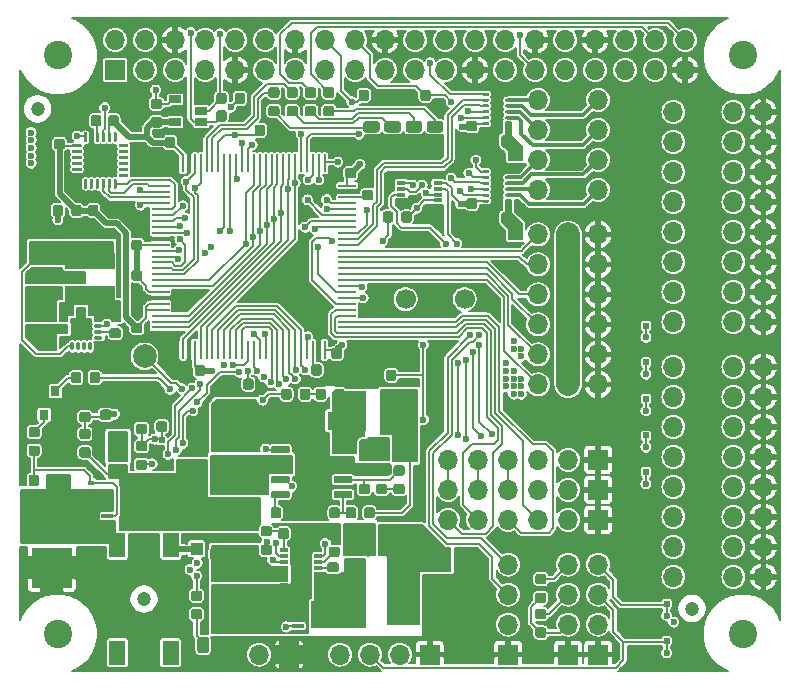
<source format=gtl>
%TF.GenerationSoftware,KiCad,Pcbnew,5.1.2-f72e74a~84~ubuntu16.04.1*%
%TF.CreationDate,2019-05-14T14:25:49+02:00*%
%TF.ProjectId,Hedgehog,48656467-6568-46f6-972e-6b696361645f,1.0*%
%TF.SameCoordinates,PX7270e00PY47868c0*%
%TF.FileFunction,Copper,L1,Top*%
%TF.FilePolarity,Positive*%
%FSLAX46Y46*%
G04 Gerber Fmt 4.6, Leading zero omitted, Abs format (unit mm)*
G04 Created by KiCad (PCBNEW 5.1.2-f72e74a~84~ubuntu16.04.1) date 2019-05-14 14:25:49*
%MOMM*%
%LPD*%
G04 APERTURE LIST*
%TA.AperFunction,Conductor*%
%ADD10C,0.100000*%
%TD*%
%TA.AperFunction,SMDPad,CuDef*%
%ADD11C,0.875000*%
%TD*%
%TA.AperFunction,SMDPad,CuDef*%
%ADD12R,0.500000X0.500000*%
%TD*%
%TA.AperFunction,SMDPad,CuDef*%
%ADD13R,1.300000X1.600000*%
%TD*%
%TA.AperFunction,ViaPad*%
%ADD14C,0.500000*%
%TD*%
%TA.AperFunction,SMDPad,CuDef*%
%ADD15C,0.900000*%
%TD*%
%TA.AperFunction,SMDPad,CuDef*%
%ADD16C,0.250000*%
%TD*%
%TA.AperFunction,SMDPad,CuDef*%
%ADD17C,2.410000*%
%TD*%
%TA.AperFunction,SMDPad,CuDef*%
%ADD18C,0.600000*%
%TD*%
%TA.AperFunction,ViaPad*%
%ADD19C,0.600000*%
%TD*%
%TA.AperFunction,SMDPad,CuDef*%
%ADD20R,1.800000X1.800000*%
%TD*%
%TA.AperFunction,SMDPad,CuDef*%
%ADD21O,0.300000X0.750000*%
%TD*%
%TA.AperFunction,SMDPad,CuDef*%
%ADD22O,0.750000X0.300000*%
%TD*%
%TA.AperFunction,SMDPad,CuDef*%
%ADD23R,4.200000X1.400000*%
%TD*%
%TA.AperFunction,SMDPad,CuDef*%
%ADD24R,0.700000X0.300000*%
%TD*%
%TA.AperFunction,ViaPad*%
%ADD25C,0.700000*%
%TD*%
%TA.AperFunction,SMDPad,CuDef*%
%ADD26R,1.700000X3.300000*%
%TD*%
%TA.AperFunction,SMDPad,CuDef*%
%ADD27R,0.760000X0.405000*%
%TD*%
%TA.AperFunction,SMDPad,CuDef*%
%ADD28R,1.725000X2.245000*%
%TD*%
%TA.AperFunction,SMDPad,CuDef*%
%ADD29R,0.990000X0.405000*%
%TD*%
%TA.AperFunction,SMDPad,CuDef*%
%ADD30C,1.250000*%
%TD*%
%TA.AperFunction,ComponentPad*%
%ADD31O,1.700000X1.700000*%
%TD*%
%TA.AperFunction,SMDPad,CuDef*%
%ADD32R,1.400000X2.100000*%
%TD*%
%TA.AperFunction,ComponentPad*%
%ADD33R,1.700000X1.700000*%
%TD*%
%TA.AperFunction,SMDPad,CuDef*%
%ADD34R,1.430000X5.500000*%
%TD*%
%TA.AperFunction,SMDPad,CuDef*%
%ADD35R,0.980000X3.400000*%
%TD*%
%TA.AperFunction,ComponentPad*%
%ADD36C,1.700000*%
%TD*%
%TA.AperFunction,SMDPad,CuDef*%
%ADD37R,0.800000X0.900000*%
%TD*%
%TA.AperFunction,SMDPad,CuDef*%
%ADD38R,1.100000X1.100000*%
%TD*%
%TA.AperFunction,SMDPad,CuDef*%
%ADD39R,0.600000X0.450000*%
%TD*%
%TA.AperFunction,SMDPad,CuDef*%
%ADD40C,2.600000*%
%TD*%
%TA.AperFunction,SMDPad,CuDef*%
%ADD41R,1.060000X0.650000*%
%TD*%
%TA.AperFunction,SMDPad,CuDef*%
%ADD42R,0.800000X0.300000*%
%TD*%
%TA.AperFunction,SMDPad,CuDef*%
%ADD43C,0.975000*%
%TD*%
%TA.AperFunction,ComponentPad*%
%ADD44C,2.000000*%
%TD*%
%TA.AperFunction,SMDPad,CuDef*%
%ADD45R,0.280000X1.500000*%
%TD*%
%TA.AperFunction,SMDPad,CuDef*%
%ADD46R,1.500000X0.280000*%
%TD*%
%TA.AperFunction,BGAPad,CuDef*%
%ADD47C,1.200000*%
%TD*%
%TA.AperFunction,BGAPad,CuDef*%
%ADD48C,2.400000*%
%TD*%
%TA.AperFunction,ComponentPad*%
%ADD49R,3.400000X3.400000*%
%TD*%
%TA.AperFunction,ViaPad*%
%ADD50C,0.400000*%
%TD*%
%TA.AperFunction,Conductor*%
%ADD51C,0.200000*%
%TD*%
%TA.AperFunction,Conductor*%
%ADD52C,2.000000*%
%TD*%
%TA.AperFunction,Conductor*%
%ADD53C,1.000000*%
%TD*%
%TA.AperFunction,Conductor*%
%ADD54C,0.300000*%
%TD*%
%TA.AperFunction,Conductor*%
%ADD55C,0.500000*%
%TD*%
%TA.AperFunction,Conductor*%
%ADD56C,0.254000*%
%TD*%
G04 APERTURE END LIST*
D10*
%TO.N,Net-(R26-Pad2)*%
%TO.C,R26*%
G36*
X23102691Y-31726053D02*
G01*
X23123926Y-31729203D01*
X23144750Y-31734419D01*
X23164962Y-31741651D01*
X23184368Y-31750830D01*
X23202781Y-31761866D01*
X23220024Y-31774654D01*
X23235930Y-31789070D01*
X23250346Y-31804976D01*
X23263134Y-31822219D01*
X23274170Y-31840632D01*
X23283349Y-31860038D01*
X23290581Y-31880250D01*
X23295797Y-31901074D01*
X23298947Y-31922309D01*
X23300000Y-31943750D01*
X23300000Y-32456250D01*
X23298947Y-32477691D01*
X23295797Y-32498926D01*
X23290581Y-32519750D01*
X23283349Y-32539962D01*
X23274170Y-32559368D01*
X23263134Y-32577781D01*
X23250346Y-32595024D01*
X23235930Y-32610930D01*
X23220024Y-32625346D01*
X23202781Y-32638134D01*
X23184368Y-32649170D01*
X23164962Y-32658349D01*
X23144750Y-32665581D01*
X23123926Y-32670797D01*
X23102691Y-32673947D01*
X23081250Y-32675000D01*
X22643750Y-32675000D01*
X22622309Y-32673947D01*
X22601074Y-32670797D01*
X22580250Y-32665581D01*
X22560038Y-32658349D01*
X22540632Y-32649170D01*
X22522219Y-32638134D01*
X22504976Y-32625346D01*
X22489070Y-32610930D01*
X22474654Y-32595024D01*
X22461866Y-32577781D01*
X22450830Y-32559368D01*
X22441651Y-32539962D01*
X22434419Y-32519750D01*
X22429203Y-32498926D01*
X22426053Y-32477691D01*
X22425000Y-32456250D01*
X22425000Y-31943750D01*
X22426053Y-31922309D01*
X22429203Y-31901074D01*
X22434419Y-31880250D01*
X22441651Y-31860038D01*
X22450830Y-31840632D01*
X22461866Y-31822219D01*
X22474654Y-31804976D01*
X22489070Y-31789070D01*
X22504976Y-31774654D01*
X22522219Y-31761866D01*
X22540632Y-31750830D01*
X22560038Y-31741651D01*
X22580250Y-31734419D01*
X22601074Y-31729203D01*
X22622309Y-31726053D01*
X22643750Y-31725000D01*
X23081250Y-31725000D01*
X23102691Y-31726053D01*
X23102691Y-31726053D01*
G37*
D11*
%TD*%
%TO.P,R26,2*%
%TO.N,Net-(R26-Pad2)*%
X22862500Y-32200000D03*
D10*
%TO.N,Net-(C25-Pad2)*%
%TO.C,R26*%
G36*
X24677691Y-31726053D02*
G01*
X24698926Y-31729203D01*
X24719750Y-31734419D01*
X24739962Y-31741651D01*
X24759368Y-31750830D01*
X24777781Y-31761866D01*
X24795024Y-31774654D01*
X24810930Y-31789070D01*
X24825346Y-31804976D01*
X24838134Y-31822219D01*
X24849170Y-31840632D01*
X24858349Y-31860038D01*
X24865581Y-31880250D01*
X24870797Y-31901074D01*
X24873947Y-31922309D01*
X24875000Y-31943750D01*
X24875000Y-32456250D01*
X24873947Y-32477691D01*
X24870797Y-32498926D01*
X24865581Y-32519750D01*
X24858349Y-32539962D01*
X24849170Y-32559368D01*
X24838134Y-32577781D01*
X24825346Y-32595024D01*
X24810930Y-32610930D01*
X24795024Y-32625346D01*
X24777781Y-32638134D01*
X24759368Y-32649170D01*
X24739962Y-32658349D01*
X24719750Y-32665581D01*
X24698926Y-32670797D01*
X24677691Y-32673947D01*
X24656250Y-32675000D01*
X24218750Y-32675000D01*
X24197309Y-32673947D01*
X24176074Y-32670797D01*
X24155250Y-32665581D01*
X24135038Y-32658349D01*
X24115632Y-32649170D01*
X24097219Y-32638134D01*
X24079976Y-32625346D01*
X24064070Y-32610930D01*
X24049654Y-32595024D01*
X24036866Y-32577781D01*
X24025830Y-32559368D01*
X24016651Y-32539962D01*
X24009419Y-32519750D01*
X24004203Y-32498926D01*
X24001053Y-32477691D01*
X24000000Y-32456250D01*
X24000000Y-31943750D01*
X24001053Y-31922309D01*
X24004203Y-31901074D01*
X24009419Y-31880250D01*
X24016651Y-31860038D01*
X24025830Y-31840632D01*
X24036866Y-31822219D01*
X24049654Y-31804976D01*
X24064070Y-31789070D01*
X24079976Y-31774654D01*
X24097219Y-31761866D01*
X24115632Y-31750830D01*
X24135038Y-31741651D01*
X24155250Y-31734419D01*
X24176074Y-31729203D01*
X24197309Y-31726053D01*
X24218750Y-31725000D01*
X24656250Y-31725000D01*
X24677691Y-31726053D01*
X24677691Y-31726053D01*
G37*
D11*
%TD*%
%TO.P,R26,1*%
%TO.N,Net-(C25-Pad2)*%
X24437500Y-32200000D03*
D12*
%TO.P,D4,2*%
%TO.N,GND*%
X15450000Y-35950000D03*
%TO.P,D4,1*%
%TO.N,Net-(C1-Pad2)*%
X15450000Y-38150000D03*
%TD*%
D10*
%TO.N,GND*%
%TO.C,R21*%
G36*
X30402691Y-30126053D02*
G01*
X30423926Y-30129203D01*
X30444750Y-30134419D01*
X30464962Y-30141651D01*
X30484368Y-30150830D01*
X30502781Y-30161866D01*
X30520024Y-30174654D01*
X30535930Y-30189070D01*
X30550346Y-30204976D01*
X30563134Y-30222219D01*
X30574170Y-30240632D01*
X30583349Y-30260038D01*
X30590581Y-30280250D01*
X30595797Y-30301074D01*
X30598947Y-30322309D01*
X30600000Y-30343750D01*
X30600000Y-30856250D01*
X30598947Y-30877691D01*
X30595797Y-30898926D01*
X30590581Y-30919750D01*
X30583349Y-30939962D01*
X30574170Y-30959368D01*
X30563134Y-30977781D01*
X30550346Y-30995024D01*
X30535930Y-31010930D01*
X30520024Y-31025346D01*
X30502781Y-31038134D01*
X30484368Y-31049170D01*
X30464962Y-31058349D01*
X30444750Y-31065581D01*
X30423926Y-31070797D01*
X30402691Y-31073947D01*
X30381250Y-31075000D01*
X29943750Y-31075000D01*
X29922309Y-31073947D01*
X29901074Y-31070797D01*
X29880250Y-31065581D01*
X29860038Y-31058349D01*
X29840632Y-31049170D01*
X29822219Y-31038134D01*
X29804976Y-31025346D01*
X29789070Y-31010930D01*
X29774654Y-30995024D01*
X29761866Y-30977781D01*
X29750830Y-30959368D01*
X29741651Y-30939962D01*
X29734419Y-30919750D01*
X29729203Y-30898926D01*
X29726053Y-30877691D01*
X29725000Y-30856250D01*
X29725000Y-30343750D01*
X29726053Y-30322309D01*
X29729203Y-30301074D01*
X29734419Y-30280250D01*
X29741651Y-30260038D01*
X29750830Y-30240632D01*
X29761866Y-30222219D01*
X29774654Y-30204976D01*
X29789070Y-30189070D01*
X29804976Y-30174654D01*
X29822219Y-30161866D01*
X29840632Y-30150830D01*
X29860038Y-30141651D01*
X29880250Y-30134419D01*
X29901074Y-30129203D01*
X29922309Y-30126053D01*
X29943750Y-30125000D01*
X30381250Y-30125000D01*
X30402691Y-30126053D01*
X30402691Y-30126053D01*
G37*
D11*
%TD*%
%TO.P,R21,2*%
%TO.N,GND*%
X30162500Y-30600000D03*
D10*
%TO.N,/EN_Reg_RPi*%
%TO.C,R21*%
G36*
X31977691Y-30126053D02*
G01*
X31998926Y-30129203D01*
X32019750Y-30134419D01*
X32039962Y-30141651D01*
X32059368Y-30150830D01*
X32077781Y-30161866D01*
X32095024Y-30174654D01*
X32110930Y-30189070D01*
X32125346Y-30204976D01*
X32138134Y-30222219D01*
X32149170Y-30240632D01*
X32158349Y-30260038D01*
X32165581Y-30280250D01*
X32170797Y-30301074D01*
X32173947Y-30322309D01*
X32175000Y-30343750D01*
X32175000Y-30856250D01*
X32173947Y-30877691D01*
X32170797Y-30898926D01*
X32165581Y-30919750D01*
X32158349Y-30939962D01*
X32149170Y-30959368D01*
X32138134Y-30977781D01*
X32125346Y-30995024D01*
X32110930Y-31010930D01*
X32095024Y-31025346D01*
X32077781Y-31038134D01*
X32059368Y-31049170D01*
X32039962Y-31058349D01*
X32019750Y-31065581D01*
X31998926Y-31070797D01*
X31977691Y-31073947D01*
X31956250Y-31075000D01*
X31518750Y-31075000D01*
X31497309Y-31073947D01*
X31476074Y-31070797D01*
X31455250Y-31065581D01*
X31435038Y-31058349D01*
X31415632Y-31049170D01*
X31397219Y-31038134D01*
X31379976Y-31025346D01*
X31364070Y-31010930D01*
X31349654Y-30995024D01*
X31336866Y-30977781D01*
X31325830Y-30959368D01*
X31316651Y-30939962D01*
X31309419Y-30919750D01*
X31304203Y-30898926D01*
X31301053Y-30877691D01*
X31300000Y-30856250D01*
X31300000Y-30343750D01*
X31301053Y-30322309D01*
X31304203Y-30301074D01*
X31309419Y-30280250D01*
X31316651Y-30260038D01*
X31325830Y-30240632D01*
X31336866Y-30222219D01*
X31349654Y-30204976D01*
X31364070Y-30189070D01*
X31379976Y-30174654D01*
X31397219Y-30161866D01*
X31415632Y-30150830D01*
X31435038Y-30141651D01*
X31455250Y-30134419D01*
X31476074Y-30129203D01*
X31497309Y-30126053D01*
X31518750Y-30125000D01*
X31956250Y-30125000D01*
X31977691Y-30126053D01*
X31977691Y-30126053D01*
G37*
D11*
%TD*%
%TO.P,R21,1*%
%TO.N,/EN_Reg_RPi*%
X31737500Y-30600000D03*
D13*
%TO.P,D20,2*%
%TO.N,GND*%
X22550000Y-34450000D03*
%TO.P,D20,1*%
%TO.N,Net-(C25-Pad1)*%
X26950000Y-34450000D03*
%TD*%
D14*
%TO.N,GND*%
%TO.C,U45*%
X40700000Y-7300000D03*
X40700000Y-8800000D03*
X40700000Y-8050000D03*
D10*
G36*
X41101293Y-7050260D02*
G01*
X41106535Y-7051038D01*
X41111675Y-7052325D01*
X41116665Y-7054111D01*
X41121455Y-7056376D01*
X41126001Y-7059101D01*
X41130257Y-7062257D01*
X41134184Y-7065816D01*
X41137743Y-7069743D01*
X41140899Y-7073999D01*
X41143624Y-7078545D01*
X41145889Y-7083335D01*
X41147675Y-7088325D01*
X41148962Y-7093465D01*
X41149740Y-7098707D01*
X41150000Y-7104000D01*
X41150000Y-8996000D01*
X41149740Y-9001293D01*
X41148962Y-9006535D01*
X41147675Y-9011675D01*
X41145889Y-9016665D01*
X41143624Y-9021455D01*
X41140899Y-9026001D01*
X41137743Y-9030257D01*
X41134184Y-9034184D01*
X41130257Y-9037743D01*
X41126001Y-9040899D01*
X41121455Y-9043624D01*
X41116665Y-9045889D01*
X41111675Y-9047675D01*
X41106535Y-9048962D01*
X41101293Y-9049740D01*
X41096000Y-9050000D01*
X40304000Y-9050000D01*
X40298707Y-9049740D01*
X40293465Y-9048962D01*
X40288325Y-9047675D01*
X40283335Y-9045889D01*
X40278545Y-9043624D01*
X40273999Y-9040899D01*
X40269743Y-9037743D01*
X40265816Y-9034184D01*
X40262257Y-9030257D01*
X40259101Y-9026001D01*
X40256376Y-9021455D01*
X40254111Y-9016665D01*
X40252325Y-9011675D01*
X40251038Y-9006535D01*
X40250260Y-9001293D01*
X40250000Y-8996000D01*
X40250000Y-7104000D01*
X40250260Y-7098707D01*
X40251038Y-7093465D01*
X40252325Y-7088325D01*
X40254111Y-7083335D01*
X40256376Y-7078545D01*
X40259101Y-7073999D01*
X40262257Y-7069743D01*
X40265816Y-7065816D01*
X40269743Y-7062257D01*
X40273999Y-7059101D01*
X40278545Y-7056376D01*
X40283335Y-7054111D01*
X40288325Y-7052325D01*
X40293465Y-7051038D01*
X40298707Y-7050260D01*
X40304000Y-7050000D01*
X41096000Y-7050000D01*
X41101293Y-7050260D01*
X41101293Y-7050260D01*
G37*
D15*
%TD*%
%TO.P,U45,6*%
%TO.N,GND*%
X40700000Y-8050000D03*
D10*
%TO.N,+3V3*%
%TO.C,U45*%
G36*
X39954901Y-9175241D02*
G01*
X39959755Y-9175961D01*
X39964514Y-9177153D01*
X39969134Y-9178806D01*
X39973570Y-9180904D01*
X39977779Y-9183427D01*
X39981720Y-9186349D01*
X39985355Y-9189645D01*
X39988651Y-9193280D01*
X39991573Y-9197221D01*
X39994096Y-9201430D01*
X39996194Y-9205866D01*
X39997847Y-9210486D01*
X39999039Y-9215245D01*
X39999759Y-9220099D01*
X40000000Y-9225000D01*
X40000000Y-9375000D01*
X39999759Y-9379901D01*
X39999039Y-9384755D01*
X39997847Y-9389514D01*
X39996194Y-9394134D01*
X39994096Y-9398570D01*
X39991573Y-9402779D01*
X39988651Y-9406720D01*
X39985355Y-9410355D01*
X39981720Y-9413651D01*
X39977779Y-9416573D01*
X39973570Y-9419096D01*
X39969134Y-9421194D01*
X39964514Y-9422847D01*
X39959755Y-9424039D01*
X39954901Y-9424759D01*
X39950000Y-9425000D01*
X39550000Y-9425000D01*
X39545099Y-9424759D01*
X39540245Y-9424039D01*
X39535486Y-9422847D01*
X39530866Y-9421194D01*
X39526430Y-9419096D01*
X39522221Y-9416573D01*
X39518280Y-9413651D01*
X39514645Y-9410355D01*
X39511349Y-9406720D01*
X39508427Y-9402779D01*
X39505904Y-9398570D01*
X39503806Y-9394134D01*
X39502153Y-9389514D01*
X39500961Y-9384755D01*
X39500241Y-9379901D01*
X39500000Y-9375000D01*
X39500000Y-9225000D01*
X39500241Y-9220099D01*
X39500961Y-9215245D01*
X39502153Y-9210486D01*
X39503806Y-9205866D01*
X39505904Y-9201430D01*
X39508427Y-9197221D01*
X39511349Y-9193280D01*
X39514645Y-9189645D01*
X39518280Y-9186349D01*
X39522221Y-9183427D01*
X39526430Y-9180904D01*
X39530866Y-9178806D01*
X39535486Y-9177153D01*
X39540245Y-9175961D01*
X39545099Y-9175241D01*
X39550000Y-9175000D01*
X39950000Y-9175000D01*
X39954901Y-9175241D01*
X39954901Y-9175241D01*
G37*
D16*
%TD*%
%TO.P,U45,12*%
%TO.N,+3V3*%
X39750000Y-9300000D03*
D10*
%TO.N,/Logic/MOTOR_01*%
%TO.C,U45*%
G36*
X39954901Y-8675241D02*
G01*
X39959755Y-8675961D01*
X39964514Y-8677153D01*
X39969134Y-8678806D01*
X39973570Y-8680904D01*
X39977779Y-8683427D01*
X39981720Y-8686349D01*
X39985355Y-8689645D01*
X39988651Y-8693280D01*
X39991573Y-8697221D01*
X39994096Y-8701430D01*
X39996194Y-8705866D01*
X39997847Y-8710486D01*
X39999039Y-8715245D01*
X39999759Y-8720099D01*
X40000000Y-8725000D01*
X40000000Y-8875000D01*
X39999759Y-8879901D01*
X39999039Y-8884755D01*
X39997847Y-8889514D01*
X39996194Y-8894134D01*
X39994096Y-8898570D01*
X39991573Y-8902779D01*
X39988651Y-8906720D01*
X39985355Y-8910355D01*
X39981720Y-8913651D01*
X39977779Y-8916573D01*
X39973570Y-8919096D01*
X39969134Y-8921194D01*
X39964514Y-8922847D01*
X39959755Y-8924039D01*
X39954901Y-8924759D01*
X39950000Y-8925000D01*
X39550000Y-8925000D01*
X39545099Y-8924759D01*
X39540245Y-8924039D01*
X39535486Y-8922847D01*
X39530866Y-8921194D01*
X39526430Y-8919096D01*
X39522221Y-8916573D01*
X39518280Y-8913651D01*
X39514645Y-8910355D01*
X39511349Y-8906720D01*
X39508427Y-8902779D01*
X39505904Y-8898570D01*
X39503806Y-8894134D01*
X39502153Y-8889514D01*
X39500961Y-8884755D01*
X39500241Y-8879901D01*
X39500000Y-8875000D01*
X39500000Y-8725000D01*
X39500241Y-8720099D01*
X39500961Y-8715245D01*
X39502153Y-8710486D01*
X39503806Y-8705866D01*
X39505904Y-8701430D01*
X39508427Y-8697221D01*
X39511349Y-8693280D01*
X39514645Y-8689645D01*
X39518280Y-8686349D01*
X39522221Y-8683427D01*
X39526430Y-8680904D01*
X39530866Y-8678806D01*
X39535486Y-8677153D01*
X39540245Y-8675961D01*
X39545099Y-8675241D01*
X39550000Y-8675000D01*
X39950000Y-8675000D01*
X39954901Y-8675241D01*
X39954901Y-8675241D01*
G37*
D16*
%TD*%
%TO.P,U45,11*%
%TO.N,/Logic/MOTOR_01*%
X39750000Y-8800000D03*
D10*
%TO.N,/Logic/MOTOR_1_A*%
%TO.C,U45*%
G36*
X39954901Y-8175241D02*
G01*
X39959755Y-8175961D01*
X39964514Y-8177153D01*
X39969134Y-8178806D01*
X39973570Y-8180904D01*
X39977779Y-8183427D01*
X39981720Y-8186349D01*
X39985355Y-8189645D01*
X39988651Y-8193280D01*
X39991573Y-8197221D01*
X39994096Y-8201430D01*
X39996194Y-8205866D01*
X39997847Y-8210486D01*
X39999039Y-8215245D01*
X39999759Y-8220099D01*
X40000000Y-8225000D01*
X40000000Y-8375000D01*
X39999759Y-8379901D01*
X39999039Y-8384755D01*
X39997847Y-8389514D01*
X39996194Y-8394134D01*
X39994096Y-8398570D01*
X39991573Y-8402779D01*
X39988651Y-8406720D01*
X39985355Y-8410355D01*
X39981720Y-8413651D01*
X39977779Y-8416573D01*
X39973570Y-8419096D01*
X39969134Y-8421194D01*
X39964514Y-8422847D01*
X39959755Y-8424039D01*
X39954901Y-8424759D01*
X39950000Y-8425000D01*
X39550000Y-8425000D01*
X39545099Y-8424759D01*
X39540245Y-8424039D01*
X39535486Y-8422847D01*
X39530866Y-8421194D01*
X39526430Y-8419096D01*
X39522221Y-8416573D01*
X39518280Y-8413651D01*
X39514645Y-8410355D01*
X39511349Y-8406720D01*
X39508427Y-8402779D01*
X39505904Y-8398570D01*
X39503806Y-8394134D01*
X39502153Y-8389514D01*
X39500961Y-8384755D01*
X39500241Y-8379901D01*
X39500000Y-8375000D01*
X39500000Y-8225000D01*
X39500241Y-8220099D01*
X39500961Y-8215245D01*
X39502153Y-8210486D01*
X39503806Y-8205866D01*
X39505904Y-8201430D01*
X39508427Y-8197221D01*
X39511349Y-8193280D01*
X39514645Y-8189645D01*
X39518280Y-8186349D01*
X39522221Y-8183427D01*
X39526430Y-8180904D01*
X39530866Y-8178806D01*
X39535486Y-8177153D01*
X39540245Y-8175961D01*
X39545099Y-8175241D01*
X39550000Y-8175000D01*
X39950000Y-8175000D01*
X39954901Y-8175241D01*
X39954901Y-8175241D01*
G37*
D16*
%TD*%
%TO.P,U45,10*%
%TO.N,/Logic/MOTOR_1_A*%
X39750000Y-8300000D03*
D10*
%TO.N,/Logic/MOTOR_1_B*%
%TO.C,U45*%
G36*
X39954901Y-7675241D02*
G01*
X39959755Y-7675961D01*
X39964514Y-7677153D01*
X39969134Y-7678806D01*
X39973570Y-7680904D01*
X39977779Y-7683427D01*
X39981720Y-7686349D01*
X39985355Y-7689645D01*
X39988651Y-7693280D01*
X39991573Y-7697221D01*
X39994096Y-7701430D01*
X39996194Y-7705866D01*
X39997847Y-7710486D01*
X39999039Y-7715245D01*
X39999759Y-7720099D01*
X40000000Y-7725000D01*
X40000000Y-7875000D01*
X39999759Y-7879901D01*
X39999039Y-7884755D01*
X39997847Y-7889514D01*
X39996194Y-7894134D01*
X39994096Y-7898570D01*
X39991573Y-7902779D01*
X39988651Y-7906720D01*
X39985355Y-7910355D01*
X39981720Y-7913651D01*
X39977779Y-7916573D01*
X39973570Y-7919096D01*
X39969134Y-7921194D01*
X39964514Y-7922847D01*
X39959755Y-7924039D01*
X39954901Y-7924759D01*
X39950000Y-7925000D01*
X39550000Y-7925000D01*
X39545099Y-7924759D01*
X39540245Y-7924039D01*
X39535486Y-7922847D01*
X39530866Y-7921194D01*
X39526430Y-7919096D01*
X39522221Y-7916573D01*
X39518280Y-7913651D01*
X39514645Y-7910355D01*
X39511349Y-7906720D01*
X39508427Y-7902779D01*
X39505904Y-7898570D01*
X39503806Y-7894134D01*
X39502153Y-7889514D01*
X39500961Y-7884755D01*
X39500241Y-7879901D01*
X39500000Y-7875000D01*
X39500000Y-7725000D01*
X39500241Y-7720099D01*
X39500961Y-7715245D01*
X39502153Y-7710486D01*
X39503806Y-7705866D01*
X39505904Y-7701430D01*
X39508427Y-7697221D01*
X39511349Y-7693280D01*
X39514645Y-7689645D01*
X39518280Y-7686349D01*
X39522221Y-7683427D01*
X39526430Y-7680904D01*
X39530866Y-7678806D01*
X39535486Y-7677153D01*
X39540245Y-7675961D01*
X39545099Y-7675241D01*
X39550000Y-7675000D01*
X39950000Y-7675000D01*
X39954901Y-7675241D01*
X39954901Y-7675241D01*
G37*
D16*
%TD*%
%TO.P,U45,9*%
%TO.N,/Logic/MOTOR_1_B*%
X39750000Y-7800000D03*
D10*
%TO.N,/Logic/MOTOR_0_A*%
%TO.C,U45*%
G36*
X39954901Y-7175241D02*
G01*
X39959755Y-7175961D01*
X39964514Y-7177153D01*
X39969134Y-7178806D01*
X39973570Y-7180904D01*
X39977779Y-7183427D01*
X39981720Y-7186349D01*
X39985355Y-7189645D01*
X39988651Y-7193280D01*
X39991573Y-7197221D01*
X39994096Y-7201430D01*
X39996194Y-7205866D01*
X39997847Y-7210486D01*
X39999039Y-7215245D01*
X39999759Y-7220099D01*
X40000000Y-7225000D01*
X40000000Y-7375000D01*
X39999759Y-7379901D01*
X39999039Y-7384755D01*
X39997847Y-7389514D01*
X39996194Y-7394134D01*
X39994096Y-7398570D01*
X39991573Y-7402779D01*
X39988651Y-7406720D01*
X39985355Y-7410355D01*
X39981720Y-7413651D01*
X39977779Y-7416573D01*
X39973570Y-7419096D01*
X39969134Y-7421194D01*
X39964514Y-7422847D01*
X39959755Y-7424039D01*
X39954901Y-7424759D01*
X39950000Y-7425000D01*
X39550000Y-7425000D01*
X39545099Y-7424759D01*
X39540245Y-7424039D01*
X39535486Y-7422847D01*
X39530866Y-7421194D01*
X39526430Y-7419096D01*
X39522221Y-7416573D01*
X39518280Y-7413651D01*
X39514645Y-7410355D01*
X39511349Y-7406720D01*
X39508427Y-7402779D01*
X39505904Y-7398570D01*
X39503806Y-7394134D01*
X39502153Y-7389514D01*
X39500961Y-7384755D01*
X39500241Y-7379901D01*
X39500000Y-7375000D01*
X39500000Y-7225000D01*
X39500241Y-7220099D01*
X39500961Y-7215245D01*
X39502153Y-7210486D01*
X39503806Y-7205866D01*
X39505904Y-7201430D01*
X39508427Y-7197221D01*
X39511349Y-7193280D01*
X39514645Y-7189645D01*
X39518280Y-7186349D01*
X39522221Y-7183427D01*
X39526430Y-7180904D01*
X39530866Y-7178806D01*
X39535486Y-7177153D01*
X39540245Y-7175961D01*
X39545099Y-7175241D01*
X39550000Y-7175000D01*
X39950000Y-7175000D01*
X39954901Y-7175241D01*
X39954901Y-7175241D01*
G37*
D16*
%TD*%
%TO.P,U45,8*%
%TO.N,/Logic/MOTOR_0_A*%
X39750000Y-7300000D03*
D10*
%TO.N,/Logic/MOTOR_0_B*%
%TO.C,U45*%
G36*
X39954901Y-6675241D02*
G01*
X39959755Y-6675961D01*
X39964514Y-6677153D01*
X39969134Y-6678806D01*
X39973570Y-6680904D01*
X39977779Y-6683427D01*
X39981720Y-6686349D01*
X39985355Y-6689645D01*
X39988651Y-6693280D01*
X39991573Y-6697221D01*
X39994096Y-6701430D01*
X39996194Y-6705866D01*
X39997847Y-6710486D01*
X39999039Y-6715245D01*
X39999759Y-6720099D01*
X40000000Y-6725000D01*
X40000000Y-6875000D01*
X39999759Y-6879901D01*
X39999039Y-6884755D01*
X39997847Y-6889514D01*
X39996194Y-6894134D01*
X39994096Y-6898570D01*
X39991573Y-6902779D01*
X39988651Y-6906720D01*
X39985355Y-6910355D01*
X39981720Y-6913651D01*
X39977779Y-6916573D01*
X39973570Y-6919096D01*
X39969134Y-6921194D01*
X39964514Y-6922847D01*
X39959755Y-6924039D01*
X39954901Y-6924759D01*
X39950000Y-6925000D01*
X39550000Y-6925000D01*
X39545099Y-6924759D01*
X39540245Y-6924039D01*
X39535486Y-6922847D01*
X39530866Y-6921194D01*
X39526430Y-6919096D01*
X39522221Y-6916573D01*
X39518280Y-6913651D01*
X39514645Y-6910355D01*
X39511349Y-6906720D01*
X39508427Y-6902779D01*
X39505904Y-6898570D01*
X39503806Y-6894134D01*
X39502153Y-6889514D01*
X39500961Y-6884755D01*
X39500241Y-6879901D01*
X39500000Y-6875000D01*
X39500000Y-6725000D01*
X39500241Y-6720099D01*
X39500961Y-6715245D01*
X39502153Y-6710486D01*
X39503806Y-6705866D01*
X39505904Y-6701430D01*
X39508427Y-6697221D01*
X39511349Y-6693280D01*
X39514645Y-6689645D01*
X39518280Y-6686349D01*
X39522221Y-6683427D01*
X39526430Y-6680904D01*
X39530866Y-6678806D01*
X39535486Y-6677153D01*
X39540245Y-6675961D01*
X39545099Y-6675241D01*
X39550000Y-6675000D01*
X39950000Y-6675000D01*
X39954901Y-6675241D01*
X39954901Y-6675241D01*
G37*
D16*
%TD*%
%TO.P,U45,7*%
%TO.N,/Logic/MOTOR_0_B*%
X39750000Y-6800000D03*
D10*
%TO.N,GND*%
%TO.C,U45*%
G36*
X41854901Y-6675241D02*
G01*
X41859755Y-6675961D01*
X41864514Y-6677153D01*
X41869134Y-6678806D01*
X41873570Y-6680904D01*
X41877779Y-6683427D01*
X41881720Y-6686349D01*
X41885355Y-6689645D01*
X41888651Y-6693280D01*
X41891573Y-6697221D01*
X41894096Y-6701430D01*
X41896194Y-6705866D01*
X41897847Y-6710486D01*
X41899039Y-6715245D01*
X41899759Y-6720099D01*
X41900000Y-6725000D01*
X41900000Y-6875000D01*
X41899759Y-6879901D01*
X41899039Y-6884755D01*
X41897847Y-6889514D01*
X41896194Y-6894134D01*
X41894096Y-6898570D01*
X41891573Y-6902779D01*
X41888651Y-6906720D01*
X41885355Y-6910355D01*
X41881720Y-6913651D01*
X41877779Y-6916573D01*
X41873570Y-6919096D01*
X41869134Y-6921194D01*
X41864514Y-6922847D01*
X41859755Y-6924039D01*
X41854901Y-6924759D01*
X41850000Y-6925000D01*
X41450000Y-6925000D01*
X41445099Y-6924759D01*
X41440245Y-6924039D01*
X41435486Y-6922847D01*
X41430866Y-6921194D01*
X41426430Y-6919096D01*
X41422221Y-6916573D01*
X41418280Y-6913651D01*
X41414645Y-6910355D01*
X41411349Y-6906720D01*
X41408427Y-6902779D01*
X41405904Y-6898570D01*
X41403806Y-6894134D01*
X41402153Y-6889514D01*
X41400961Y-6884755D01*
X41400241Y-6879901D01*
X41400000Y-6875000D01*
X41400000Y-6725000D01*
X41400241Y-6720099D01*
X41400961Y-6715245D01*
X41402153Y-6710486D01*
X41403806Y-6705866D01*
X41405904Y-6701430D01*
X41408427Y-6697221D01*
X41411349Y-6693280D01*
X41414645Y-6689645D01*
X41418280Y-6686349D01*
X41422221Y-6683427D01*
X41426430Y-6680904D01*
X41430866Y-6678806D01*
X41435486Y-6677153D01*
X41440245Y-6675961D01*
X41445099Y-6675241D01*
X41450000Y-6675000D01*
X41850000Y-6675000D01*
X41854901Y-6675241D01*
X41854901Y-6675241D01*
G37*
D16*
%TD*%
%TO.P,U45,6*%
%TO.N,GND*%
X41650000Y-6800000D03*
D10*
%TO.N,Net-(J54-Pad1)*%
%TO.C,U45*%
G36*
X41854901Y-7175241D02*
G01*
X41859755Y-7175961D01*
X41864514Y-7177153D01*
X41869134Y-7178806D01*
X41873570Y-7180904D01*
X41877779Y-7183427D01*
X41881720Y-7186349D01*
X41885355Y-7189645D01*
X41888651Y-7193280D01*
X41891573Y-7197221D01*
X41894096Y-7201430D01*
X41896194Y-7205866D01*
X41897847Y-7210486D01*
X41899039Y-7215245D01*
X41899759Y-7220099D01*
X41900000Y-7225000D01*
X41900000Y-7375000D01*
X41899759Y-7379901D01*
X41899039Y-7384755D01*
X41897847Y-7389514D01*
X41896194Y-7394134D01*
X41894096Y-7398570D01*
X41891573Y-7402779D01*
X41888651Y-7406720D01*
X41885355Y-7410355D01*
X41881720Y-7413651D01*
X41877779Y-7416573D01*
X41873570Y-7419096D01*
X41869134Y-7421194D01*
X41864514Y-7422847D01*
X41859755Y-7424039D01*
X41854901Y-7424759D01*
X41850000Y-7425000D01*
X41450000Y-7425000D01*
X41445099Y-7424759D01*
X41440245Y-7424039D01*
X41435486Y-7422847D01*
X41430866Y-7421194D01*
X41426430Y-7419096D01*
X41422221Y-7416573D01*
X41418280Y-7413651D01*
X41414645Y-7410355D01*
X41411349Y-7406720D01*
X41408427Y-7402779D01*
X41405904Y-7398570D01*
X41403806Y-7394134D01*
X41402153Y-7389514D01*
X41400961Y-7384755D01*
X41400241Y-7379901D01*
X41400000Y-7375000D01*
X41400000Y-7225000D01*
X41400241Y-7220099D01*
X41400961Y-7215245D01*
X41402153Y-7210486D01*
X41403806Y-7205866D01*
X41405904Y-7201430D01*
X41408427Y-7197221D01*
X41411349Y-7193280D01*
X41414645Y-7189645D01*
X41418280Y-7186349D01*
X41422221Y-7183427D01*
X41426430Y-7180904D01*
X41430866Y-7178806D01*
X41435486Y-7177153D01*
X41440245Y-7175961D01*
X41445099Y-7175241D01*
X41450000Y-7175000D01*
X41850000Y-7175000D01*
X41854901Y-7175241D01*
X41854901Y-7175241D01*
G37*
D16*
%TD*%
%TO.P,U45,5*%
%TO.N,Net-(J54-Pad1)*%
X41650000Y-7300000D03*
D10*
%TO.N,Net-(J55-Pad1)*%
%TO.C,U45*%
G36*
X41854901Y-7675241D02*
G01*
X41859755Y-7675961D01*
X41864514Y-7677153D01*
X41869134Y-7678806D01*
X41873570Y-7680904D01*
X41877779Y-7683427D01*
X41881720Y-7686349D01*
X41885355Y-7689645D01*
X41888651Y-7693280D01*
X41891573Y-7697221D01*
X41894096Y-7701430D01*
X41896194Y-7705866D01*
X41897847Y-7710486D01*
X41899039Y-7715245D01*
X41899759Y-7720099D01*
X41900000Y-7725000D01*
X41900000Y-7875000D01*
X41899759Y-7879901D01*
X41899039Y-7884755D01*
X41897847Y-7889514D01*
X41896194Y-7894134D01*
X41894096Y-7898570D01*
X41891573Y-7902779D01*
X41888651Y-7906720D01*
X41885355Y-7910355D01*
X41881720Y-7913651D01*
X41877779Y-7916573D01*
X41873570Y-7919096D01*
X41869134Y-7921194D01*
X41864514Y-7922847D01*
X41859755Y-7924039D01*
X41854901Y-7924759D01*
X41850000Y-7925000D01*
X41450000Y-7925000D01*
X41445099Y-7924759D01*
X41440245Y-7924039D01*
X41435486Y-7922847D01*
X41430866Y-7921194D01*
X41426430Y-7919096D01*
X41422221Y-7916573D01*
X41418280Y-7913651D01*
X41414645Y-7910355D01*
X41411349Y-7906720D01*
X41408427Y-7902779D01*
X41405904Y-7898570D01*
X41403806Y-7894134D01*
X41402153Y-7889514D01*
X41400961Y-7884755D01*
X41400241Y-7879901D01*
X41400000Y-7875000D01*
X41400000Y-7725000D01*
X41400241Y-7720099D01*
X41400961Y-7715245D01*
X41402153Y-7710486D01*
X41403806Y-7705866D01*
X41405904Y-7701430D01*
X41408427Y-7697221D01*
X41411349Y-7693280D01*
X41414645Y-7689645D01*
X41418280Y-7686349D01*
X41422221Y-7683427D01*
X41426430Y-7680904D01*
X41430866Y-7678806D01*
X41435486Y-7677153D01*
X41440245Y-7675961D01*
X41445099Y-7675241D01*
X41450000Y-7675000D01*
X41850000Y-7675000D01*
X41854901Y-7675241D01*
X41854901Y-7675241D01*
G37*
D16*
%TD*%
%TO.P,U45,4*%
%TO.N,Net-(J55-Pad1)*%
X41650000Y-7800000D03*
D10*
%TO.N,Net-(J54-Pad2)*%
%TO.C,U45*%
G36*
X41854901Y-8175241D02*
G01*
X41859755Y-8175961D01*
X41864514Y-8177153D01*
X41869134Y-8178806D01*
X41873570Y-8180904D01*
X41877779Y-8183427D01*
X41881720Y-8186349D01*
X41885355Y-8189645D01*
X41888651Y-8193280D01*
X41891573Y-8197221D01*
X41894096Y-8201430D01*
X41896194Y-8205866D01*
X41897847Y-8210486D01*
X41899039Y-8215245D01*
X41899759Y-8220099D01*
X41900000Y-8225000D01*
X41900000Y-8375000D01*
X41899759Y-8379901D01*
X41899039Y-8384755D01*
X41897847Y-8389514D01*
X41896194Y-8394134D01*
X41894096Y-8398570D01*
X41891573Y-8402779D01*
X41888651Y-8406720D01*
X41885355Y-8410355D01*
X41881720Y-8413651D01*
X41877779Y-8416573D01*
X41873570Y-8419096D01*
X41869134Y-8421194D01*
X41864514Y-8422847D01*
X41859755Y-8424039D01*
X41854901Y-8424759D01*
X41850000Y-8425000D01*
X41450000Y-8425000D01*
X41445099Y-8424759D01*
X41440245Y-8424039D01*
X41435486Y-8422847D01*
X41430866Y-8421194D01*
X41426430Y-8419096D01*
X41422221Y-8416573D01*
X41418280Y-8413651D01*
X41414645Y-8410355D01*
X41411349Y-8406720D01*
X41408427Y-8402779D01*
X41405904Y-8398570D01*
X41403806Y-8394134D01*
X41402153Y-8389514D01*
X41400961Y-8384755D01*
X41400241Y-8379901D01*
X41400000Y-8375000D01*
X41400000Y-8225000D01*
X41400241Y-8220099D01*
X41400961Y-8215245D01*
X41402153Y-8210486D01*
X41403806Y-8205866D01*
X41405904Y-8201430D01*
X41408427Y-8197221D01*
X41411349Y-8193280D01*
X41414645Y-8189645D01*
X41418280Y-8186349D01*
X41422221Y-8183427D01*
X41426430Y-8180904D01*
X41430866Y-8178806D01*
X41435486Y-8177153D01*
X41440245Y-8175961D01*
X41445099Y-8175241D01*
X41450000Y-8175000D01*
X41850000Y-8175000D01*
X41854901Y-8175241D01*
X41854901Y-8175241D01*
G37*
D16*
%TD*%
%TO.P,U45,3*%
%TO.N,Net-(J54-Pad2)*%
X41650000Y-8300000D03*
D10*
%TO.N,Net-(J55-Pad2)*%
%TO.C,U45*%
G36*
X41854901Y-8675241D02*
G01*
X41859755Y-8675961D01*
X41864514Y-8677153D01*
X41869134Y-8678806D01*
X41873570Y-8680904D01*
X41877779Y-8683427D01*
X41881720Y-8686349D01*
X41885355Y-8689645D01*
X41888651Y-8693280D01*
X41891573Y-8697221D01*
X41894096Y-8701430D01*
X41896194Y-8705866D01*
X41897847Y-8710486D01*
X41899039Y-8715245D01*
X41899759Y-8720099D01*
X41900000Y-8725000D01*
X41900000Y-8875000D01*
X41899759Y-8879901D01*
X41899039Y-8884755D01*
X41897847Y-8889514D01*
X41896194Y-8894134D01*
X41894096Y-8898570D01*
X41891573Y-8902779D01*
X41888651Y-8906720D01*
X41885355Y-8910355D01*
X41881720Y-8913651D01*
X41877779Y-8916573D01*
X41873570Y-8919096D01*
X41869134Y-8921194D01*
X41864514Y-8922847D01*
X41859755Y-8924039D01*
X41854901Y-8924759D01*
X41850000Y-8925000D01*
X41450000Y-8925000D01*
X41445099Y-8924759D01*
X41440245Y-8924039D01*
X41435486Y-8922847D01*
X41430866Y-8921194D01*
X41426430Y-8919096D01*
X41422221Y-8916573D01*
X41418280Y-8913651D01*
X41414645Y-8910355D01*
X41411349Y-8906720D01*
X41408427Y-8902779D01*
X41405904Y-8898570D01*
X41403806Y-8894134D01*
X41402153Y-8889514D01*
X41400961Y-8884755D01*
X41400241Y-8879901D01*
X41400000Y-8875000D01*
X41400000Y-8725000D01*
X41400241Y-8720099D01*
X41400961Y-8715245D01*
X41402153Y-8710486D01*
X41403806Y-8705866D01*
X41405904Y-8701430D01*
X41408427Y-8697221D01*
X41411349Y-8693280D01*
X41414645Y-8689645D01*
X41418280Y-8686349D01*
X41422221Y-8683427D01*
X41426430Y-8680904D01*
X41430866Y-8678806D01*
X41435486Y-8677153D01*
X41440245Y-8675961D01*
X41445099Y-8675241D01*
X41450000Y-8675000D01*
X41850000Y-8675000D01*
X41854901Y-8675241D01*
X41854901Y-8675241D01*
G37*
D16*
%TD*%
%TO.P,U45,2*%
%TO.N,Net-(J55-Pad2)*%
X41650000Y-8800000D03*
D10*
%TO.N,+5V*%
%TO.C,U45*%
G36*
X41854901Y-9175241D02*
G01*
X41859755Y-9175961D01*
X41864514Y-9177153D01*
X41869134Y-9178806D01*
X41873570Y-9180904D01*
X41877779Y-9183427D01*
X41881720Y-9186349D01*
X41885355Y-9189645D01*
X41888651Y-9193280D01*
X41891573Y-9197221D01*
X41894096Y-9201430D01*
X41896194Y-9205866D01*
X41897847Y-9210486D01*
X41899039Y-9215245D01*
X41899759Y-9220099D01*
X41900000Y-9225000D01*
X41900000Y-9375000D01*
X41899759Y-9379901D01*
X41899039Y-9384755D01*
X41897847Y-9389514D01*
X41896194Y-9394134D01*
X41894096Y-9398570D01*
X41891573Y-9402779D01*
X41888651Y-9406720D01*
X41885355Y-9410355D01*
X41881720Y-9413651D01*
X41877779Y-9416573D01*
X41873570Y-9419096D01*
X41869134Y-9421194D01*
X41864514Y-9422847D01*
X41859755Y-9424039D01*
X41854901Y-9424759D01*
X41850000Y-9425000D01*
X41450000Y-9425000D01*
X41445099Y-9424759D01*
X41440245Y-9424039D01*
X41435486Y-9422847D01*
X41430866Y-9421194D01*
X41426430Y-9419096D01*
X41422221Y-9416573D01*
X41418280Y-9413651D01*
X41414645Y-9410355D01*
X41411349Y-9406720D01*
X41408427Y-9402779D01*
X41405904Y-9398570D01*
X41403806Y-9394134D01*
X41402153Y-9389514D01*
X41400961Y-9384755D01*
X41400241Y-9379901D01*
X41400000Y-9375000D01*
X41400000Y-9225000D01*
X41400241Y-9220099D01*
X41400961Y-9215245D01*
X41402153Y-9210486D01*
X41403806Y-9205866D01*
X41405904Y-9201430D01*
X41408427Y-9197221D01*
X41411349Y-9193280D01*
X41414645Y-9189645D01*
X41418280Y-9186349D01*
X41422221Y-9183427D01*
X41426430Y-9180904D01*
X41430866Y-9178806D01*
X41435486Y-9177153D01*
X41440245Y-9175961D01*
X41445099Y-9175241D01*
X41450000Y-9175000D01*
X41850000Y-9175000D01*
X41854901Y-9175241D01*
X41854901Y-9175241D01*
G37*
D16*
%TD*%
%TO.P,U45,1*%
%TO.N,+5V*%
X41650000Y-9300000D03*
D14*
%TO.N,GND*%
%TO.C,U44*%
X40700000Y-13850000D03*
X40700000Y-15350000D03*
X40700000Y-14600000D03*
D10*
G36*
X41101293Y-13600260D02*
G01*
X41106535Y-13601038D01*
X41111675Y-13602325D01*
X41116665Y-13604111D01*
X41121455Y-13606376D01*
X41126001Y-13609101D01*
X41130257Y-13612257D01*
X41134184Y-13615816D01*
X41137743Y-13619743D01*
X41140899Y-13623999D01*
X41143624Y-13628545D01*
X41145889Y-13633335D01*
X41147675Y-13638325D01*
X41148962Y-13643465D01*
X41149740Y-13648707D01*
X41150000Y-13654000D01*
X41150000Y-15546000D01*
X41149740Y-15551293D01*
X41148962Y-15556535D01*
X41147675Y-15561675D01*
X41145889Y-15566665D01*
X41143624Y-15571455D01*
X41140899Y-15576001D01*
X41137743Y-15580257D01*
X41134184Y-15584184D01*
X41130257Y-15587743D01*
X41126001Y-15590899D01*
X41121455Y-15593624D01*
X41116665Y-15595889D01*
X41111675Y-15597675D01*
X41106535Y-15598962D01*
X41101293Y-15599740D01*
X41096000Y-15600000D01*
X40304000Y-15600000D01*
X40298707Y-15599740D01*
X40293465Y-15598962D01*
X40288325Y-15597675D01*
X40283335Y-15595889D01*
X40278545Y-15593624D01*
X40273999Y-15590899D01*
X40269743Y-15587743D01*
X40265816Y-15584184D01*
X40262257Y-15580257D01*
X40259101Y-15576001D01*
X40256376Y-15571455D01*
X40254111Y-15566665D01*
X40252325Y-15561675D01*
X40251038Y-15556535D01*
X40250260Y-15551293D01*
X40250000Y-15546000D01*
X40250000Y-13654000D01*
X40250260Y-13648707D01*
X40251038Y-13643465D01*
X40252325Y-13638325D01*
X40254111Y-13633335D01*
X40256376Y-13628545D01*
X40259101Y-13623999D01*
X40262257Y-13619743D01*
X40265816Y-13615816D01*
X40269743Y-13612257D01*
X40273999Y-13609101D01*
X40278545Y-13606376D01*
X40283335Y-13604111D01*
X40288325Y-13602325D01*
X40293465Y-13601038D01*
X40298707Y-13600260D01*
X40304000Y-13600000D01*
X41096000Y-13600000D01*
X41101293Y-13600260D01*
X41101293Y-13600260D01*
G37*
D15*
%TD*%
%TO.P,U44,6*%
%TO.N,GND*%
X40700000Y-14600000D03*
D10*
%TO.N,+3V3*%
%TO.C,U44*%
G36*
X39954901Y-15725241D02*
G01*
X39959755Y-15725961D01*
X39964514Y-15727153D01*
X39969134Y-15728806D01*
X39973570Y-15730904D01*
X39977779Y-15733427D01*
X39981720Y-15736349D01*
X39985355Y-15739645D01*
X39988651Y-15743280D01*
X39991573Y-15747221D01*
X39994096Y-15751430D01*
X39996194Y-15755866D01*
X39997847Y-15760486D01*
X39999039Y-15765245D01*
X39999759Y-15770099D01*
X40000000Y-15775000D01*
X40000000Y-15925000D01*
X39999759Y-15929901D01*
X39999039Y-15934755D01*
X39997847Y-15939514D01*
X39996194Y-15944134D01*
X39994096Y-15948570D01*
X39991573Y-15952779D01*
X39988651Y-15956720D01*
X39985355Y-15960355D01*
X39981720Y-15963651D01*
X39977779Y-15966573D01*
X39973570Y-15969096D01*
X39969134Y-15971194D01*
X39964514Y-15972847D01*
X39959755Y-15974039D01*
X39954901Y-15974759D01*
X39950000Y-15975000D01*
X39550000Y-15975000D01*
X39545099Y-15974759D01*
X39540245Y-15974039D01*
X39535486Y-15972847D01*
X39530866Y-15971194D01*
X39526430Y-15969096D01*
X39522221Y-15966573D01*
X39518280Y-15963651D01*
X39514645Y-15960355D01*
X39511349Y-15956720D01*
X39508427Y-15952779D01*
X39505904Y-15948570D01*
X39503806Y-15944134D01*
X39502153Y-15939514D01*
X39500961Y-15934755D01*
X39500241Y-15929901D01*
X39500000Y-15925000D01*
X39500000Y-15775000D01*
X39500241Y-15770099D01*
X39500961Y-15765245D01*
X39502153Y-15760486D01*
X39503806Y-15755866D01*
X39505904Y-15751430D01*
X39508427Y-15747221D01*
X39511349Y-15743280D01*
X39514645Y-15739645D01*
X39518280Y-15736349D01*
X39522221Y-15733427D01*
X39526430Y-15730904D01*
X39530866Y-15728806D01*
X39535486Y-15727153D01*
X39540245Y-15725961D01*
X39545099Y-15725241D01*
X39550000Y-15725000D01*
X39950000Y-15725000D01*
X39954901Y-15725241D01*
X39954901Y-15725241D01*
G37*
D16*
%TD*%
%TO.P,U44,12*%
%TO.N,+3V3*%
X39750000Y-15850000D03*
D10*
%TO.N,/Logic/MOTOR_23*%
%TO.C,U44*%
G36*
X39954901Y-15225241D02*
G01*
X39959755Y-15225961D01*
X39964514Y-15227153D01*
X39969134Y-15228806D01*
X39973570Y-15230904D01*
X39977779Y-15233427D01*
X39981720Y-15236349D01*
X39985355Y-15239645D01*
X39988651Y-15243280D01*
X39991573Y-15247221D01*
X39994096Y-15251430D01*
X39996194Y-15255866D01*
X39997847Y-15260486D01*
X39999039Y-15265245D01*
X39999759Y-15270099D01*
X40000000Y-15275000D01*
X40000000Y-15425000D01*
X39999759Y-15429901D01*
X39999039Y-15434755D01*
X39997847Y-15439514D01*
X39996194Y-15444134D01*
X39994096Y-15448570D01*
X39991573Y-15452779D01*
X39988651Y-15456720D01*
X39985355Y-15460355D01*
X39981720Y-15463651D01*
X39977779Y-15466573D01*
X39973570Y-15469096D01*
X39969134Y-15471194D01*
X39964514Y-15472847D01*
X39959755Y-15474039D01*
X39954901Y-15474759D01*
X39950000Y-15475000D01*
X39550000Y-15475000D01*
X39545099Y-15474759D01*
X39540245Y-15474039D01*
X39535486Y-15472847D01*
X39530866Y-15471194D01*
X39526430Y-15469096D01*
X39522221Y-15466573D01*
X39518280Y-15463651D01*
X39514645Y-15460355D01*
X39511349Y-15456720D01*
X39508427Y-15452779D01*
X39505904Y-15448570D01*
X39503806Y-15444134D01*
X39502153Y-15439514D01*
X39500961Y-15434755D01*
X39500241Y-15429901D01*
X39500000Y-15425000D01*
X39500000Y-15275000D01*
X39500241Y-15270099D01*
X39500961Y-15265245D01*
X39502153Y-15260486D01*
X39503806Y-15255866D01*
X39505904Y-15251430D01*
X39508427Y-15247221D01*
X39511349Y-15243280D01*
X39514645Y-15239645D01*
X39518280Y-15236349D01*
X39522221Y-15233427D01*
X39526430Y-15230904D01*
X39530866Y-15228806D01*
X39535486Y-15227153D01*
X39540245Y-15225961D01*
X39545099Y-15225241D01*
X39550000Y-15225000D01*
X39950000Y-15225000D01*
X39954901Y-15225241D01*
X39954901Y-15225241D01*
G37*
D16*
%TD*%
%TO.P,U44,11*%
%TO.N,/Logic/MOTOR_23*%
X39750000Y-15350000D03*
D10*
%TO.N,/Logic/MOTOR_3_A*%
%TO.C,U44*%
G36*
X39954901Y-14725241D02*
G01*
X39959755Y-14725961D01*
X39964514Y-14727153D01*
X39969134Y-14728806D01*
X39973570Y-14730904D01*
X39977779Y-14733427D01*
X39981720Y-14736349D01*
X39985355Y-14739645D01*
X39988651Y-14743280D01*
X39991573Y-14747221D01*
X39994096Y-14751430D01*
X39996194Y-14755866D01*
X39997847Y-14760486D01*
X39999039Y-14765245D01*
X39999759Y-14770099D01*
X40000000Y-14775000D01*
X40000000Y-14925000D01*
X39999759Y-14929901D01*
X39999039Y-14934755D01*
X39997847Y-14939514D01*
X39996194Y-14944134D01*
X39994096Y-14948570D01*
X39991573Y-14952779D01*
X39988651Y-14956720D01*
X39985355Y-14960355D01*
X39981720Y-14963651D01*
X39977779Y-14966573D01*
X39973570Y-14969096D01*
X39969134Y-14971194D01*
X39964514Y-14972847D01*
X39959755Y-14974039D01*
X39954901Y-14974759D01*
X39950000Y-14975000D01*
X39550000Y-14975000D01*
X39545099Y-14974759D01*
X39540245Y-14974039D01*
X39535486Y-14972847D01*
X39530866Y-14971194D01*
X39526430Y-14969096D01*
X39522221Y-14966573D01*
X39518280Y-14963651D01*
X39514645Y-14960355D01*
X39511349Y-14956720D01*
X39508427Y-14952779D01*
X39505904Y-14948570D01*
X39503806Y-14944134D01*
X39502153Y-14939514D01*
X39500961Y-14934755D01*
X39500241Y-14929901D01*
X39500000Y-14925000D01*
X39500000Y-14775000D01*
X39500241Y-14770099D01*
X39500961Y-14765245D01*
X39502153Y-14760486D01*
X39503806Y-14755866D01*
X39505904Y-14751430D01*
X39508427Y-14747221D01*
X39511349Y-14743280D01*
X39514645Y-14739645D01*
X39518280Y-14736349D01*
X39522221Y-14733427D01*
X39526430Y-14730904D01*
X39530866Y-14728806D01*
X39535486Y-14727153D01*
X39540245Y-14725961D01*
X39545099Y-14725241D01*
X39550000Y-14725000D01*
X39950000Y-14725000D01*
X39954901Y-14725241D01*
X39954901Y-14725241D01*
G37*
D16*
%TD*%
%TO.P,U44,10*%
%TO.N,/Logic/MOTOR_3_A*%
X39750000Y-14850000D03*
D10*
%TO.N,/Logic/MOTOR_3_B*%
%TO.C,U44*%
G36*
X39954901Y-14225241D02*
G01*
X39959755Y-14225961D01*
X39964514Y-14227153D01*
X39969134Y-14228806D01*
X39973570Y-14230904D01*
X39977779Y-14233427D01*
X39981720Y-14236349D01*
X39985355Y-14239645D01*
X39988651Y-14243280D01*
X39991573Y-14247221D01*
X39994096Y-14251430D01*
X39996194Y-14255866D01*
X39997847Y-14260486D01*
X39999039Y-14265245D01*
X39999759Y-14270099D01*
X40000000Y-14275000D01*
X40000000Y-14425000D01*
X39999759Y-14429901D01*
X39999039Y-14434755D01*
X39997847Y-14439514D01*
X39996194Y-14444134D01*
X39994096Y-14448570D01*
X39991573Y-14452779D01*
X39988651Y-14456720D01*
X39985355Y-14460355D01*
X39981720Y-14463651D01*
X39977779Y-14466573D01*
X39973570Y-14469096D01*
X39969134Y-14471194D01*
X39964514Y-14472847D01*
X39959755Y-14474039D01*
X39954901Y-14474759D01*
X39950000Y-14475000D01*
X39550000Y-14475000D01*
X39545099Y-14474759D01*
X39540245Y-14474039D01*
X39535486Y-14472847D01*
X39530866Y-14471194D01*
X39526430Y-14469096D01*
X39522221Y-14466573D01*
X39518280Y-14463651D01*
X39514645Y-14460355D01*
X39511349Y-14456720D01*
X39508427Y-14452779D01*
X39505904Y-14448570D01*
X39503806Y-14444134D01*
X39502153Y-14439514D01*
X39500961Y-14434755D01*
X39500241Y-14429901D01*
X39500000Y-14425000D01*
X39500000Y-14275000D01*
X39500241Y-14270099D01*
X39500961Y-14265245D01*
X39502153Y-14260486D01*
X39503806Y-14255866D01*
X39505904Y-14251430D01*
X39508427Y-14247221D01*
X39511349Y-14243280D01*
X39514645Y-14239645D01*
X39518280Y-14236349D01*
X39522221Y-14233427D01*
X39526430Y-14230904D01*
X39530866Y-14228806D01*
X39535486Y-14227153D01*
X39540245Y-14225961D01*
X39545099Y-14225241D01*
X39550000Y-14225000D01*
X39950000Y-14225000D01*
X39954901Y-14225241D01*
X39954901Y-14225241D01*
G37*
D16*
%TD*%
%TO.P,U44,9*%
%TO.N,/Logic/MOTOR_3_B*%
X39750000Y-14350000D03*
D10*
%TO.N,/Logic/MOTOR_2_A*%
%TO.C,U44*%
G36*
X39954901Y-13725241D02*
G01*
X39959755Y-13725961D01*
X39964514Y-13727153D01*
X39969134Y-13728806D01*
X39973570Y-13730904D01*
X39977779Y-13733427D01*
X39981720Y-13736349D01*
X39985355Y-13739645D01*
X39988651Y-13743280D01*
X39991573Y-13747221D01*
X39994096Y-13751430D01*
X39996194Y-13755866D01*
X39997847Y-13760486D01*
X39999039Y-13765245D01*
X39999759Y-13770099D01*
X40000000Y-13775000D01*
X40000000Y-13925000D01*
X39999759Y-13929901D01*
X39999039Y-13934755D01*
X39997847Y-13939514D01*
X39996194Y-13944134D01*
X39994096Y-13948570D01*
X39991573Y-13952779D01*
X39988651Y-13956720D01*
X39985355Y-13960355D01*
X39981720Y-13963651D01*
X39977779Y-13966573D01*
X39973570Y-13969096D01*
X39969134Y-13971194D01*
X39964514Y-13972847D01*
X39959755Y-13974039D01*
X39954901Y-13974759D01*
X39950000Y-13975000D01*
X39550000Y-13975000D01*
X39545099Y-13974759D01*
X39540245Y-13974039D01*
X39535486Y-13972847D01*
X39530866Y-13971194D01*
X39526430Y-13969096D01*
X39522221Y-13966573D01*
X39518280Y-13963651D01*
X39514645Y-13960355D01*
X39511349Y-13956720D01*
X39508427Y-13952779D01*
X39505904Y-13948570D01*
X39503806Y-13944134D01*
X39502153Y-13939514D01*
X39500961Y-13934755D01*
X39500241Y-13929901D01*
X39500000Y-13925000D01*
X39500000Y-13775000D01*
X39500241Y-13770099D01*
X39500961Y-13765245D01*
X39502153Y-13760486D01*
X39503806Y-13755866D01*
X39505904Y-13751430D01*
X39508427Y-13747221D01*
X39511349Y-13743280D01*
X39514645Y-13739645D01*
X39518280Y-13736349D01*
X39522221Y-13733427D01*
X39526430Y-13730904D01*
X39530866Y-13728806D01*
X39535486Y-13727153D01*
X39540245Y-13725961D01*
X39545099Y-13725241D01*
X39550000Y-13725000D01*
X39950000Y-13725000D01*
X39954901Y-13725241D01*
X39954901Y-13725241D01*
G37*
D16*
%TD*%
%TO.P,U44,8*%
%TO.N,/Logic/MOTOR_2_A*%
X39750000Y-13850000D03*
D10*
%TO.N,/Logic/MOTOR_2_B*%
%TO.C,U44*%
G36*
X39954901Y-13225241D02*
G01*
X39959755Y-13225961D01*
X39964514Y-13227153D01*
X39969134Y-13228806D01*
X39973570Y-13230904D01*
X39977779Y-13233427D01*
X39981720Y-13236349D01*
X39985355Y-13239645D01*
X39988651Y-13243280D01*
X39991573Y-13247221D01*
X39994096Y-13251430D01*
X39996194Y-13255866D01*
X39997847Y-13260486D01*
X39999039Y-13265245D01*
X39999759Y-13270099D01*
X40000000Y-13275000D01*
X40000000Y-13425000D01*
X39999759Y-13429901D01*
X39999039Y-13434755D01*
X39997847Y-13439514D01*
X39996194Y-13444134D01*
X39994096Y-13448570D01*
X39991573Y-13452779D01*
X39988651Y-13456720D01*
X39985355Y-13460355D01*
X39981720Y-13463651D01*
X39977779Y-13466573D01*
X39973570Y-13469096D01*
X39969134Y-13471194D01*
X39964514Y-13472847D01*
X39959755Y-13474039D01*
X39954901Y-13474759D01*
X39950000Y-13475000D01*
X39550000Y-13475000D01*
X39545099Y-13474759D01*
X39540245Y-13474039D01*
X39535486Y-13472847D01*
X39530866Y-13471194D01*
X39526430Y-13469096D01*
X39522221Y-13466573D01*
X39518280Y-13463651D01*
X39514645Y-13460355D01*
X39511349Y-13456720D01*
X39508427Y-13452779D01*
X39505904Y-13448570D01*
X39503806Y-13444134D01*
X39502153Y-13439514D01*
X39500961Y-13434755D01*
X39500241Y-13429901D01*
X39500000Y-13425000D01*
X39500000Y-13275000D01*
X39500241Y-13270099D01*
X39500961Y-13265245D01*
X39502153Y-13260486D01*
X39503806Y-13255866D01*
X39505904Y-13251430D01*
X39508427Y-13247221D01*
X39511349Y-13243280D01*
X39514645Y-13239645D01*
X39518280Y-13236349D01*
X39522221Y-13233427D01*
X39526430Y-13230904D01*
X39530866Y-13228806D01*
X39535486Y-13227153D01*
X39540245Y-13225961D01*
X39545099Y-13225241D01*
X39550000Y-13225000D01*
X39950000Y-13225000D01*
X39954901Y-13225241D01*
X39954901Y-13225241D01*
G37*
D16*
%TD*%
%TO.P,U44,7*%
%TO.N,/Logic/MOTOR_2_B*%
X39750000Y-13350000D03*
D10*
%TO.N,GND*%
%TO.C,U44*%
G36*
X41854901Y-13225241D02*
G01*
X41859755Y-13225961D01*
X41864514Y-13227153D01*
X41869134Y-13228806D01*
X41873570Y-13230904D01*
X41877779Y-13233427D01*
X41881720Y-13236349D01*
X41885355Y-13239645D01*
X41888651Y-13243280D01*
X41891573Y-13247221D01*
X41894096Y-13251430D01*
X41896194Y-13255866D01*
X41897847Y-13260486D01*
X41899039Y-13265245D01*
X41899759Y-13270099D01*
X41900000Y-13275000D01*
X41900000Y-13425000D01*
X41899759Y-13429901D01*
X41899039Y-13434755D01*
X41897847Y-13439514D01*
X41896194Y-13444134D01*
X41894096Y-13448570D01*
X41891573Y-13452779D01*
X41888651Y-13456720D01*
X41885355Y-13460355D01*
X41881720Y-13463651D01*
X41877779Y-13466573D01*
X41873570Y-13469096D01*
X41869134Y-13471194D01*
X41864514Y-13472847D01*
X41859755Y-13474039D01*
X41854901Y-13474759D01*
X41850000Y-13475000D01*
X41450000Y-13475000D01*
X41445099Y-13474759D01*
X41440245Y-13474039D01*
X41435486Y-13472847D01*
X41430866Y-13471194D01*
X41426430Y-13469096D01*
X41422221Y-13466573D01*
X41418280Y-13463651D01*
X41414645Y-13460355D01*
X41411349Y-13456720D01*
X41408427Y-13452779D01*
X41405904Y-13448570D01*
X41403806Y-13444134D01*
X41402153Y-13439514D01*
X41400961Y-13434755D01*
X41400241Y-13429901D01*
X41400000Y-13425000D01*
X41400000Y-13275000D01*
X41400241Y-13270099D01*
X41400961Y-13265245D01*
X41402153Y-13260486D01*
X41403806Y-13255866D01*
X41405904Y-13251430D01*
X41408427Y-13247221D01*
X41411349Y-13243280D01*
X41414645Y-13239645D01*
X41418280Y-13236349D01*
X41422221Y-13233427D01*
X41426430Y-13230904D01*
X41430866Y-13228806D01*
X41435486Y-13227153D01*
X41440245Y-13225961D01*
X41445099Y-13225241D01*
X41450000Y-13225000D01*
X41850000Y-13225000D01*
X41854901Y-13225241D01*
X41854901Y-13225241D01*
G37*
D16*
%TD*%
%TO.P,U44,6*%
%TO.N,GND*%
X41650000Y-13350000D03*
D10*
%TO.N,Net-(J54-Pad3)*%
%TO.C,U44*%
G36*
X41854901Y-13725241D02*
G01*
X41859755Y-13725961D01*
X41864514Y-13727153D01*
X41869134Y-13728806D01*
X41873570Y-13730904D01*
X41877779Y-13733427D01*
X41881720Y-13736349D01*
X41885355Y-13739645D01*
X41888651Y-13743280D01*
X41891573Y-13747221D01*
X41894096Y-13751430D01*
X41896194Y-13755866D01*
X41897847Y-13760486D01*
X41899039Y-13765245D01*
X41899759Y-13770099D01*
X41900000Y-13775000D01*
X41900000Y-13925000D01*
X41899759Y-13929901D01*
X41899039Y-13934755D01*
X41897847Y-13939514D01*
X41896194Y-13944134D01*
X41894096Y-13948570D01*
X41891573Y-13952779D01*
X41888651Y-13956720D01*
X41885355Y-13960355D01*
X41881720Y-13963651D01*
X41877779Y-13966573D01*
X41873570Y-13969096D01*
X41869134Y-13971194D01*
X41864514Y-13972847D01*
X41859755Y-13974039D01*
X41854901Y-13974759D01*
X41850000Y-13975000D01*
X41450000Y-13975000D01*
X41445099Y-13974759D01*
X41440245Y-13974039D01*
X41435486Y-13972847D01*
X41430866Y-13971194D01*
X41426430Y-13969096D01*
X41422221Y-13966573D01*
X41418280Y-13963651D01*
X41414645Y-13960355D01*
X41411349Y-13956720D01*
X41408427Y-13952779D01*
X41405904Y-13948570D01*
X41403806Y-13944134D01*
X41402153Y-13939514D01*
X41400961Y-13934755D01*
X41400241Y-13929901D01*
X41400000Y-13925000D01*
X41400000Y-13775000D01*
X41400241Y-13770099D01*
X41400961Y-13765245D01*
X41402153Y-13760486D01*
X41403806Y-13755866D01*
X41405904Y-13751430D01*
X41408427Y-13747221D01*
X41411349Y-13743280D01*
X41414645Y-13739645D01*
X41418280Y-13736349D01*
X41422221Y-13733427D01*
X41426430Y-13730904D01*
X41430866Y-13728806D01*
X41435486Y-13727153D01*
X41440245Y-13725961D01*
X41445099Y-13725241D01*
X41450000Y-13725000D01*
X41850000Y-13725000D01*
X41854901Y-13725241D01*
X41854901Y-13725241D01*
G37*
D16*
%TD*%
%TO.P,U44,5*%
%TO.N,Net-(J54-Pad3)*%
X41650000Y-13850000D03*
D10*
%TO.N,Net-(J55-Pad3)*%
%TO.C,U44*%
G36*
X41854901Y-14225241D02*
G01*
X41859755Y-14225961D01*
X41864514Y-14227153D01*
X41869134Y-14228806D01*
X41873570Y-14230904D01*
X41877779Y-14233427D01*
X41881720Y-14236349D01*
X41885355Y-14239645D01*
X41888651Y-14243280D01*
X41891573Y-14247221D01*
X41894096Y-14251430D01*
X41896194Y-14255866D01*
X41897847Y-14260486D01*
X41899039Y-14265245D01*
X41899759Y-14270099D01*
X41900000Y-14275000D01*
X41900000Y-14425000D01*
X41899759Y-14429901D01*
X41899039Y-14434755D01*
X41897847Y-14439514D01*
X41896194Y-14444134D01*
X41894096Y-14448570D01*
X41891573Y-14452779D01*
X41888651Y-14456720D01*
X41885355Y-14460355D01*
X41881720Y-14463651D01*
X41877779Y-14466573D01*
X41873570Y-14469096D01*
X41869134Y-14471194D01*
X41864514Y-14472847D01*
X41859755Y-14474039D01*
X41854901Y-14474759D01*
X41850000Y-14475000D01*
X41450000Y-14475000D01*
X41445099Y-14474759D01*
X41440245Y-14474039D01*
X41435486Y-14472847D01*
X41430866Y-14471194D01*
X41426430Y-14469096D01*
X41422221Y-14466573D01*
X41418280Y-14463651D01*
X41414645Y-14460355D01*
X41411349Y-14456720D01*
X41408427Y-14452779D01*
X41405904Y-14448570D01*
X41403806Y-14444134D01*
X41402153Y-14439514D01*
X41400961Y-14434755D01*
X41400241Y-14429901D01*
X41400000Y-14425000D01*
X41400000Y-14275000D01*
X41400241Y-14270099D01*
X41400961Y-14265245D01*
X41402153Y-14260486D01*
X41403806Y-14255866D01*
X41405904Y-14251430D01*
X41408427Y-14247221D01*
X41411349Y-14243280D01*
X41414645Y-14239645D01*
X41418280Y-14236349D01*
X41422221Y-14233427D01*
X41426430Y-14230904D01*
X41430866Y-14228806D01*
X41435486Y-14227153D01*
X41440245Y-14225961D01*
X41445099Y-14225241D01*
X41450000Y-14225000D01*
X41850000Y-14225000D01*
X41854901Y-14225241D01*
X41854901Y-14225241D01*
G37*
D16*
%TD*%
%TO.P,U44,4*%
%TO.N,Net-(J55-Pad3)*%
X41650000Y-14350000D03*
D10*
%TO.N,Net-(J54-Pad4)*%
%TO.C,U44*%
G36*
X41854901Y-14725241D02*
G01*
X41859755Y-14725961D01*
X41864514Y-14727153D01*
X41869134Y-14728806D01*
X41873570Y-14730904D01*
X41877779Y-14733427D01*
X41881720Y-14736349D01*
X41885355Y-14739645D01*
X41888651Y-14743280D01*
X41891573Y-14747221D01*
X41894096Y-14751430D01*
X41896194Y-14755866D01*
X41897847Y-14760486D01*
X41899039Y-14765245D01*
X41899759Y-14770099D01*
X41900000Y-14775000D01*
X41900000Y-14925000D01*
X41899759Y-14929901D01*
X41899039Y-14934755D01*
X41897847Y-14939514D01*
X41896194Y-14944134D01*
X41894096Y-14948570D01*
X41891573Y-14952779D01*
X41888651Y-14956720D01*
X41885355Y-14960355D01*
X41881720Y-14963651D01*
X41877779Y-14966573D01*
X41873570Y-14969096D01*
X41869134Y-14971194D01*
X41864514Y-14972847D01*
X41859755Y-14974039D01*
X41854901Y-14974759D01*
X41850000Y-14975000D01*
X41450000Y-14975000D01*
X41445099Y-14974759D01*
X41440245Y-14974039D01*
X41435486Y-14972847D01*
X41430866Y-14971194D01*
X41426430Y-14969096D01*
X41422221Y-14966573D01*
X41418280Y-14963651D01*
X41414645Y-14960355D01*
X41411349Y-14956720D01*
X41408427Y-14952779D01*
X41405904Y-14948570D01*
X41403806Y-14944134D01*
X41402153Y-14939514D01*
X41400961Y-14934755D01*
X41400241Y-14929901D01*
X41400000Y-14925000D01*
X41400000Y-14775000D01*
X41400241Y-14770099D01*
X41400961Y-14765245D01*
X41402153Y-14760486D01*
X41403806Y-14755866D01*
X41405904Y-14751430D01*
X41408427Y-14747221D01*
X41411349Y-14743280D01*
X41414645Y-14739645D01*
X41418280Y-14736349D01*
X41422221Y-14733427D01*
X41426430Y-14730904D01*
X41430866Y-14728806D01*
X41435486Y-14727153D01*
X41440245Y-14725961D01*
X41445099Y-14725241D01*
X41450000Y-14725000D01*
X41850000Y-14725000D01*
X41854901Y-14725241D01*
X41854901Y-14725241D01*
G37*
D16*
%TD*%
%TO.P,U44,3*%
%TO.N,Net-(J54-Pad4)*%
X41650000Y-14850000D03*
D10*
%TO.N,Net-(J55-Pad4)*%
%TO.C,U44*%
G36*
X41854901Y-15225241D02*
G01*
X41859755Y-15225961D01*
X41864514Y-15227153D01*
X41869134Y-15228806D01*
X41873570Y-15230904D01*
X41877779Y-15233427D01*
X41881720Y-15236349D01*
X41885355Y-15239645D01*
X41888651Y-15243280D01*
X41891573Y-15247221D01*
X41894096Y-15251430D01*
X41896194Y-15255866D01*
X41897847Y-15260486D01*
X41899039Y-15265245D01*
X41899759Y-15270099D01*
X41900000Y-15275000D01*
X41900000Y-15425000D01*
X41899759Y-15429901D01*
X41899039Y-15434755D01*
X41897847Y-15439514D01*
X41896194Y-15444134D01*
X41894096Y-15448570D01*
X41891573Y-15452779D01*
X41888651Y-15456720D01*
X41885355Y-15460355D01*
X41881720Y-15463651D01*
X41877779Y-15466573D01*
X41873570Y-15469096D01*
X41869134Y-15471194D01*
X41864514Y-15472847D01*
X41859755Y-15474039D01*
X41854901Y-15474759D01*
X41850000Y-15475000D01*
X41450000Y-15475000D01*
X41445099Y-15474759D01*
X41440245Y-15474039D01*
X41435486Y-15472847D01*
X41430866Y-15471194D01*
X41426430Y-15469096D01*
X41422221Y-15466573D01*
X41418280Y-15463651D01*
X41414645Y-15460355D01*
X41411349Y-15456720D01*
X41408427Y-15452779D01*
X41405904Y-15448570D01*
X41403806Y-15444134D01*
X41402153Y-15439514D01*
X41400961Y-15434755D01*
X41400241Y-15429901D01*
X41400000Y-15425000D01*
X41400000Y-15275000D01*
X41400241Y-15270099D01*
X41400961Y-15265245D01*
X41402153Y-15260486D01*
X41403806Y-15255866D01*
X41405904Y-15251430D01*
X41408427Y-15247221D01*
X41411349Y-15243280D01*
X41414645Y-15239645D01*
X41418280Y-15236349D01*
X41422221Y-15233427D01*
X41426430Y-15230904D01*
X41430866Y-15228806D01*
X41435486Y-15227153D01*
X41440245Y-15225961D01*
X41445099Y-15225241D01*
X41450000Y-15225000D01*
X41850000Y-15225000D01*
X41854901Y-15225241D01*
X41854901Y-15225241D01*
G37*
D16*
%TD*%
%TO.P,U44,2*%
%TO.N,Net-(J55-Pad4)*%
X41650000Y-15350000D03*
D10*
%TO.N,+5V*%
%TO.C,U44*%
G36*
X41854901Y-15725241D02*
G01*
X41859755Y-15725961D01*
X41864514Y-15727153D01*
X41869134Y-15728806D01*
X41873570Y-15730904D01*
X41877779Y-15733427D01*
X41881720Y-15736349D01*
X41885355Y-15739645D01*
X41888651Y-15743280D01*
X41891573Y-15747221D01*
X41894096Y-15751430D01*
X41896194Y-15755866D01*
X41897847Y-15760486D01*
X41899039Y-15765245D01*
X41899759Y-15770099D01*
X41900000Y-15775000D01*
X41900000Y-15925000D01*
X41899759Y-15929901D01*
X41899039Y-15934755D01*
X41897847Y-15939514D01*
X41896194Y-15944134D01*
X41894096Y-15948570D01*
X41891573Y-15952779D01*
X41888651Y-15956720D01*
X41885355Y-15960355D01*
X41881720Y-15963651D01*
X41877779Y-15966573D01*
X41873570Y-15969096D01*
X41869134Y-15971194D01*
X41864514Y-15972847D01*
X41859755Y-15974039D01*
X41854901Y-15974759D01*
X41850000Y-15975000D01*
X41450000Y-15975000D01*
X41445099Y-15974759D01*
X41440245Y-15974039D01*
X41435486Y-15972847D01*
X41430866Y-15971194D01*
X41426430Y-15969096D01*
X41422221Y-15966573D01*
X41418280Y-15963651D01*
X41414645Y-15960355D01*
X41411349Y-15956720D01*
X41408427Y-15952779D01*
X41405904Y-15948570D01*
X41403806Y-15944134D01*
X41402153Y-15939514D01*
X41400961Y-15934755D01*
X41400241Y-15929901D01*
X41400000Y-15925000D01*
X41400000Y-15775000D01*
X41400241Y-15770099D01*
X41400961Y-15765245D01*
X41402153Y-15760486D01*
X41403806Y-15755866D01*
X41405904Y-15751430D01*
X41408427Y-15747221D01*
X41411349Y-15743280D01*
X41414645Y-15739645D01*
X41418280Y-15736349D01*
X41422221Y-15733427D01*
X41426430Y-15730904D01*
X41430866Y-15728806D01*
X41435486Y-15727153D01*
X41440245Y-15725961D01*
X41445099Y-15725241D01*
X41450000Y-15725000D01*
X41850000Y-15725000D01*
X41854901Y-15725241D01*
X41854901Y-15725241D01*
G37*
D16*
%TD*%
%TO.P,U44,1*%
%TO.N,+5V*%
X41650000Y-15850000D03*
D10*
%TO.N,GND*%
%TO.C,U20*%
G36*
X25979506Y-37251204D02*
G01*
X26003774Y-37254804D01*
X26027573Y-37260765D01*
X26050672Y-37269030D01*
X26072850Y-37279519D01*
X26093893Y-37292132D01*
X26113599Y-37306747D01*
X26131777Y-37323223D01*
X26148253Y-37341401D01*
X26162868Y-37361107D01*
X26175481Y-37382150D01*
X26185970Y-37404328D01*
X26194235Y-37427427D01*
X26200196Y-37451226D01*
X26203796Y-37475494D01*
X26205000Y-37499998D01*
X26205000Y-40100002D01*
X26203796Y-40124506D01*
X26200196Y-40148774D01*
X26194235Y-40172573D01*
X26185970Y-40195672D01*
X26175481Y-40217850D01*
X26162868Y-40238893D01*
X26148253Y-40258599D01*
X26131777Y-40276777D01*
X26113599Y-40293253D01*
X26093893Y-40307868D01*
X26072850Y-40320481D01*
X26050672Y-40330970D01*
X26027573Y-40339235D01*
X26003774Y-40345196D01*
X25979506Y-40348796D01*
X25955002Y-40350000D01*
X24044998Y-40350000D01*
X24020494Y-40348796D01*
X23996226Y-40345196D01*
X23972427Y-40339235D01*
X23949328Y-40330970D01*
X23927150Y-40320481D01*
X23906107Y-40307868D01*
X23886401Y-40293253D01*
X23868223Y-40276777D01*
X23851747Y-40258599D01*
X23837132Y-40238893D01*
X23824519Y-40217850D01*
X23814030Y-40195672D01*
X23805765Y-40172573D01*
X23799804Y-40148774D01*
X23796204Y-40124506D01*
X23795000Y-40100002D01*
X23795000Y-37499998D01*
X23796204Y-37475494D01*
X23799804Y-37451226D01*
X23805765Y-37427427D01*
X23814030Y-37404328D01*
X23824519Y-37382150D01*
X23837132Y-37361107D01*
X23851747Y-37341401D01*
X23868223Y-37323223D01*
X23886401Y-37306747D01*
X23906107Y-37292132D01*
X23927150Y-37279519D01*
X23949328Y-37269030D01*
X23972427Y-37260765D01*
X23996226Y-37254804D01*
X24020494Y-37251204D01*
X24044998Y-37250000D01*
X25955002Y-37250000D01*
X25979506Y-37251204D01*
X25979506Y-37251204D01*
G37*
D17*
%TD*%
%TO.P,U20,9*%
%TO.N,GND*%
X25000000Y-38800000D03*
D14*
%TO.N,GND*%
%TO.C,U20*%
X24300000Y-37700000D03*
X25700000Y-37700000D03*
X24300000Y-38800000D03*
X25700000Y-38800000D03*
X24300000Y-39900000D03*
X25700000Y-39900000D03*
D10*
%TO.N,Net-(R26-Pad2)*%
G36*
X23014703Y-36595722D02*
G01*
X23029264Y-36597882D01*
X23043543Y-36601459D01*
X23057403Y-36606418D01*
X23070710Y-36612712D01*
X23083336Y-36620280D01*
X23095159Y-36629048D01*
X23106066Y-36638934D01*
X23115952Y-36649841D01*
X23124720Y-36661664D01*
X23132288Y-36674290D01*
X23138582Y-36687597D01*
X23143541Y-36701457D01*
X23147118Y-36715736D01*
X23149278Y-36730297D01*
X23150000Y-36745000D01*
X23150000Y-37045000D01*
X23149278Y-37059703D01*
X23147118Y-37074264D01*
X23143541Y-37088543D01*
X23138582Y-37102403D01*
X23132288Y-37115710D01*
X23124720Y-37128336D01*
X23115952Y-37140159D01*
X23106066Y-37151066D01*
X23095159Y-37160952D01*
X23083336Y-37169720D01*
X23070710Y-37177288D01*
X23057403Y-37183582D01*
X23043543Y-37188541D01*
X23029264Y-37192118D01*
X23014703Y-37194278D01*
X23000000Y-37195000D01*
X21700000Y-37195000D01*
X21685297Y-37194278D01*
X21670736Y-37192118D01*
X21656457Y-37188541D01*
X21642597Y-37183582D01*
X21629290Y-37177288D01*
X21616664Y-37169720D01*
X21604841Y-37160952D01*
X21593934Y-37151066D01*
X21584048Y-37140159D01*
X21575280Y-37128336D01*
X21567712Y-37115710D01*
X21561418Y-37102403D01*
X21556459Y-37088543D01*
X21552882Y-37074264D01*
X21550722Y-37059703D01*
X21550000Y-37045000D01*
X21550000Y-36745000D01*
X21550722Y-36730297D01*
X21552882Y-36715736D01*
X21556459Y-36701457D01*
X21561418Y-36687597D01*
X21567712Y-36674290D01*
X21575280Y-36661664D01*
X21584048Y-36649841D01*
X21593934Y-36638934D01*
X21604841Y-36629048D01*
X21616664Y-36620280D01*
X21629290Y-36612712D01*
X21642597Y-36606418D01*
X21656457Y-36601459D01*
X21670736Y-36597882D01*
X21685297Y-36595722D01*
X21700000Y-36595000D01*
X23000000Y-36595000D01*
X23014703Y-36595722D01*
X23014703Y-36595722D01*
G37*
D18*
%TD*%
%TO.P,U20,1*%
%TO.N,Net-(R26-Pad2)*%
X22350000Y-36895000D03*
D10*
%TO.N,/Reg_5V_RPi/VIN*%
%TO.C,U20*%
G36*
X23014703Y-37865722D02*
G01*
X23029264Y-37867882D01*
X23043543Y-37871459D01*
X23057403Y-37876418D01*
X23070710Y-37882712D01*
X23083336Y-37890280D01*
X23095159Y-37899048D01*
X23106066Y-37908934D01*
X23115952Y-37919841D01*
X23124720Y-37931664D01*
X23132288Y-37944290D01*
X23138582Y-37957597D01*
X23143541Y-37971457D01*
X23147118Y-37985736D01*
X23149278Y-38000297D01*
X23150000Y-38015000D01*
X23150000Y-38315000D01*
X23149278Y-38329703D01*
X23147118Y-38344264D01*
X23143541Y-38358543D01*
X23138582Y-38372403D01*
X23132288Y-38385710D01*
X23124720Y-38398336D01*
X23115952Y-38410159D01*
X23106066Y-38421066D01*
X23095159Y-38430952D01*
X23083336Y-38439720D01*
X23070710Y-38447288D01*
X23057403Y-38453582D01*
X23043543Y-38458541D01*
X23029264Y-38462118D01*
X23014703Y-38464278D01*
X23000000Y-38465000D01*
X21700000Y-38465000D01*
X21685297Y-38464278D01*
X21670736Y-38462118D01*
X21656457Y-38458541D01*
X21642597Y-38453582D01*
X21629290Y-38447288D01*
X21616664Y-38439720D01*
X21604841Y-38430952D01*
X21593934Y-38421066D01*
X21584048Y-38410159D01*
X21575280Y-38398336D01*
X21567712Y-38385710D01*
X21561418Y-38372403D01*
X21556459Y-38358543D01*
X21552882Y-38344264D01*
X21550722Y-38329703D01*
X21550000Y-38315000D01*
X21550000Y-38015000D01*
X21550722Y-38000297D01*
X21552882Y-37985736D01*
X21556459Y-37971457D01*
X21561418Y-37957597D01*
X21567712Y-37944290D01*
X21575280Y-37931664D01*
X21584048Y-37919841D01*
X21593934Y-37908934D01*
X21604841Y-37899048D01*
X21616664Y-37890280D01*
X21629290Y-37882712D01*
X21642597Y-37876418D01*
X21656457Y-37871459D01*
X21670736Y-37867882D01*
X21685297Y-37865722D01*
X21700000Y-37865000D01*
X23000000Y-37865000D01*
X23014703Y-37865722D01*
X23014703Y-37865722D01*
G37*
D18*
%TD*%
%TO.P,U20,2*%
%TO.N,/Reg_5V_RPi/VIN*%
X22350000Y-38165000D03*
D10*
%TO.N,/EN_Reg_RPi*%
%TO.C,U20*%
G36*
X23014703Y-39135722D02*
G01*
X23029264Y-39137882D01*
X23043543Y-39141459D01*
X23057403Y-39146418D01*
X23070710Y-39152712D01*
X23083336Y-39160280D01*
X23095159Y-39169048D01*
X23106066Y-39178934D01*
X23115952Y-39189841D01*
X23124720Y-39201664D01*
X23132288Y-39214290D01*
X23138582Y-39227597D01*
X23143541Y-39241457D01*
X23147118Y-39255736D01*
X23149278Y-39270297D01*
X23150000Y-39285000D01*
X23150000Y-39585000D01*
X23149278Y-39599703D01*
X23147118Y-39614264D01*
X23143541Y-39628543D01*
X23138582Y-39642403D01*
X23132288Y-39655710D01*
X23124720Y-39668336D01*
X23115952Y-39680159D01*
X23106066Y-39691066D01*
X23095159Y-39700952D01*
X23083336Y-39709720D01*
X23070710Y-39717288D01*
X23057403Y-39723582D01*
X23043543Y-39728541D01*
X23029264Y-39732118D01*
X23014703Y-39734278D01*
X23000000Y-39735000D01*
X21700000Y-39735000D01*
X21685297Y-39734278D01*
X21670736Y-39732118D01*
X21656457Y-39728541D01*
X21642597Y-39723582D01*
X21629290Y-39717288D01*
X21616664Y-39709720D01*
X21604841Y-39700952D01*
X21593934Y-39691066D01*
X21584048Y-39680159D01*
X21575280Y-39668336D01*
X21567712Y-39655710D01*
X21561418Y-39642403D01*
X21556459Y-39628543D01*
X21552882Y-39614264D01*
X21550722Y-39599703D01*
X21550000Y-39585000D01*
X21550000Y-39285000D01*
X21550722Y-39270297D01*
X21552882Y-39255736D01*
X21556459Y-39241457D01*
X21561418Y-39227597D01*
X21567712Y-39214290D01*
X21575280Y-39201664D01*
X21584048Y-39189841D01*
X21593934Y-39178934D01*
X21604841Y-39169048D01*
X21616664Y-39160280D01*
X21629290Y-39152712D01*
X21642597Y-39146418D01*
X21656457Y-39141459D01*
X21670736Y-39137882D01*
X21685297Y-39135722D01*
X21700000Y-39135000D01*
X23000000Y-39135000D01*
X23014703Y-39135722D01*
X23014703Y-39135722D01*
G37*
D18*
%TD*%
%TO.P,U20,3*%
%TO.N,/EN_Reg_RPi*%
X22350000Y-39435000D03*
D10*
%TO.N,Net-(R23-Pad1)*%
%TO.C,U20*%
G36*
X23014703Y-40405722D02*
G01*
X23029264Y-40407882D01*
X23043543Y-40411459D01*
X23057403Y-40416418D01*
X23070710Y-40422712D01*
X23083336Y-40430280D01*
X23095159Y-40439048D01*
X23106066Y-40448934D01*
X23115952Y-40459841D01*
X23124720Y-40471664D01*
X23132288Y-40484290D01*
X23138582Y-40497597D01*
X23143541Y-40511457D01*
X23147118Y-40525736D01*
X23149278Y-40540297D01*
X23150000Y-40555000D01*
X23150000Y-40855000D01*
X23149278Y-40869703D01*
X23147118Y-40884264D01*
X23143541Y-40898543D01*
X23138582Y-40912403D01*
X23132288Y-40925710D01*
X23124720Y-40938336D01*
X23115952Y-40950159D01*
X23106066Y-40961066D01*
X23095159Y-40970952D01*
X23083336Y-40979720D01*
X23070710Y-40987288D01*
X23057403Y-40993582D01*
X23043543Y-40998541D01*
X23029264Y-41002118D01*
X23014703Y-41004278D01*
X23000000Y-41005000D01*
X21700000Y-41005000D01*
X21685297Y-41004278D01*
X21670736Y-41002118D01*
X21656457Y-40998541D01*
X21642597Y-40993582D01*
X21629290Y-40987288D01*
X21616664Y-40979720D01*
X21604841Y-40970952D01*
X21593934Y-40961066D01*
X21584048Y-40950159D01*
X21575280Y-40938336D01*
X21567712Y-40925710D01*
X21561418Y-40912403D01*
X21556459Y-40898543D01*
X21552882Y-40884264D01*
X21550722Y-40869703D01*
X21550000Y-40855000D01*
X21550000Y-40555000D01*
X21550722Y-40540297D01*
X21552882Y-40525736D01*
X21556459Y-40511457D01*
X21561418Y-40497597D01*
X21567712Y-40484290D01*
X21575280Y-40471664D01*
X21584048Y-40459841D01*
X21593934Y-40448934D01*
X21604841Y-40439048D01*
X21616664Y-40430280D01*
X21629290Y-40422712D01*
X21642597Y-40416418D01*
X21656457Y-40411459D01*
X21670736Y-40407882D01*
X21685297Y-40405722D01*
X21700000Y-40405000D01*
X23000000Y-40405000D01*
X23014703Y-40405722D01*
X23014703Y-40405722D01*
G37*
D18*
%TD*%
%TO.P,U20,4*%
%TO.N,Net-(R23-Pad1)*%
X22350000Y-40705000D03*
D10*
%TO.N,Net-(R24-Pad2)*%
%TO.C,U20*%
G36*
X28314703Y-40405722D02*
G01*
X28329264Y-40407882D01*
X28343543Y-40411459D01*
X28357403Y-40416418D01*
X28370710Y-40422712D01*
X28383336Y-40430280D01*
X28395159Y-40439048D01*
X28406066Y-40448934D01*
X28415952Y-40459841D01*
X28424720Y-40471664D01*
X28432288Y-40484290D01*
X28438582Y-40497597D01*
X28443541Y-40511457D01*
X28447118Y-40525736D01*
X28449278Y-40540297D01*
X28450000Y-40555000D01*
X28450000Y-40855000D01*
X28449278Y-40869703D01*
X28447118Y-40884264D01*
X28443541Y-40898543D01*
X28438582Y-40912403D01*
X28432288Y-40925710D01*
X28424720Y-40938336D01*
X28415952Y-40950159D01*
X28406066Y-40961066D01*
X28395159Y-40970952D01*
X28383336Y-40979720D01*
X28370710Y-40987288D01*
X28357403Y-40993582D01*
X28343543Y-40998541D01*
X28329264Y-41002118D01*
X28314703Y-41004278D01*
X28300000Y-41005000D01*
X27000000Y-41005000D01*
X26985297Y-41004278D01*
X26970736Y-41002118D01*
X26956457Y-40998541D01*
X26942597Y-40993582D01*
X26929290Y-40987288D01*
X26916664Y-40979720D01*
X26904841Y-40970952D01*
X26893934Y-40961066D01*
X26884048Y-40950159D01*
X26875280Y-40938336D01*
X26867712Y-40925710D01*
X26861418Y-40912403D01*
X26856459Y-40898543D01*
X26852882Y-40884264D01*
X26850722Y-40869703D01*
X26850000Y-40855000D01*
X26850000Y-40555000D01*
X26850722Y-40540297D01*
X26852882Y-40525736D01*
X26856459Y-40511457D01*
X26861418Y-40497597D01*
X26867712Y-40484290D01*
X26875280Y-40471664D01*
X26884048Y-40459841D01*
X26893934Y-40448934D01*
X26904841Y-40439048D01*
X26916664Y-40430280D01*
X26929290Y-40422712D01*
X26942597Y-40416418D01*
X26956457Y-40411459D01*
X26970736Y-40407882D01*
X26985297Y-40405722D01*
X27000000Y-40405000D01*
X28300000Y-40405000D01*
X28314703Y-40405722D01*
X28314703Y-40405722D01*
G37*
D18*
%TD*%
%TO.P,U20,5*%
%TO.N,Net-(R24-Pad2)*%
X27650000Y-40705000D03*
D10*
%TO.N,Net-(C24-Pad1)*%
%TO.C,U20*%
G36*
X28314703Y-39135722D02*
G01*
X28329264Y-39137882D01*
X28343543Y-39141459D01*
X28357403Y-39146418D01*
X28370710Y-39152712D01*
X28383336Y-39160280D01*
X28395159Y-39169048D01*
X28406066Y-39178934D01*
X28415952Y-39189841D01*
X28424720Y-39201664D01*
X28432288Y-39214290D01*
X28438582Y-39227597D01*
X28443541Y-39241457D01*
X28447118Y-39255736D01*
X28449278Y-39270297D01*
X28450000Y-39285000D01*
X28450000Y-39585000D01*
X28449278Y-39599703D01*
X28447118Y-39614264D01*
X28443541Y-39628543D01*
X28438582Y-39642403D01*
X28432288Y-39655710D01*
X28424720Y-39668336D01*
X28415952Y-39680159D01*
X28406066Y-39691066D01*
X28395159Y-39700952D01*
X28383336Y-39709720D01*
X28370710Y-39717288D01*
X28357403Y-39723582D01*
X28343543Y-39728541D01*
X28329264Y-39732118D01*
X28314703Y-39734278D01*
X28300000Y-39735000D01*
X27000000Y-39735000D01*
X26985297Y-39734278D01*
X26970736Y-39732118D01*
X26956457Y-39728541D01*
X26942597Y-39723582D01*
X26929290Y-39717288D01*
X26916664Y-39709720D01*
X26904841Y-39700952D01*
X26893934Y-39691066D01*
X26884048Y-39680159D01*
X26875280Y-39668336D01*
X26867712Y-39655710D01*
X26861418Y-39642403D01*
X26856459Y-39628543D01*
X26852882Y-39614264D01*
X26850722Y-39599703D01*
X26850000Y-39585000D01*
X26850000Y-39285000D01*
X26850722Y-39270297D01*
X26852882Y-39255736D01*
X26856459Y-39241457D01*
X26861418Y-39227597D01*
X26867712Y-39214290D01*
X26875280Y-39201664D01*
X26884048Y-39189841D01*
X26893934Y-39178934D01*
X26904841Y-39169048D01*
X26916664Y-39160280D01*
X26929290Y-39152712D01*
X26942597Y-39146418D01*
X26956457Y-39141459D01*
X26970736Y-39137882D01*
X26985297Y-39135722D01*
X27000000Y-39135000D01*
X28300000Y-39135000D01*
X28314703Y-39135722D01*
X28314703Y-39135722D01*
G37*
D18*
%TD*%
%TO.P,U20,6*%
%TO.N,Net-(C24-Pad1)*%
X27650000Y-39435000D03*
D10*
%TO.N,GND*%
%TO.C,U20*%
G36*
X28314703Y-37865722D02*
G01*
X28329264Y-37867882D01*
X28343543Y-37871459D01*
X28357403Y-37876418D01*
X28370710Y-37882712D01*
X28383336Y-37890280D01*
X28395159Y-37899048D01*
X28406066Y-37908934D01*
X28415952Y-37919841D01*
X28424720Y-37931664D01*
X28432288Y-37944290D01*
X28438582Y-37957597D01*
X28443541Y-37971457D01*
X28447118Y-37985736D01*
X28449278Y-38000297D01*
X28450000Y-38015000D01*
X28450000Y-38315000D01*
X28449278Y-38329703D01*
X28447118Y-38344264D01*
X28443541Y-38358543D01*
X28438582Y-38372403D01*
X28432288Y-38385710D01*
X28424720Y-38398336D01*
X28415952Y-38410159D01*
X28406066Y-38421066D01*
X28395159Y-38430952D01*
X28383336Y-38439720D01*
X28370710Y-38447288D01*
X28357403Y-38453582D01*
X28343543Y-38458541D01*
X28329264Y-38462118D01*
X28314703Y-38464278D01*
X28300000Y-38465000D01*
X27000000Y-38465000D01*
X26985297Y-38464278D01*
X26970736Y-38462118D01*
X26956457Y-38458541D01*
X26942597Y-38453582D01*
X26929290Y-38447288D01*
X26916664Y-38439720D01*
X26904841Y-38430952D01*
X26893934Y-38421066D01*
X26884048Y-38410159D01*
X26875280Y-38398336D01*
X26867712Y-38385710D01*
X26861418Y-38372403D01*
X26856459Y-38358543D01*
X26852882Y-38344264D01*
X26850722Y-38329703D01*
X26850000Y-38315000D01*
X26850000Y-38015000D01*
X26850722Y-38000297D01*
X26852882Y-37985736D01*
X26856459Y-37971457D01*
X26861418Y-37957597D01*
X26867712Y-37944290D01*
X26875280Y-37931664D01*
X26884048Y-37919841D01*
X26893934Y-37908934D01*
X26904841Y-37899048D01*
X26916664Y-37890280D01*
X26929290Y-37882712D01*
X26942597Y-37876418D01*
X26956457Y-37871459D01*
X26970736Y-37867882D01*
X26985297Y-37865722D01*
X27000000Y-37865000D01*
X28300000Y-37865000D01*
X28314703Y-37865722D01*
X28314703Y-37865722D01*
G37*
D18*
%TD*%
%TO.P,U20,7*%
%TO.N,GND*%
X27650000Y-38165000D03*
D10*
%TO.N,Net-(C25-Pad1)*%
%TO.C,U20*%
G36*
X28314703Y-36595722D02*
G01*
X28329264Y-36597882D01*
X28343543Y-36601459D01*
X28357403Y-36606418D01*
X28370710Y-36612712D01*
X28383336Y-36620280D01*
X28395159Y-36629048D01*
X28406066Y-36638934D01*
X28415952Y-36649841D01*
X28424720Y-36661664D01*
X28432288Y-36674290D01*
X28438582Y-36687597D01*
X28443541Y-36701457D01*
X28447118Y-36715736D01*
X28449278Y-36730297D01*
X28450000Y-36745000D01*
X28450000Y-37045000D01*
X28449278Y-37059703D01*
X28447118Y-37074264D01*
X28443541Y-37088543D01*
X28438582Y-37102403D01*
X28432288Y-37115710D01*
X28424720Y-37128336D01*
X28415952Y-37140159D01*
X28406066Y-37151066D01*
X28395159Y-37160952D01*
X28383336Y-37169720D01*
X28370710Y-37177288D01*
X28357403Y-37183582D01*
X28343543Y-37188541D01*
X28329264Y-37192118D01*
X28314703Y-37194278D01*
X28300000Y-37195000D01*
X27000000Y-37195000D01*
X26985297Y-37194278D01*
X26970736Y-37192118D01*
X26956457Y-37188541D01*
X26942597Y-37183582D01*
X26929290Y-37177288D01*
X26916664Y-37169720D01*
X26904841Y-37160952D01*
X26893934Y-37151066D01*
X26884048Y-37140159D01*
X26875280Y-37128336D01*
X26867712Y-37115710D01*
X26861418Y-37102403D01*
X26856459Y-37088543D01*
X26852882Y-37074264D01*
X26850722Y-37059703D01*
X26850000Y-37045000D01*
X26850000Y-36745000D01*
X26850722Y-36730297D01*
X26852882Y-36715736D01*
X26856459Y-36701457D01*
X26861418Y-36687597D01*
X26867712Y-36674290D01*
X26875280Y-36661664D01*
X26884048Y-36649841D01*
X26893934Y-36638934D01*
X26904841Y-36629048D01*
X26916664Y-36620280D01*
X26929290Y-36612712D01*
X26942597Y-36606418D01*
X26956457Y-36601459D01*
X26970736Y-36597882D01*
X26985297Y-36595722D01*
X27000000Y-36595000D01*
X28300000Y-36595000D01*
X28314703Y-36595722D01*
X28314703Y-36595722D01*
G37*
D18*
%TD*%
%TO.P,U20,8*%
%TO.N,Net-(C25-Pad1)*%
X27650000Y-36895000D03*
D19*
%TO.N,GND*%
%TO.C,U30*%
X4975001Y-27175001D03*
X5975001Y-27175001D03*
X5975001Y-26175001D03*
X4975001Y-26175001D03*
X5475001Y-26675001D03*
D20*
%TD*%
%TO.P,U30,17*%
%TO.N,GND*%
X5475001Y-26675001D03*
D21*
%TO.P,U30,16*%
%TO.N,Net-(C32-Pad2)*%
X4725001Y-25200001D03*
%TO.P,U30,15*%
%TO.N,GND*%
X5225001Y-25200001D03*
%TO.P,U30,14*%
X5725001Y-25200001D03*
%TO.P,U30,13*%
%TO.N,Net-(C32-Pad2)*%
X6225001Y-25200001D03*
D22*
%TO.P,U30,12*%
X6950001Y-25925001D03*
%TO.P,U30,11*%
%TO.N,/Reg_3V3/VIN*%
X6950001Y-26425001D03*
%TO.P,U30,10*%
%TO.N,Net-(C32-Pad1)*%
X6950001Y-26925001D03*
%TO.P,U30,9*%
%TO.N,Net-(U30-Pad9)*%
X6950001Y-27425001D03*
D21*
%TO.P,U30,8*%
%TO.N,Net-(U30-Pad8)*%
X6225001Y-28150001D03*
%TO.P,U30,7*%
%TO.N,Net-(U30-Pad7)*%
X5725001Y-28150001D03*
%TO.P,U30,6*%
%TO.N,Net-(U30-Pad6)*%
X5225001Y-28150001D03*
%TO.P,U30,5*%
%TO.N,+3V3*%
X4725001Y-28150001D03*
D22*
%TO.P,U30,4*%
%TO.N,GND*%
X4000001Y-27425001D03*
%TO.P,U30,3*%
%TO.N,/Reg_3V3/VIN*%
X4000001Y-26925001D03*
%TO.P,U30,2*%
X4000001Y-26425001D03*
%TO.P,U30,1*%
%TO.N,Net-(C32-Pad2)*%
X4000001Y-25925001D03*
%TD*%
D23*
%TO.P,L30,1*%
%TO.N,Net-(C32-Pad2)*%
X6200000Y-23700000D03*
%TO.P,L30,2*%
%TO.N,+3V3*%
X6200000Y-20900000D03*
%TD*%
D10*
%TO.N,GND*%
%TO.C,C34*%
G36*
X3527691Y-21951053D02*
G01*
X3548926Y-21954203D01*
X3569750Y-21959419D01*
X3589962Y-21966651D01*
X3609368Y-21975830D01*
X3627781Y-21986866D01*
X3645024Y-21999654D01*
X3660930Y-22014070D01*
X3675346Y-22029976D01*
X3688134Y-22047219D01*
X3699170Y-22065632D01*
X3708349Y-22085038D01*
X3715581Y-22105250D01*
X3720797Y-22126074D01*
X3723947Y-22147309D01*
X3725000Y-22168750D01*
X3725000Y-22606250D01*
X3723947Y-22627691D01*
X3720797Y-22648926D01*
X3715581Y-22669750D01*
X3708349Y-22689962D01*
X3699170Y-22709368D01*
X3688134Y-22727781D01*
X3675346Y-22745024D01*
X3660930Y-22760930D01*
X3645024Y-22775346D01*
X3627781Y-22788134D01*
X3609368Y-22799170D01*
X3589962Y-22808349D01*
X3569750Y-22815581D01*
X3548926Y-22820797D01*
X3527691Y-22823947D01*
X3506250Y-22825000D01*
X2993750Y-22825000D01*
X2972309Y-22823947D01*
X2951074Y-22820797D01*
X2930250Y-22815581D01*
X2910038Y-22808349D01*
X2890632Y-22799170D01*
X2872219Y-22788134D01*
X2854976Y-22775346D01*
X2839070Y-22760930D01*
X2824654Y-22745024D01*
X2811866Y-22727781D01*
X2800830Y-22709368D01*
X2791651Y-22689962D01*
X2784419Y-22669750D01*
X2779203Y-22648926D01*
X2776053Y-22627691D01*
X2775000Y-22606250D01*
X2775000Y-22168750D01*
X2776053Y-22147309D01*
X2779203Y-22126074D01*
X2784419Y-22105250D01*
X2791651Y-22085038D01*
X2800830Y-22065632D01*
X2811866Y-22047219D01*
X2824654Y-22029976D01*
X2839070Y-22014070D01*
X2854976Y-21999654D01*
X2872219Y-21986866D01*
X2890632Y-21975830D01*
X2910038Y-21966651D01*
X2930250Y-21959419D01*
X2951074Y-21954203D01*
X2972309Y-21951053D01*
X2993750Y-21950000D01*
X3506250Y-21950000D01*
X3527691Y-21951053D01*
X3527691Y-21951053D01*
G37*
D11*
%TD*%
%TO.P,C34,2*%
%TO.N,GND*%
X3250000Y-22387500D03*
D10*
%TO.N,+3V3*%
%TO.C,C34*%
G36*
X3527691Y-20376053D02*
G01*
X3548926Y-20379203D01*
X3569750Y-20384419D01*
X3589962Y-20391651D01*
X3609368Y-20400830D01*
X3627781Y-20411866D01*
X3645024Y-20424654D01*
X3660930Y-20439070D01*
X3675346Y-20454976D01*
X3688134Y-20472219D01*
X3699170Y-20490632D01*
X3708349Y-20510038D01*
X3715581Y-20530250D01*
X3720797Y-20551074D01*
X3723947Y-20572309D01*
X3725000Y-20593750D01*
X3725000Y-21031250D01*
X3723947Y-21052691D01*
X3720797Y-21073926D01*
X3715581Y-21094750D01*
X3708349Y-21114962D01*
X3699170Y-21134368D01*
X3688134Y-21152781D01*
X3675346Y-21170024D01*
X3660930Y-21185930D01*
X3645024Y-21200346D01*
X3627781Y-21213134D01*
X3609368Y-21224170D01*
X3589962Y-21233349D01*
X3569750Y-21240581D01*
X3548926Y-21245797D01*
X3527691Y-21248947D01*
X3506250Y-21250000D01*
X2993750Y-21250000D01*
X2972309Y-21248947D01*
X2951074Y-21245797D01*
X2930250Y-21240581D01*
X2910038Y-21233349D01*
X2890632Y-21224170D01*
X2872219Y-21213134D01*
X2854976Y-21200346D01*
X2839070Y-21185930D01*
X2824654Y-21170024D01*
X2811866Y-21152781D01*
X2800830Y-21134368D01*
X2791651Y-21114962D01*
X2784419Y-21094750D01*
X2779203Y-21073926D01*
X2776053Y-21052691D01*
X2775000Y-21031250D01*
X2775000Y-20593750D01*
X2776053Y-20572309D01*
X2779203Y-20551074D01*
X2784419Y-20530250D01*
X2791651Y-20510038D01*
X2800830Y-20490632D01*
X2811866Y-20472219D01*
X2824654Y-20454976D01*
X2839070Y-20439070D01*
X2854976Y-20424654D01*
X2872219Y-20411866D01*
X2890632Y-20400830D01*
X2910038Y-20391651D01*
X2930250Y-20384419D01*
X2951074Y-20379203D01*
X2972309Y-20376053D01*
X2993750Y-20375000D01*
X3506250Y-20375000D01*
X3527691Y-20376053D01*
X3527691Y-20376053D01*
G37*
D11*
%TD*%
%TO.P,C34,1*%
%TO.N,+3V3*%
X3250000Y-20812500D03*
D10*
%TO.N,GND*%
%TO.C,C33*%
G36*
X2077691Y-21951053D02*
G01*
X2098926Y-21954203D01*
X2119750Y-21959419D01*
X2139962Y-21966651D01*
X2159368Y-21975830D01*
X2177781Y-21986866D01*
X2195024Y-21999654D01*
X2210930Y-22014070D01*
X2225346Y-22029976D01*
X2238134Y-22047219D01*
X2249170Y-22065632D01*
X2258349Y-22085038D01*
X2265581Y-22105250D01*
X2270797Y-22126074D01*
X2273947Y-22147309D01*
X2275000Y-22168750D01*
X2275000Y-22606250D01*
X2273947Y-22627691D01*
X2270797Y-22648926D01*
X2265581Y-22669750D01*
X2258349Y-22689962D01*
X2249170Y-22709368D01*
X2238134Y-22727781D01*
X2225346Y-22745024D01*
X2210930Y-22760930D01*
X2195024Y-22775346D01*
X2177781Y-22788134D01*
X2159368Y-22799170D01*
X2139962Y-22808349D01*
X2119750Y-22815581D01*
X2098926Y-22820797D01*
X2077691Y-22823947D01*
X2056250Y-22825000D01*
X1543750Y-22825000D01*
X1522309Y-22823947D01*
X1501074Y-22820797D01*
X1480250Y-22815581D01*
X1460038Y-22808349D01*
X1440632Y-22799170D01*
X1422219Y-22788134D01*
X1404976Y-22775346D01*
X1389070Y-22760930D01*
X1374654Y-22745024D01*
X1361866Y-22727781D01*
X1350830Y-22709368D01*
X1341651Y-22689962D01*
X1334419Y-22669750D01*
X1329203Y-22648926D01*
X1326053Y-22627691D01*
X1325000Y-22606250D01*
X1325000Y-22168750D01*
X1326053Y-22147309D01*
X1329203Y-22126074D01*
X1334419Y-22105250D01*
X1341651Y-22085038D01*
X1350830Y-22065632D01*
X1361866Y-22047219D01*
X1374654Y-22029976D01*
X1389070Y-22014070D01*
X1404976Y-21999654D01*
X1422219Y-21986866D01*
X1440632Y-21975830D01*
X1460038Y-21966651D01*
X1480250Y-21959419D01*
X1501074Y-21954203D01*
X1522309Y-21951053D01*
X1543750Y-21950000D01*
X2056250Y-21950000D01*
X2077691Y-21951053D01*
X2077691Y-21951053D01*
G37*
D11*
%TD*%
%TO.P,C33,2*%
%TO.N,GND*%
X1800000Y-22387500D03*
D10*
%TO.N,+3V3*%
%TO.C,C33*%
G36*
X2077691Y-20376053D02*
G01*
X2098926Y-20379203D01*
X2119750Y-20384419D01*
X2139962Y-20391651D01*
X2159368Y-20400830D01*
X2177781Y-20411866D01*
X2195024Y-20424654D01*
X2210930Y-20439070D01*
X2225346Y-20454976D01*
X2238134Y-20472219D01*
X2249170Y-20490632D01*
X2258349Y-20510038D01*
X2265581Y-20530250D01*
X2270797Y-20551074D01*
X2273947Y-20572309D01*
X2275000Y-20593750D01*
X2275000Y-21031250D01*
X2273947Y-21052691D01*
X2270797Y-21073926D01*
X2265581Y-21094750D01*
X2258349Y-21114962D01*
X2249170Y-21134368D01*
X2238134Y-21152781D01*
X2225346Y-21170024D01*
X2210930Y-21185930D01*
X2195024Y-21200346D01*
X2177781Y-21213134D01*
X2159368Y-21224170D01*
X2139962Y-21233349D01*
X2119750Y-21240581D01*
X2098926Y-21245797D01*
X2077691Y-21248947D01*
X2056250Y-21250000D01*
X1543750Y-21250000D01*
X1522309Y-21248947D01*
X1501074Y-21245797D01*
X1480250Y-21240581D01*
X1460038Y-21233349D01*
X1440632Y-21224170D01*
X1422219Y-21213134D01*
X1404976Y-21200346D01*
X1389070Y-21185930D01*
X1374654Y-21170024D01*
X1361866Y-21152781D01*
X1350830Y-21134368D01*
X1341651Y-21114962D01*
X1334419Y-21094750D01*
X1329203Y-21073926D01*
X1326053Y-21052691D01*
X1325000Y-21031250D01*
X1325000Y-20593750D01*
X1326053Y-20572309D01*
X1329203Y-20551074D01*
X1334419Y-20530250D01*
X1341651Y-20510038D01*
X1350830Y-20490632D01*
X1361866Y-20472219D01*
X1374654Y-20454976D01*
X1389070Y-20439070D01*
X1404976Y-20424654D01*
X1422219Y-20411866D01*
X1440632Y-20400830D01*
X1460038Y-20391651D01*
X1480250Y-20384419D01*
X1501074Y-20379203D01*
X1522309Y-20376053D01*
X1543750Y-20375000D01*
X2056250Y-20375000D01*
X2077691Y-20376053D01*
X2077691Y-20376053D01*
G37*
D11*
%TD*%
%TO.P,C33,1*%
%TO.N,+3V3*%
X1800000Y-20812500D03*
D10*
%TO.N,Net-(C32-Pad2)*%
%TO.C,C32*%
G36*
X8627691Y-25026053D02*
G01*
X8648926Y-25029203D01*
X8669750Y-25034419D01*
X8689962Y-25041651D01*
X8709368Y-25050830D01*
X8727781Y-25061866D01*
X8745024Y-25074654D01*
X8760930Y-25089070D01*
X8775346Y-25104976D01*
X8788134Y-25122219D01*
X8799170Y-25140632D01*
X8808349Y-25160038D01*
X8815581Y-25180250D01*
X8820797Y-25201074D01*
X8823947Y-25222309D01*
X8825000Y-25243750D01*
X8825000Y-25681250D01*
X8823947Y-25702691D01*
X8820797Y-25723926D01*
X8815581Y-25744750D01*
X8808349Y-25764962D01*
X8799170Y-25784368D01*
X8788134Y-25802781D01*
X8775346Y-25820024D01*
X8760930Y-25835930D01*
X8745024Y-25850346D01*
X8727781Y-25863134D01*
X8709368Y-25874170D01*
X8689962Y-25883349D01*
X8669750Y-25890581D01*
X8648926Y-25895797D01*
X8627691Y-25898947D01*
X8606250Y-25900000D01*
X8093750Y-25900000D01*
X8072309Y-25898947D01*
X8051074Y-25895797D01*
X8030250Y-25890581D01*
X8010038Y-25883349D01*
X7990632Y-25874170D01*
X7972219Y-25863134D01*
X7954976Y-25850346D01*
X7939070Y-25835930D01*
X7924654Y-25820024D01*
X7911866Y-25802781D01*
X7900830Y-25784368D01*
X7891651Y-25764962D01*
X7884419Y-25744750D01*
X7879203Y-25723926D01*
X7876053Y-25702691D01*
X7875000Y-25681250D01*
X7875000Y-25243750D01*
X7876053Y-25222309D01*
X7879203Y-25201074D01*
X7884419Y-25180250D01*
X7891651Y-25160038D01*
X7900830Y-25140632D01*
X7911866Y-25122219D01*
X7924654Y-25104976D01*
X7939070Y-25089070D01*
X7954976Y-25074654D01*
X7972219Y-25061866D01*
X7990632Y-25050830D01*
X8010038Y-25041651D01*
X8030250Y-25034419D01*
X8051074Y-25029203D01*
X8072309Y-25026053D01*
X8093750Y-25025000D01*
X8606250Y-25025000D01*
X8627691Y-25026053D01*
X8627691Y-25026053D01*
G37*
D11*
%TD*%
%TO.P,C32,2*%
%TO.N,Net-(C32-Pad2)*%
X8350000Y-25462500D03*
D10*
%TO.N,Net-(C32-Pad1)*%
%TO.C,C32*%
G36*
X8627691Y-26601053D02*
G01*
X8648926Y-26604203D01*
X8669750Y-26609419D01*
X8689962Y-26616651D01*
X8709368Y-26625830D01*
X8727781Y-26636866D01*
X8745024Y-26649654D01*
X8760930Y-26664070D01*
X8775346Y-26679976D01*
X8788134Y-26697219D01*
X8799170Y-26715632D01*
X8808349Y-26735038D01*
X8815581Y-26755250D01*
X8820797Y-26776074D01*
X8823947Y-26797309D01*
X8825000Y-26818750D01*
X8825000Y-27256250D01*
X8823947Y-27277691D01*
X8820797Y-27298926D01*
X8815581Y-27319750D01*
X8808349Y-27339962D01*
X8799170Y-27359368D01*
X8788134Y-27377781D01*
X8775346Y-27395024D01*
X8760930Y-27410930D01*
X8745024Y-27425346D01*
X8727781Y-27438134D01*
X8709368Y-27449170D01*
X8689962Y-27458349D01*
X8669750Y-27465581D01*
X8648926Y-27470797D01*
X8627691Y-27473947D01*
X8606250Y-27475000D01*
X8093750Y-27475000D01*
X8072309Y-27473947D01*
X8051074Y-27470797D01*
X8030250Y-27465581D01*
X8010038Y-27458349D01*
X7990632Y-27449170D01*
X7972219Y-27438134D01*
X7954976Y-27425346D01*
X7939070Y-27410930D01*
X7924654Y-27395024D01*
X7911866Y-27377781D01*
X7900830Y-27359368D01*
X7891651Y-27339962D01*
X7884419Y-27319750D01*
X7879203Y-27298926D01*
X7876053Y-27277691D01*
X7875000Y-27256250D01*
X7875000Y-26818750D01*
X7876053Y-26797309D01*
X7879203Y-26776074D01*
X7884419Y-26755250D01*
X7891651Y-26735038D01*
X7900830Y-26715632D01*
X7911866Y-26697219D01*
X7924654Y-26679976D01*
X7939070Y-26664070D01*
X7954976Y-26649654D01*
X7972219Y-26636866D01*
X7990632Y-26625830D01*
X8010038Y-26616651D01*
X8030250Y-26609419D01*
X8051074Y-26604203D01*
X8072309Y-26601053D01*
X8093750Y-26600000D01*
X8606250Y-26600000D01*
X8627691Y-26601053D01*
X8627691Y-26601053D01*
G37*
D11*
%TD*%
%TO.P,C32,1*%
%TO.N,Net-(C32-Pad1)*%
X8350000Y-27037500D03*
D10*
%TO.N,GND*%
%TO.C,C31*%
G36*
X2927691Y-24676053D02*
G01*
X2948926Y-24679203D01*
X2969750Y-24684419D01*
X2989962Y-24691651D01*
X3009368Y-24700830D01*
X3027781Y-24711866D01*
X3045024Y-24724654D01*
X3060930Y-24739070D01*
X3075346Y-24754976D01*
X3088134Y-24772219D01*
X3099170Y-24790632D01*
X3108349Y-24810038D01*
X3115581Y-24830250D01*
X3120797Y-24851074D01*
X3123947Y-24872309D01*
X3125000Y-24893750D01*
X3125000Y-25331250D01*
X3123947Y-25352691D01*
X3120797Y-25373926D01*
X3115581Y-25394750D01*
X3108349Y-25414962D01*
X3099170Y-25434368D01*
X3088134Y-25452781D01*
X3075346Y-25470024D01*
X3060930Y-25485930D01*
X3045024Y-25500346D01*
X3027781Y-25513134D01*
X3009368Y-25524170D01*
X2989962Y-25533349D01*
X2969750Y-25540581D01*
X2948926Y-25545797D01*
X2927691Y-25548947D01*
X2906250Y-25550000D01*
X2393750Y-25550000D01*
X2372309Y-25548947D01*
X2351074Y-25545797D01*
X2330250Y-25540581D01*
X2310038Y-25533349D01*
X2290632Y-25524170D01*
X2272219Y-25513134D01*
X2254976Y-25500346D01*
X2239070Y-25485930D01*
X2224654Y-25470024D01*
X2211866Y-25452781D01*
X2200830Y-25434368D01*
X2191651Y-25414962D01*
X2184419Y-25394750D01*
X2179203Y-25373926D01*
X2176053Y-25352691D01*
X2175000Y-25331250D01*
X2175000Y-24893750D01*
X2176053Y-24872309D01*
X2179203Y-24851074D01*
X2184419Y-24830250D01*
X2191651Y-24810038D01*
X2200830Y-24790632D01*
X2211866Y-24772219D01*
X2224654Y-24754976D01*
X2239070Y-24739070D01*
X2254976Y-24724654D01*
X2272219Y-24711866D01*
X2290632Y-24700830D01*
X2310038Y-24691651D01*
X2330250Y-24684419D01*
X2351074Y-24679203D01*
X2372309Y-24676053D01*
X2393750Y-24675000D01*
X2906250Y-24675000D01*
X2927691Y-24676053D01*
X2927691Y-24676053D01*
G37*
D11*
%TD*%
%TO.P,C31,2*%
%TO.N,GND*%
X2650000Y-25112500D03*
D10*
%TO.N,/Reg_3V3/VIN*%
%TO.C,C31*%
G36*
X2927691Y-26251053D02*
G01*
X2948926Y-26254203D01*
X2969750Y-26259419D01*
X2989962Y-26266651D01*
X3009368Y-26275830D01*
X3027781Y-26286866D01*
X3045024Y-26299654D01*
X3060930Y-26314070D01*
X3075346Y-26329976D01*
X3088134Y-26347219D01*
X3099170Y-26365632D01*
X3108349Y-26385038D01*
X3115581Y-26405250D01*
X3120797Y-26426074D01*
X3123947Y-26447309D01*
X3125000Y-26468750D01*
X3125000Y-26906250D01*
X3123947Y-26927691D01*
X3120797Y-26948926D01*
X3115581Y-26969750D01*
X3108349Y-26989962D01*
X3099170Y-27009368D01*
X3088134Y-27027781D01*
X3075346Y-27045024D01*
X3060930Y-27060930D01*
X3045024Y-27075346D01*
X3027781Y-27088134D01*
X3009368Y-27099170D01*
X2989962Y-27108349D01*
X2969750Y-27115581D01*
X2948926Y-27120797D01*
X2927691Y-27123947D01*
X2906250Y-27125000D01*
X2393750Y-27125000D01*
X2372309Y-27123947D01*
X2351074Y-27120797D01*
X2330250Y-27115581D01*
X2310038Y-27108349D01*
X2290632Y-27099170D01*
X2272219Y-27088134D01*
X2254976Y-27075346D01*
X2239070Y-27060930D01*
X2224654Y-27045024D01*
X2211866Y-27027781D01*
X2200830Y-27009368D01*
X2191651Y-26989962D01*
X2184419Y-26969750D01*
X2179203Y-26948926D01*
X2176053Y-26927691D01*
X2175000Y-26906250D01*
X2175000Y-26468750D01*
X2176053Y-26447309D01*
X2179203Y-26426074D01*
X2184419Y-26405250D01*
X2191651Y-26385038D01*
X2200830Y-26365632D01*
X2211866Y-26347219D01*
X2224654Y-26329976D01*
X2239070Y-26314070D01*
X2254976Y-26299654D01*
X2272219Y-26286866D01*
X2290632Y-26275830D01*
X2310038Y-26266651D01*
X2330250Y-26259419D01*
X2351074Y-26254203D01*
X2372309Y-26251053D01*
X2393750Y-26250000D01*
X2906250Y-26250000D01*
X2927691Y-26251053D01*
X2927691Y-26251053D01*
G37*
D11*
%TD*%
%TO.P,C31,1*%
%TO.N,/Reg_3V3/VIN*%
X2650000Y-26687500D03*
D10*
%TO.N,GND*%
%TO.C,C30*%
G36*
X1477691Y-24676053D02*
G01*
X1498926Y-24679203D01*
X1519750Y-24684419D01*
X1539962Y-24691651D01*
X1559368Y-24700830D01*
X1577781Y-24711866D01*
X1595024Y-24724654D01*
X1610930Y-24739070D01*
X1625346Y-24754976D01*
X1638134Y-24772219D01*
X1649170Y-24790632D01*
X1658349Y-24810038D01*
X1665581Y-24830250D01*
X1670797Y-24851074D01*
X1673947Y-24872309D01*
X1675000Y-24893750D01*
X1675000Y-25331250D01*
X1673947Y-25352691D01*
X1670797Y-25373926D01*
X1665581Y-25394750D01*
X1658349Y-25414962D01*
X1649170Y-25434368D01*
X1638134Y-25452781D01*
X1625346Y-25470024D01*
X1610930Y-25485930D01*
X1595024Y-25500346D01*
X1577781Y-25513134D01*
X1559368Y-25524170D01*
X1539962Y-25533349D01*
X1519750Y-25540581D01*
X1498926Y-25545797D01*
X1477691Y-25548947D01*
X1456250Y-25550000D01*
X943750Y-25550000D01*
X922309Y-25548947D01*
X901074Y-25545797D01*
X880250Y-25540581D01*
X860038Y-25533349D01*
X840632Y-25524170D01*
X822219Y-25513134D01*
X804976Y-25500346D01*
X789070Y-25485930D01*
X774654Y-25470024D01*
X761866Y-25452781D01*
X750830Y-25434368D01*
X741651Y-25414962D01*
X734419Y-25394750D01*
X729203Y-25373926D01*
X726053Y-25352691D01*
X725000Y-25331250D01*
X725000Y-24893750D01*
X726053Y-24872309D01*
X729203Y-24851074D01*
X734419Y-24830250D01*
X741651Y-24810038D01*
X750830Y-24790632D01*
X761866Y-24772219D01*
X774654Y-24754976D01*
X789070Y-24739070D01*
X804976Y-24724654D01*
X822219Y-24711866D01*
X840632Y-24700830D01*
X860038Y-24691651D01*
X880250Y-24684419D01*
X901074Y-24679203D01*
X922309Y-24676053D01*
X943750Y-24675000D01*
X1456250Y-24675000D01*
X1477691Y-24676053D01*
X1477691Y-24676053D01*
G37*
D11*
%TD*%
%TO.P,C30,2*%
%TO.N,GND*%
X1200000Y-25112500D03*
D10*
%TO.N,/Reg_3V3/VIN*%
%TO.C,C30*%
G36*
X1477691Y-26251053D02*
G01*
X1498926Y-26254203D01*
X1519750Y-26259419D01*
X1539962Y-26266651D01*
X1559368Y-26275830D01*
X1577781Y-26286866D01*
X1595024Y-26299654D01*
X1610930Y-26314070D01*
X1625346Y-26329976D01*
X1638134Y-26347219D01*
X1649170Y-26365632D01*
X1658349Y-26385038D01*
X1665581Y-26405250D01*
X1670797Y-26426074D01*
X1673947Y-26447309D01*
X1675000Y-26468750D01*
X1675000Y-26906250D01*
X1673947Y-26927691D01*
X1670797Y-26948926D01*
X1665581Y-26969750D01*
X1658349Y-26989962D01*
X1649170Y-27009368D01*
X1638134Y-27027781D01*
X1625346Y-27045024D01*
X1610930Y-27060930D01*
X1595024Y-27075346D01*
X1577781Y-27088134D01*
X1559368Y-27099170D01*
X1539962Y-27108349D01*
X1519750Y-27115581D01*
X1498926Y-27120797D01*
X1477691Y-27123947D01*
X1456250Y-27125000D01*
X943750Y-27125000D01*
X922309Y-27123947D01*
X901074Y-27120797D01*
X880250Y-27115581D01*
X860038Y-27108349D01*
X840632Y-27099170D01*
X822219Y-27088134D01*
X804976Y-27075346D01*
X789070Y-27060930D01*
X774654Y-27045024D01*
X761866Y-27027781D01*
X750830Y-27009368D01*
X741651Y-26989962D01*
X734419Y-26969750D01*
X729203Y-26948926D01*
X726053Y-26927691D01*
X725000Y-26906250D01*
X725000Y-26468750D01*
X726053Y-26447309D01*
X729203Y-26426074D01*
X734419Y-26405250D01*
X741651Y-26385038D01*
X750830Y-26365632D01*
X761866Y-26347219D01*
X774654Y-26329976D01*
X789070Y-26314070D01*
X804976Y-26299654D01*
X822219Y-26286866D01*
X840632Y-26275830D01*
X860038Y-26266651D01*
X880250Y-26259419D01*
X901074Y-26254203D01*
X922309Y-26251053D01*
X943750Y-26250000D01*
X1456250Y-26250000D01*
X1477691Y-26251053D01*
X1477691Y-26251053D01*
G37*
D11*
%TD*%
%TO.P,C30,1*%
%TO.N,/Reg_3V3/VIN*%
X1200000Y-26687500D03*
D24*
%TO.P,U10,8*%
%TO.N,Net-(C15-Pad2)*%
X25550000Y-48400000D03*
%TO.P,U10,9*%
X25550000Y-47900000D03*
%TO.P,U10,10*%
X25550000Y-47400000D03*
%TO.P,U10,11*%
%TO.N,Net-(C15-Pad1)*%
X25550000Y-46900000D03*
%TO.P,U10,12*%
%TO.N,Net-(C14-Pad2)*%
X25550000Y-46400000D03*
%TO.P,U10,13*%
%TO.N,Net-(Q10-Pad1)*%
X25550000Y-45900000D03*
%TO.P,U10,7*%
%TO.N,GND*%
X22650000Y-48400000D03*
%TO.P,U10,6*%
%TO.N,/Reg_5V_MS/VIN*%
X22650000Y-47900000D03*
%TO.P,U10,5*%
X22650000Y-47400000D03*
%TO.P,U10,4*%
X22650000Y-46900000D03*
%TO.P,U10,3*%
%TO.N,/EN_Reg_MS*%
X22650000Y-46400000D03*
%TO.P,U10,2*%
%TO.N,/PG_Reg_MS*%
X22650000Y-45900000D03*
D25*
%TD*%
%TO.N,GND*%
%TO.C,U10*%
X23700000Y-48100000D03*
%TO.N,GND*%
%TO.C,U10*%
X23700000Y-47300000D03*
X23700000Y-46500000D03*
X24500000Y-48100000D03*
X24500000Y-45700000D03*
X24500000Y-47300000D03*
X23700000Y-45700000D03*
X24500000Y-46500000D03*
D24*
%TD*%
%TO.P,U10,14*%
%TO.N,GND*%
X25550000Y-45400000D03*
%TO.P,U10,1*%
%TO.N,Net-(R11-Pad2)*%
X22650000Y-45400000D03*
D26*
%TO.P,U10,15*%
%TO.N,GND*%
X24100000Y-46900000D03*
%TD*%
D27*
%TO.P,Q1,2*%
%TO.N,Net-(C1-Pad2)*%
X10655000Y-40510000D03*
X10655000Y-41170000D03*
X10655000Y-42490000D03*
X10655000Y-41830000D03*
D28*
X9662500Y-41500000D03*
D29*
%TO.P,Q1,3*%
%TO.N,Net-(D1-Pad1)*%
X7670000Y-40510000D03*
%TO.P,Q1,1*%
%TO.N,Net-(D1-Pad2)*%
X7670000Y-42490000D03*
%TO.P,Q1,3*%
%TO.N,Net-(D1-Pad1)*%
X7670000Y-41830000D03*
X7670000Y-41170000D03*
%TD*%
D27*
%TO.P,Q10,2*%
%TO.N,Net-(C15-Pad2)*%
X26805000Y-49860000D03*
X26805000Y-50520000D03*
X26805000Y-51840000D03*
X26805000Y-51180000D03*
D28*
X25812500Y-50850000D03*
D29*
%TO.P,Q10,3*%
%TO.N,GND*%
X23820000Y-49860000D03*
%TO.P,Q10,1*%
%TO.N,Net-(Q10-Pad1)*%
X23820000Y-51840000D03*
%TO.P,Q10,3*%
%TO.N,GND*%
X23820000Y-51180000D03*
X23820000Y-50520000D03*
%TD*%
D10*
%TO.N,Net-(C1-Pad2)*%
%TO.C,FB4*%
G36*
X19999504Y-42326204D02*
G01*
X20023773Y-42329804D01*
X20047571Y-42335765D01*
X20070671Y-42344030D01*
X20092849Y-42354520D01*
X20113893Y-42367133D01*
X20133598Y-42381747D01*
X20151777Y-42398223D01*
X20168253Y-42416402D01*
X20182867Y-42436107D01*
X20195480Y-42457151D01*
X20205970Y-42479329D01*
X20214235Y-42502429D01*
X20220196Y-42526227D01*
X20223796Y-42550496D01*
X20225000Y-42575000D01*
X20225000Y-43325000D01*
X20223796Y-43349504D01*
X20220196Y-43373773D01*
X20214235Y-43397571D01*
X20205970Y-43420671D01*
X20195480Y-43442849D01*
X20182867Y-43463893D01*
X20168253Y-43483598D01*
X20151777Y-43501777D01*
X20133598Y-43518253D01*
X20113893Y-43532867D01*
X20092849Y-43545480D01*
X20070671Y-43555970D01*
X20047571Y-43564235D01*
X20023773Y-43570196D01*
X19999504Y-43573796D01*
X19975000Y-43575000D01*
X18725000Y-43575000D01*
X18700496Y-43573796D01*
X18676227Y-43570196D01*
X18652429Y-43564235D01*
X18629329Y-43555970D01*
X18607151Y-43545480D01*
X18586107Y-43532867D01*
X18566402Y-43518253D01*
X18548223Y-43501777D01*
X18531747Y-43483598D01*
X18517133Y-43463893D01*
X18504520Y-43442849D01*
X18494030Y-43420671D01*
X18485765Y-43397571D01*
X18479804Y-43373773D01*
X18476204Y-43349504D01*
X18475000Y-43325000D01*
X18475000Y-42575000D01*
X18476204Y-42550496D01*
X18479804Y-42526227D01*
X18485765Y-42502429D01*
X18494030Y-42479329D01*
X18504520Y-42457151D01*
X18517133Y-42436107D01*
X18531747Y-42416402D01*
X18548223Y-42398223D01*
X18566402Y-42381747D01*
X18586107Y-42367133D01*
X18607151Y-42354520D01*
X18629329Y-42344030D01*
X18652429Y-42335765D01*
X18676227Y-42329804D01*
X18700496Y-42326204D01*
X18725000Y-42325000D01*
X19975000Y-42325000D01*
X19999504Y-42326204D01*
X19999504Y-42326204D01*
G37*
D30*
%TD*%
%TO.P,FB4,2*%
%TO.N,Net-(C1-Pad2)*%
X19350000Y-42950000D03*
D10*
%TO.N,/Reg_5V_MS/VIN*%
%TO.C,FB4*%
G36*
X19999504Y-45126204D02*
G01*
X20023773Y-45129804D01*
X20047571Y-45135765D01*
X20070671Y-45144030D01*
X20092849Y-45154520D01*
X20113893Y-45167133D01*
X20133598Y-45181747D01*
X20151777Y-45198223D01*
X20168253Y-45216402D01*
X20182867Y-45236107D01*
X20195480Y-45257151D01*
X20205970Y-45279329D01*
X20214235Y-45302429D01*
X20220196Y-45326227D01*
X20223796Y-45350496D01*
X20225000Y-45375000D01*
X20225000Y-46125000D01*
X20223796Y-46149504D01*
X20220196Y-46173773D01*
X20214235Y-46197571D01*
X20205970Y-46220671D01*
X20195480Y-46242849D01*
X20182867Y-46263893D01*
X20168253Y-46283598D01*
X20151777Y-46301777D01*
X20133598Y-46318253D01*
X20113893Y-46332867D01*
X20092849Y-46345480D01*
X20070671Y-46355970D01*
X20047571Y-46364235D01*
X20023773Y-46370196D01*
X19999504Y-46373796D01*
X19975000Y-46375000D01*
X18725000Y-46375000D01*
X18700496Y-46373796D01*
X18676227Y-46370196D01*
X18652429Y-46364235D01*
X18629329Y-46355970D01*
X18607151Y-46345480D01*
X18586107Y-46332867D01*
X18566402Y-46318253D01*
X18548223Y-46301777D01*
X18531747Y-46283598D01*
X18517133Y-46263893D01*
X18504520Y-46242849D01*
X18494030Y-46220671D01*
X18485765Y-46197571D01*
X18479804Y-46173773D01*
X18476204Y-46149504D01*
X18475000Y-46125000D01*
X18475000Y-45375000D01*
X18476204Y-45350496D01*
X18479804Y-45326227D01*
X18485765Y-45302429D01*
X18494030Y-45279329D01*
X18504520Y-45257151D01*
X18517133Y-45236107D01*
X18531747Y-45216402D01*
X18548223Y-45198223D01*
X18566402Y-45181747D01*
X18586107Y-45167133D01*
X18607151Y-45154520D01*
X18629329Y-45144030D01*
X18652429Y-45135765D01*
X18676227Y-45129804D01*
X18700496Y-45126204D01*
X18725000Y-45125000D01*
X19975000Y-45125000D01*
X19999504Y-45126204D01*
X19999504Y-45126204D01*
G37*
D30*
%TD*%
%TO.P,FB4,1*%
%TO.N,/Reg_5V_MS/VIN*%
X19350000Y-45750000D03*
D10*
%TO.N,Net-(C1-Pad2)*%
%TO.C,FB3*%
G36*
X17949504Y-42326204D02*
G01*
X17973773Y-42329804D01*
X17997571Y-42335765D01*
X18020671Y-42344030D01*
X18042849Y-42354520D01*
X18063893Y-42367133D01*
X18083598Y-42381747D01*
X18101777Y-42398223D01*
X18118253Y-42416402D01*
X18132867Y-42436107D01*
X18145480Y-42457151D01*
X18155970Y-42479329D01*
X18164235Y-42502429D01*
X18170196Y-42526227D01*
X18173796Y-42550496D01*
X18175000Y-42575000D01*
X18175000Y-43325000D01*
X18173796Y-43349504D01*
X18170196Y-43373773D01*
X18164235Y-43397571D01*
X18155970Y-43420671D01*
X18145480Y-43442849D01*
X18132867Y-43463893D01*
X18118253Y-43483598D01*
X18101777Y-43501777D01*
X18083598Y-43518253D01*
X18063893Y-43532867D01*
X18042849Y-43545480D01*
X18020671Y-43555970D01*
X17997571Y-43564235D01*
X17973773Y-43570196D01*
X17949504Y-43573796D01*
X17925000Y-43575000D01*
X16675000Y-43575000D01*
X16650496Y-43573796D01*
X16626227Y-43570196D01*
X16602429Y-43564235D01*
X16579329Y-43555970D01*
X16557151Y-43545480D01*
X16536107Y-43532867D01*
X16516402Y-43518253D01*
X16498223Y-43501777D01*
X16481747Y-43483598D01*
X16467133Y-43463893D01*
X16454520Y-43442849D01*
X16444030Y-43420671D01*
X16435765Y-43397571D01*
X16429804Y-43373773D01*
X16426204Y-43349504D01*
X16425000Y-43325000D01*
X16425000Y-42575000D01*
X16426204Y-42550496D01*
X16429804Y-42526227D01*
X16435765Y-42502429D01*
X16444030Y-42479329D01*
X16454520Y-42457151D01*
X16467133Y-42436107D01*
X16481747Y-42416402D01*
X16498223Y-42398223D01*
X16516402Y-42381747D01*
X16536107Y-42367133D01*
X16557151Y-42354520D01*
X16579329Y-42344030D01*
X16602429Y-42335765D01*
X16626227Y-42329804D01*
X16650496Y-42326204D01*
X16675000Y-42325000D01*
X17925000Y-42325000D01*
X17949504Y-42326204D01*
X17949504Y-42326204D01*
G37*
D30*
%TD*%
%TO.P,FB3,2*%
%TO.N,Net-(C1-Pad2)*%
X17300000Y-42950000D03*
D10*
%TO.N,/Reg_5V_MS/VIN*%
%TO.C,FB3*%
G36*
X17949504Y-45126204D02*
G01*
X17973773Y-45129804D01*
X17997571Y-45135765D01*
X18020671Y-45144030D01*
X18042849Y-45154520D01*
X18063893Y-45167133D01*
X18083598Y-45181747D01*
X18101777Y-45198223D01*
X18118253Y-45216402D01*
X18132867Y-45236107D01*
X18145480Y-45257151D01*
X18155970Y-45279329D01*
X18164235Y-45302429D01*
X18170196Y-45326227D01*
X18173796Y-45350496D01*
X18175000Y-45375000D01*
X18175000Y-46125000D01*
X18173796Y-46149504D01*
X18170196Y-46173773D01*
X18164235Y-46197571D01*
X18155970Y-46220671D01*
X18145480Y-46242849D01*
X18132867Y-46263893D01*
X18118253Y-46283598D01*
X18101777Y-46301777D01*
X18083598Y-46318253D01*
X18063893Y-46332867D01*
X18042849Y-46345480D01*
X18020671Y-46355970D01*
X17997571Y-46364235D01*
X17973773Y-46370196D01*
X17949504Y-46373796D01*
X17925000Y-46375000D01*
X16675000Y-46375000D01*
X16650496Y-46373796D01*
X16626227Y-46370196D01*
X16602429Y-46364235D01*
X16579329Y-46355970D01*
X16557151Y-46345480D01*
X16536107Y-46332867D01*
X16516402Y-46318253D01*
X16498223Y-46301777D01*
X16481747Y-46283598D01*
X16467133Y-46263893D01*
X16454520Y-46242849D01*
X16444030Y-46220671D01*
X16435765Y-46197571D01*
X16429804Y-46173773D01*
X16426204Y-46149504D01*
X16425000Y-46125000D01*
X16425000Y-45375000D01*
X16426204Y-45350496D01*
X16429804Y-45326227D01*
X16435765Y-45302429D01*
X16444030Y-45279329D01*
X16454520Y-45257151D01*
X16467133Y-45236107D01*
X16481747Y-45216402D01*
X16498223Y-45198223D01*
X16516402Y-45181747D01*
X16536107Y-45167133D01*
X16557151Y-45154520D01*
X16579329Y-45144030D01*
X16602429Y-45135765D01*
X16626227Y-45129804D01*
X16650496Y-45126204D01*
X16675000Y-45125000D01*
X17925000Y-45125000D01*
X17949504Y-45126204D01*
X17949504Y-45126204D01*
G37*
D30*
%TD*%
%TO.P,FB3,1*%
%TO.N,/Reg_5V_MS/VIN*%
X17300000Y-45750000D03*
D10*
%TO.N,Net-(C1-Pad2)*%
%TO.C,FB2*%
G36*
X15249504Y-38926204D02*
G01*
X15273773Y-38929804D01*
X15297571Y-38935765D01*
X15320671Y-38944030D01*
X15342849Y-38954520D01*
X15363893Y-38967133D01*
X15383598Y-38981747D01*
X15401777Y-38998223D01*
X15418253Y-39016402D01*
X15432867Y-39036107D01*
X15445480Y-39057151D01*
X15455970Y-39079329D01*
X15464235Y-39102429D01*
X15470196Y-39126227D01*
X15473796Y-39150496D01*
X15475000Y-39175000D01*
X15475000Y-40425000D01*
X15473796Y-40449504D01*
X15470196Y-40473773D01*
X15464235Y-40497571D01*
X15455970Y-40520671D01*
X15445480Y-40542849D01*
X15432867Y-40563893D01*
X15418253Y-40583598D01*
X15401777Y-40601777D01*
X15383598Y-40618253D01*
X15363893Y-40632867D01*
X15342849Y-40645480D01*
X15320671Y-40655970D01*
X15297571Y-40664235D01*
X15273773Y-40670196D01*
X15249504Y-40673796D01*
X15225000Y-40675000D01*
X14475000Y-40675000D01*
X14450496Y-40673796D01*
X14426227Y-40670196D01*
X14402429Y-40664235D01*
X14379329Y-40655970D01*
X14357151Y-40645480D01*
X14336107Y-40632867D01*
X14316402Y-40618253D01*
X14298223Y-40601777D01*
X14281747Y-40583598D01*
X14267133Y-40563893D01*
X14254520Y-40542849D01*
X14244030Y-40520671D01*
X14235765Y-40497571D01*
X14229804Y-40473773D01*
X14226204Y-40449504D01*
X14225000Y-40425000D01*
X14225000Y-39175000D01*
X14226204Y-39150496D01*
X14229804Y-39126227D01*
X14235765Y-39102429D01*
X14244030Y-39079329D01*
X14254520Y-39057151D01*
X14267133Y-39036107D01*
X14281747Y-39016402D01*
X14298223Y-38998223D01*
X14316402Y-38981747D01*
X14336107Y-38967133D01*
X14357151Y-38954520D01*
X14379329Y-38944030D01*
X14402429Y-38935765D01*
X14426227Y-38929804D01*
X14450496Y-38926204D01*
X14475000Y-38925000D01*
X15225000Y-38925000D01*
X15249504Y-38926204D01*
X15249504Y-38926204D01*
G37*
D30*
%TD*%
%TO.P,FB2,2*%
%TO.N,Net-(C1-Pad2)*%
X14850000Y-39800000D03*
D10*
%TO.N,/Reg_5V_RPi/VIN*%
%TO.C,FB2*%
G36*
X18049504Y-38926204D02*
G01*
X18073773Y-38929804D01*
X18097571Y-38935765D01*
X18120671Y-38944030D01*
X18142849Y-38954520D01*
X18163893Y-38967133D01*
X18183598Y-38981747D01*
X18201777Y-38998223D01*
X18218253Y-39016402D01*
X18232867Y-39036107D01*
X18245480Y-39057151D01*
X18255970Y-39079329D01*
X18264235Y-39102429D01*
X18270196Y-39126227D01*
X18273796Y-39150496D01*
X18275000Y-39175000D01*
X18275000Y-40425000D01*
X18273796Y-40449504D01*
X18270196Y-40473773D01*
X18264235Y-40497571D01*
X18255970Y-40520671D01*
X18245480Y-40542849D01*
X18232867Y-40563893D01*
X18218253Y-40583598D01*
X18201777Y-40601777D01*
X18183598Y-40618253D01*
X18163893Y-40632867D01*
X18142849Y-40645480D01*
X18120671Y-40655970D01*
X18097571Y-40664235D01*
X18073773Y-40670196D01*
X18049504Y-40673796D01*
X18025000Y-40675000D01*
X17275000Y-40675000D01*
X17250496Y-40673796D01*
X17226227Y-40670196D01*
X17202429Y-40664235D01*
X17179329Y-40655970D01*
X17157151Y-40645480D01*
X17136107Y-40632867D01*
X17116402Y-40618253D01*
X17098223Y-40601777D01*
X17081747Y-40583598D01*
X17067133Y-40563893D01*
X17054520Y-40542849D01*
X17044030Y-40520671D01*
X17035765Y-40497571D01*
X17029804Y-40473773D01*
X17026204Y-40449504D01*
X17025000Y-40425000D01*
X17025000Y-39175000D01*
X17026204Y-39150496D01*
X17029804Y-39126227D01*
X17035765Y-39102429D01*
X17044030Y-39079329D01*
X17054520Y-39057151D01*
X17067133Y-39036107D01*
X17081747Y-39016402D01*
X17098223Y-38998223D01*
X17116402Y-38981747D01*
X17136107Y-38967133D01*
X17157151Y-38954520D01*
X17179329Y-38944030D01*
X17202429Y-38935765D01*
X17226227Y-38929804D01*
X17250496Y-38926204D01*
X17275000Y-38925000D01*
X18025000Y-38925000D01*
X18049504Y-38926204D01*
X18049504Y-38926204D01*
G37*
D30*
%TD*%
%TO.P,FB2,1*%
%TO.N,/Reg_5V_RPi/VIN*%
X17650000Y-39800000D03*
D10*
%TO.N,Net-(C1-Pad2)*%
%TO.C,FB1*%
G36*
X9249504Y-38126204D02*
G01*
X9273773Y-38129804D01*
X9297571Y-38135765D01*
X9320671Y-38144030D01*
X9342849Y-38154520D01*
X9363893Y-38167133D01*
X9383598Y-38181747D01*
X9401777Y-38198223D01*
X9418253Y-38216402D01*
X9432867Y-38236107D01*
X9445480Y-38257151D01*
X9455970Y-38279329D01*
X9464235Y-38302429D01*
X9470196Y-38326227D01*
X9473796Y-38350496D01*
X9475000Y-38375000D01*
X9475000Y-39125000D01*
X9473796Y-39149504D01*
X9470196Y-39173773D01*
X9464235Y-39197571D01*
X9455970Y-39220671D01*
X9445480Y-39242849D01*
X9432867Y-39263893D01*
X9418253Y-39283598D01*
X9401777Y-39301777D01*
X9383598Y-39318253D01*
X9363893Y-39332867D01*
X9342849Y-39345480D01*
X9320671Y-39355970D01*
X9297571Y-39364235D01*
X9273773Y-39370196D01*
X9249504Y-39373796D01*
X9225000Y-39375000D01*
X7975000Y-39375000D01*
X7950496Y-39373796D01*
X7926227Y-39370196D01*
X7902429Y-39364235D01*
X7879329Y-39355970D01*
X7857151Y-39345480D01*
X7836107Y-39332867D01*
X7816402Y-39318253D01*
X7798223Y-39301777D01*
X7781747Y-39283598D01*
X7767133Y-39263893D01*
X7754520Y-39242849D01*
X7744030Y-39220671D01*
X7735765Y-39197571D01*
X7729804Y-39173773D01*
X7726204Y-39149504D01*
X7725000Y-39125000D01*
X7725000Y-38375000D01*
X7726204Y-38350496D01*
X7729804Y-38326227D01*
X7735765Y-38302429D01*
X7744030Y-38279329D01*
X7754520Y-38257151D01*
X7767133Y-38236107D01*
X7781747Y-38216402D01*
X7798223Y-38198223D01*
X7816402Y-38181747D01*
X7836107Y-38167133D01*
X7857151Y-38154520D01*
X7879329Y-38144030D01*
X7902429Y-38135765D01*
X7926227Y-38129804D01*
X7950496Y-38126204D01*
X7975000Y-38125000D01*
X9225000Y-38125000D01*
X9249504Y-38126204D01*
X9249504Y-38126204D01*
G37*
D30*
%TD*%
%TO.P,FB1,2*%
%TO.N,Net-(C1-Pad2)*%
X8600000Y-38750000D03*
D10*
%TO.N,/Reg_3V3/VIN*%
%TO.C,FB1*%
G36*
X9249504Y-35326204D02*
G01*
X9273773Y-35329804D01*
X9297571Y-35335765D01*
X9320671Y-35344030D01*
X9342849Y-35354520D01*
X9363893Y-35367133D01*
X9383598Y-35381747D01*
X9401777Y-35398223D01*
X9418253Y-35416402D01*
X9432867Y-35436107D01*
X9445480Y-35457151D01*
X9455970Y-35479329D01*
X9464235Y-35502429D01*
X9470196Y-35526227D01*
X9473796Y-35550496D01*
X9475000Y-35575000D01*
X9475000Y-36325000D01*
X9473796Y-36349504D01*
X9470196Y-36373773D01*
X9464235Y-36397571D01*
X9455970Y-36420671D01*
X9445480Y-36442849D01*
X9432867Y-36463893D01*
X9418253Y-36483598D01*
X9401777Y-36501777D01*
X9383598Y-36518253D01*
X9363893Y-36532867D01*
X9342849Y-36545480D01*
X9320671Y-36555970D01*
X9297571Y-36564235D01*
X9273773Y-36570196D01*
X9249504Y-36573796D01*
X9225000Y-36575000D01*
X7975000Y-36575000D01*
X7950496Y-36573796D01*
X7926227Y-36570196D01*
X7902429Y-36564235D01*
X7879329Y-36555970D01*
X7857151Y-36545480D01*
X7836107Y-36532867D01*
X7816402Y-36518253D01*
X7798223Y-36501777D01*
X7781747Y-36483598D01*
X7767133Y-36463893D01*
X7754520Y-36442849D01*
X7744030Y-36420671D01*
X7735765Y-36397571D01*
X7729804Y-36373773D01*
X7726204Y-36349504D01*
X7725000Y-36325000D01*
X7725000Y-35575000D01*
X7726204Y-35550496D01*
X7729804Y-35526227D01*
X7735765Y-35502429D01*
X7744030Y-35479329D01*
X7754520Y-35457151D01*
X7767133Y-35436107D01*
X7781747Y-35416402D01*
X7798223Y-35398223D01*
X7816402Y-35381747D01*
X7836107Y-35367133D01*
X7857151Y-35354520D01*
X7879329Y-35344030D01*
X7902429Y-35335765D01*
X7926227Y-35329804D01*
X7950496Y-35326204D01*
X7975000Y-35325000D01*
X9225000Y-35325000D01*
X9249504Y-35326204D01*
X9249504Y-35326204D01*
G37*
D30*
%TD*%
%TO.P,FB1,1*%
%TO.N,/Reg_3V3/VIN*%
X8600000Y-35950000D03*
D10*
%TO.N,Net-(C1-Pad2)*%
%TO.C,C1*%
G36*
X11677691Y-42926053D02*
G01*
X11698926Y-42929203D01*
X11719750Y-42934419D01*
X11739962Y-42941651D01*
X11759368Y-42950830D01*
X11777781Y-42961866D01*
X11795024Y-42974654D01*
X11810930Y-42989070D01*
X11825346Y-43004976D01*
X11838134Y-43022219D01*
X11849170Y-43040632D01*
X11858349Y-43060038D01*
X11865581Y-43080250D01*
X11870797Y-43101074D01*
X11873947Y-43122309D01*
X11875000Y-43143750D01*
X11875000Y-43581250D01*
X11873947Y-43602691D01*
X11870797Y-43623926D01*
X11865581Y-43644750D01*
X11858349Y-43664962D01*
X11849170Y-43684368D01*
X11838134Y-43702781D01*
X11825346Y-43720024D01*
X11810930Y-43735930D01*
X11795024Y-43750346D01*
X11777781Y-43763134D01*
X11759368Y-43774170D01*
X11739962Y-43783349D01*
X11719750Y-43790581D01*
X11698926Y-43795797D01*
X11677691Y-43798947D01*
X11656250Y-43800000D01*
X11143750Y-43800000D01*
X11122309Y-43798947D01*
X11101074Y-43795797D01*
X11080250Y-43790581D01*
X11060038Y-43783349D01*
X11040632Y-43774170D01*
X11022219Y-43763134D01*
X11004976Y-43750346D01*
X10989070Y-43735930D01*
X10974654Y-43720024D01*
X10961866Y-43702781D01*
X10950830Y-43684368D01*
X10941651Y-43664962D01*
X10934419Y-43644750D01*
X10929203Y-43623926D01*
X10926053Y-43602691D01*
X10925000Y-43581250D01*
X10925000Y-43143750D01*
X10926053Y-43122309D01*
X10929203Y-43101074D01*
X10934419Y-43080250D01*
X10941651Y-43060038D01*
X10950830Y-43040632D01*
X10961866Y-43022219D01*
X10974654Y-43004976D01*
X10989070Y-42989070D01*
X11004976Y-42974654D01*
X11022219Y-42961866D01*
X11040632Y-42950830D01*
X11060038Y-42941651D01*
X11080250Y-42934419D01*
X11101074Y-42929203D01*
X11122309Y-42926053D01*
X11143750Y-42925000D01*
X11656250Y-42925000D01*
X11677691Y-42926053D01*
X11677691Y-42926053D01*
G37*
D11*
%TD*%
%TO.P,C1,2*%
%TO.N,Net-(C1-Pad2)*%
X11400000Y-43362500D03*
D10*
%TO.N,GND*%
%TO.C,C1*%
G36*
X11677691Y-44501053D02*
G01*
X11698926Y-44504203D01*
X11719750Y-44509419D01*
X11739962Y-44516651D01*
X11759368Y-44525830D01*
X11777781Y-44536866D01*
X11795024Y-44549654D01*
X11810930Y-44564070D01*
X11825346Y-44579976D01*
X11838134Y-44597219D01*
X11849170Y-44615632D01*
X11858349Y-44635038D01*
X11865581Y-44655250D01*
X11870797Y-44676074D01*
X11873947Y-44697309D01*
X11875000Y-44718750D01*
X11875000Y-45156250D01*
X11873947Y-45177691D01*
X11870797Y-45198926D01*
X11865581Y-45219750D01*
X11858349Y-45239962D01*
X11849170Y-45259368D01*
X11838134Y-45277781D01*
X11825346Y-45295024D01*
X11810930Y-45310930D01*
X11795024Y-45325346D01*
X11777781Y-45338134D01*
X11759368Y-45349170D01*
X11739962Y-45358349D01*
X11719750Y-45365581D01*
X11698926Y-45370797D01*
X11677691Y-45373947D01*
X11656250Y-45375000D01*
X11143750Y-45375000D01*
X11122309Y-45373947D01*
X11101074Y-45370797D01*
X11080250Y-45365581D01*
X11060038Y-45358349D01*
X11040632Y-45349170D01*
X11022219Y-45338134D01*
X11004976Y-45325346D01*
X10989070Y-45310930D01*
X10974654Y-45295024D01*
X10961866Y-45277781D01*
X10950830Y-45259368D01*
X10941651Y-45239962D01*
X10934419Y-45219750D01*
X10929203Y-45198926D01*
X10926053Y-45177691D01*
X10925000Y-45156250D01*
X10925000Y-44718750D01*
X10926053Y-44697309D01*
X10929203Y-44676074D01*
X10934419Y-44655250D01*
X10941651Y-44635038D01*
X10950830Y-44615632D01*
X10961866Y-44597219D01*
X10974654Y-44579976D01*
X10989070Y-44564070D01*
X11004976Y-44549654D01*
X11022219Y-44536866D01*
X11040632Y-44525830D01*
X11060038Y-44516651D01*
X11080250Y-44509419D01*
X11101074Y-44504203D01*
X11122309Y-44501053D01*
X11143750Y-44500000D01*
X11656250Y-44500000D01*
X11677691Y-44501053D01*
X11677691Y-44501053D01*
G37*
D11*
%TD*%
%TO.P,C1,1*%
%TO.N,GND*%
X11400000Y-44937500D03*
D10*
%TO.N,GND*%
%TO.C,C21*%
G36*
X19027691Y-35976053D02*
G01*
X19048926Y-35979203D01*
X19069750Y-35984419D01*
X19089962Y-35991651D01*
X19109368Y-36000830D01*
X19127781Y-36011866D01*
X19145024Y-36024654D01*
X19160930Y-36039070D01*
X19175346Y-36054976D01*
X19188134Y-36072219D01*
X19199170Y-36090632D01*
X19208349Y-36110038D01*
X19215581Y-36130250D01*
X19220797Y-36151074D01*
X19223947Y-36172309D01*
X19225000Y-36193750D01*
X19225000Y-36631250D01*
X19223947Y-36652691D01*
X19220797Y-36673926D01*
X19215581Y-36694750D01*
X19208349Y-36714962D01*
X19199170Y-36734368D01*
X19188134Y-36752781D01*
X19175346Y-36770024D01*
X19160930Y-36785930D01*
X19145024Y-36800346D01*
X19127781Y-36813134D01*
X19109368Y-36824170D01*
X19089962Y-36833349D01*
X19069750Y-36840581D01*
X19048926Y-36845797D01*
X19027691Y-36848947D01*
X19006250Y-36850000D01*
X18493750Y-36850000D01*
X18472309Y-36848947D01*
X18451074Y-36845797D01*
X18430250Y-36840581D01*
X18410038Y-36833349D01*
X18390632Y-36824170D01*
X18372219Y-36813134D01*
X18354976Y-36800346D01*
X18339070Y-36785930D01*
X18324654Y-36770024D01*
X18311866Y-36752781D01*
X18300830Y-36734368D01*
X18291651Y-36714962D01*
X18284419Y-36694750D01*
X18279203Y-36673926D01*
X18276053Y-36652691D01*
X18275000Y-36631250D01*
X18275000Y-36193750D01*
X18276053Y-36172309D01*
X18279203Y-36151074D01*
X18284419Y-36130250D01*
X18291651Y-36110038D01*
X18300830Y-36090632D01*
X18311866Y-36072219D01*
X18324654Y-36054976D01*
X18339070Y-36039070D01*
X18354976Y-36024654D01*
X18372219Y-36011866D01*
X18390632Y-36000830D01*
X18410038Y-35991651D01*
X18430250Y-35984419D01*
X18451074Y-35979203D01*
X18472309Y-35976053D01*
X18493750Y-35975000D01*
X19006250Y-35975000D01*
X19027691Y-35976053D01*
X19027691Y-35976053D01*
G37*
D11*
%TD*%
%TO.P,C21,2*%
%TO.N,GND*%
X18750000Y-36412500D03*
D10*
%TO.N,/Reg_5V_RPi/VIN*%
%TO.C,C21*%
G36*
X19027691Y-37551053D02*
G01*
X19048926Y-37554203D01*
X19069750Y-37559419D01*
X19089962Y-37566651D01*
X19109368Y-37575830D01*
X19127781Y-37586866D01*
X19145024Y-37599654D01*
X19160930Y-37614070D01*
X19175346Y-37629976D01*
X19188134Y-37647219D01*
X19199170Y-37665632D01*
X19208349Y-37685038D01*
X19215581Y-37705250D01*
X19220797Y-37726074D01*
X19223947Y-37747309D01*
X19225000Y-37768750D01*
X19225000Y-38206250D01*
X19223947Y-38227691D01*
X19220797Y-38248926D01*
X19215581Y-38269750D01*
X19208349Y-38289962D01*
X19199170Y-38309368D01*
X19188134Y-38327781D01*
X19175346Y-38345024D01*
X19160930Y-38360930D01*
X19145024Y-38375346D01*
X19127781Y-38388134D01*
X19109368Y-38399170D01*
X19089962Y-38408349D01*
X19069750Y-38415581D01*
X19048926Y-38420797D01*
X19027691Y-38423947D01*
X19006250Y-38425000D01*
X18493750Y-38425000D01*
X18472309Y-38423947D01*
X18451074Y-38420797D01*
X18430250Y-38415581D01*
X18410038Y-38408349D01*
X18390632Y-38399170D01*
X18372219Y-38388134D01*
X18354976Y-38375346D01*
X18339070Y-38360930D01*
X18324654Y-38345024D01*
X18311866Y-38327781D01*
X18300830Y-38309368D01*
X18291651Y-38289962D01*
X18284419Y-38269750D01*
X18279203Y-38248926D01*
X18276053Y-38227691D01*
X18275000Y-38206250D01*
X18275000Y-37768750D01*
X18276053Y-37747309D01*
X18279203Y-37726074D01*
X18284419Y-37705250D01*
X18291651Y-37685038D01*
X18300830Y-37665632D01*
X18311866Y-37647219D01*
X18324654Y-37629976D01*
X18339070Y-37614070D01*
X18354976Y-37599654D01*
X18372219Y-37586866D01*
X18390632Y-37575830D01*
X18410038Y-37566651D01*
X18430250Y-37559419D01*
X18451074Y-37554203D01*
X18472309Y-37551053D01*
X18493750Y-37550000D01*
X19006250Y-37550000D01*
X19027691Y-37551053D01*
X19027691Y-37551053D01*
G37*
D11*
%TD*%
%TO.P,C21,1*%
%TO.N,/Reg_5V_RPi/VIN*%
X18750000Y-37987500D03*
D10*
%TO.N,GND*%
%TO.C,C20*%
G36*
X17577691Y-35976053D02*
G01*
X17598926Y-35979203D01*
X17619750Y-35984419D01*
X17639962Y-35991651D01*
X17659368Y-36000830D01*
X17677781Y-36011866D01*
X17695024Y-36024654D01*
X17710930Y-36039070D01*
X17725346Y-36054976D01*
X17738134Y-36072219D01*
X17749170Y-36090632D01*
X17758349Y-36110038D01*
X17765581Y-36130250D01*
X17770797Y-36151074D01*
X17773947Y-36172309D01*
X17775000Y-36193750D01*
X17775000Y-36631250D01*
X17773947Y-36652691D01*
X17770797Y-36673926D01*
X17765581Y-36694750D01*
X17758349Y-36714962D01*
X17749170Y-36734368D01*
X17738134Y-36752781D01*
X17725346Y-36770024D01*
X17710930Y-36785930D01*
X17695024Y-36800346D01*
X17677781Y-36813134D01*
X17659368Y-36824170D01*
X17639962Y-36833349D01*
X17619750Y-36840581D01*
X17598926Y-36845797D01*
X17577691Y-36848947D01*
X17556250Y-36850000D01*
X17043750Y-36850000D01*
X17022309Y-36848947D01*
X17001074Y-36845797D01*
X16980250Y-36840581D01*
X16960038Y-36833349D01*
X16940632Y-36824170D01*
X16922219Y-36813134D01*
X16904976Y-36800346D01*
X16889070Y-36785930D01*
X16874654Y-36770024D01*
X16861866Y-36752781D01*
X16850830Y-36734368D01*
X16841651Y-36714962D01*
X16834419Y-36694750D01*
X16829203Y-36673926D01*
X16826053Y-36652691D01*
X16825000Y-36631250D01*
X16825000Y-36193750D01*
X16826053Y-36172309D01*
X16829203Y-36151074D01*
X16834419Y-36130250D01*
X16841651Y-36110038D01*
X16850830Y-36090632D01*
X16861866Y-36072219D01*
X16874654Y-36054976D01*
X16889070Y-36039070D01*
X16904976Y-36024654D01*
X16922219Y-36011866D01*
X16940632Y-36000830D01*
X16960038Y-35991651D01*
X16980250Y-35984419D01*
X17001074Y-35979203D01*
X17022309Y-35976053D01*
X17043750Y-35975000D01*
X17556250Y-35975000D01*
X17577691Y-35976053D01*
X17577691Y-35976053D01*
G37*
D11*
%TD*%
%TO.P,C20,2*%
%TO.N,GND*%
X17300000Y-36412500D03*
D10*
%TO.N,/Reg_5V_RPi/VIN*%
%TO.C,C20*%
G36*
X17577691Y-37551053D02*
G01*
X17598926Y-37554203D01*
X17619750Y-37559419D01*
X17639962Y-37566651D01*
X17659368Y-37575830D01*
X17677781Y-37586866D01*
X17695024Y-37599654D01*
X17710930Y-37614070D01*
X17725346Y-37629976D01*
X17738134Y-37647219D01*
X17749170Y-37665632D01*
X17758349Y-37685038D01*
X17765581Y-37705250D01*
X17770797Y-37726074D01*
X17773947Y-37747309D01*
X17775000Y-37768750D01*
X17775000Y-38206250D01*
X17773947Y-38227691D01*
X17770797Y-38248926D01*
X17765581Y-38269750D01*
X17758349Y-38289962D01*
X17749170Y-38309368D01*
X17738134Y-38327781D01*
X17725346Y-38345024D01*
X17710930Y-38360930D01*
X17695024Y-38375346D01*
X17677781Y-38388134D01*
X17659368Y-38399170D01*
X17639962Y-38408349D01*
X17619750Y-38415581D01*
X17598926Y-38420797D01*
X17577691Y-38423947D01*
X17556250Y-38425000D01*
X17043750Y-38425000D01*
X17022309Y-38423947D01*
X17001074Y-38420797D01*
X16980250Y-38415581D01*
X16960038Y-38408349D01*
X16940632Y-38399170D01*
X16922219Y-38388134D01*
X16904976Y-38375346D01*
X16889070Y-38360930D01*
X16874654Y-38345024D01*
X16861866Y-38327781D01*
X16850830Y-38309368D01*
X16841651Y-38289962D01*
X16834419Y-38269750D01*
X16829203Y-38248926D01*
X16826053Y-38227691D01*
X16825000Y-38206250D01*
X16825000Y-37768750D01*
X16826053Y-37747309D01*
X16829203Y-37726074D01*
X16834419Y-37705250D01*
X16841651Y-37685038D01*
X16850830Y-37665632D01*
X16861866Y-37647219D01*
X16874654Y-37629976D01*
X16889070Y-37614070D01*
X16904976Y-37599654D01*
X16922219Y-37586866D01*
X16940632Y-37575830D01*
X16960038Y-37566651D01*
X16980250Y-37559419D01*
X17001074Y-37554203D01*
X17022309Y-37551053D01*
X17043750Y-37550000D01*
X17556250Y-37550000D01*
X17577691Y-37551053D01*
X17577691Y-37551053D01*
G37*
D11*
%TD*%
%TO.P,C20,1*%
%TO.N,/Reg_5V_RPi/VIN*%
X17300000Y-37987500D03*
D31*
%TO.P,J53,11*%
%TO.N,GND*%
X49250000Y-31380000D03*
%TO.P,J53,12*%
%TO.N,+5V*%
X46710000Y-31380000D03*
%TO.P,J53,9*%
%TO.N,GND*%
X49250000Y-28840000D03*
%TO.P,J53,10*%
%TO.N,+5V*%
X46710000Y-28840000D03*
%TO.P,J53,7*%
%TO.N,GND*%
X49250000Y-26300000D03*
%TO.P,J53,8*%
%TO.N,+5V*%
X46710000Y-26300000D03*
%TO.P,J53,5*%
%TO.N,GND*%
X49250000Y-23760000D03*
%TO.P,J53,6*%
%TO.N,+5V*%
X46710000Y-23760000D03*
%TO.P,J53,3*%
%TO.N,GND*%
X49250000Y-21220000D03*
%TO.P,J53,4*%
%TO.N,+5V*%
X46710000Y-21220000D03*
%TO.P,J53,1*%
%TO.N,GND*%
X49250000Y-18680000D03*
%TO.P,J53,2*%
%TO.N,+5V*%
X46710000Y-18680000D03*
%TD*%
%TO.P,J52,6*%
%TO.N,/Logic/SERVO_5*%
X44170000Y-31380000D03*
%TO.P,J52,5*%
%TO.N,/Logic/SERVO_4*%
X44170000Y-28840000D03*
%TO.P,J52,4*%
%TO.N,/Logic/SERVO_3*%
X44170000Y-26300000D03*
%TO.P,J52,3*%
%TO.N,/Logic/SERVO_2*%
X44170000Y-23760000D03*
%TO.P,J52,2*%
%TO.N,/Logic/SERVO_1*%
X44170000Y-21220000D03*
%TO.P,J52,1*%
%TO.N,/Logic/SERVO_0*%
X44170000Y-18680000D03*
%TD*%
D32*
%TO.P,SW1,2*%
%TO.N,Net-(D2-Pad2)*%
X13050000Y-45000000D03*
%TO.P,SW1,*%
%TO.N,*%
X13050000Y-54100000D03*
%TO.P,SW1,1*%
%TO.N,Net-(D1-Pad1)*%
X8550000Y-45000000D03*
%TO.P,SW1,*%
%TO.N,*%
X8550000Y-54100000D03*
%TD*%
D33*
%TO.P,J40,1*%
%TO.N,Net-(J40-Pad1)*%
X8370000Y-4770000D03*
D31*
%TO.P,J40,2*%
%TO.N,/Logic/5V_RPi*%
X8370000Y-2230000D03*
%TO.P,J40,3*%
%TO.N,/Logic/I2C_EXT_0_SDA*%
X10910000Y-4770000D03*
%TO.P,J40,4*%
%TO.N,/Logic/5V_RPi*%
X10910000Y-2230000D03*
%TO.P,J40,5*%
%TO.N,/Logic/I2C_EXT_0_SCL*%
X13450000Y-4770000D03*
%TO.P,J40,6*%
%TO.N,GND*%
X13450000Y-2230000D03*
%TO.P,J40,7*%
%TO.N,Net-(J40-Pad7)*%
X15990000Y-4770000D03*
%TO.P,J40,8*%
%TO.N,/Logic/RPi_UART_TxD*%
X15990000Y-2230000D03*
%TO.P,J40,9*%
%TO.N,GND*%
X18530000Y-4770000D03*
%TO.P,J40,10*%
%TO.N,/Logic/RPi_UART_RxD*%
X18530000Y-2230000D03*
%TO.P,J40,11*%
%TO.N,/Logic/STM_NJTRST*%
X21070000Y-4770000D03*
%TO.P,J40,12*%
%TO.N,Net-(J40-Pad12)*%
X21070000Y-2230000D03*
%TO.P,J40,13*%
%TO.N,/Logic/STM_JTDO_SWO*%
X23610000Y-4770000D03*
%TO.P,J40,14*%
%TO.N,GND*%
X23610000Y-2230000D03*
%TO.P,J40,15*%
%TO.N,/Logic/STM_JTDI*%
X26150000Y-4770000D03*
%TO.P,J40,16*%
%TO.N,/Logic/EN_PWR_IN_RPi*%
X26150000Y-2230000D03*
%TO.P,J40,17*%
%TO.N,Net-(J40-Pad17)*%
X28690000Y-4770000D03*
%TO.P,J40,18*%
%TO.N,/Logic/EN_Reg_RPi_RPi*%
X28690000Y-2230000D03*
%TO.P,J40,19*%
%TO.N,/Logic/SPI_EXT_0_MOSI*%
X31230000Y-4770000D03*
%TO.P,J40,20*%
%TO.N,GND*%
X31230000Y-2230000D03*
%TO.P,J40,21*%
%TO.N,/Logic/SPI_EXT_0_MISO*%
X33770000Y-4770000D03*
%TO.P,J40,22*%
%TO.N,Net-(J40-Pad22)*%
X33770000Y-2230000D03*
%TO.P,J40,23*%
%TO.N,/Logic/SPI_EXT_0_SCK*%
X36310000Y-4770000D03*
%TO.P,J40,24*%
%TO.N,/Logic/SPI_EXT_0_NSS0*%
X36310000Y-2230000D03*
%TO.P,J40,25*%
%TO.N,GND*%
X38850000Y-4770000D03*
%TO.P,J40,26*%
%TO.N,/Logic/SPI_EXT_0_NSS1*%
X38850000Y-2230000D03*
%TO.P,J40,27*%
%TO.N,Net-(J40-Pad27)*%
X41390000Y-4770000D03*
%TO.P,J40,28*%
%TO.N,Net-(J40-Pad28)*%
X41390000Y-2230000D03*
%TO.P,J40,29*%
%TO.N,/Logic/STM_NRST_RPi*%
X43930000Y-4770000D03*
%TO.P,J40,30*%
%TO.N,GND*%
X43930000Y-2230000D03*
%TO.P,J40,31*%
%TO.N,/Logic/STM_BOOT0*%
X46470000Y-4770000D03*
%TO.P,J40,32*%
%TO.N,Net-(J40-Pad32)*%
X46470000Y-2230000D03*
%TO.P,J40,33*%
%TO.N,/Logic/STM_JTCK_SWCLK*%
X49010000Y-4770000D03*
%TO.P,J40,34*%
%TO.N,GND*%
X49010000Y-2230000D03*
%TO.P,J40,35*%
%TO.N,/Logic/STM_JTMS_SWDIO*%
X51550000Y-4770000D03*
%TO.P,J40,36*%
%TO.N,/Logic/RPi_ACTIVE*%
X51550000Y-2230000D03*
%TO.P,J40,37*%
%TO.N,/Logic/STM_NRST_EN_RPi*%
X54090000Y-4770000D03*
%TO.P,J40,38*%
%TO.N,/Logic/LED_3*%
X54090000Y-2230000D03*
%TO.P,J40,39*%
%TO.N,GND*%
X56630000Y-4770000D03*
%TO.P,J40,40*%
%TO.N,/Logic/LED_2*%
X56630000Y-2230000D03*
%TD*%
D34*
%TO.P,L10,2*%
%TO.N,+5V*%
X32970000Y-48850000D03*
%TO.P,L10,1*%
%TO.N,Net-(C15-Pad2)*%
X28930000Y-48850000D03*
%TD*%
D35*
%TO.P,L20,2*%
%TO.N,/Logic/5V_RPi*%
X31435000Y-33600000D03*
%TO.P,L20,1*%
%TO.N,Net-(C25-Pad1)*%
X29065000Y-33600000D03*
%TD*%
D36*
%TO.P,U46,2*%
%TO.N,/Logic/SPEAKER_N*%
X32950000Y-24150000D03*
%TO.P,U46,1*%
%TO.N,/Logic/SPEAKER_P*%
X37950000Y-24150000D03*
%TD*%
D10*
%TO.N,VDDA*%
%TO.C,C63*%
G36*
X10477691Y-26151053D02*
G01*
X10498926Y-26154203D01*
X10519750Y-26159419D01*
X10539962Y-26166651D01*
X10559368Y-26175830D01*
X10577781Y-26186866D01*
X10595024Y-26199654D01*
X10610930Y-26214070D01*
X10625346Y-26229976D01*
X10638134Y-26247219D01*
X10649170Y-26265632D01*
X10658349Y-26285038D01*
X10665581Y-26305250D01*
X10670797Y-26326074D01*
X10673947Y-26347309D01*
X10675000Y-26368750D01*
X10675000Y-26806250D01*
X10673947Y-26827691D01*
X10670797Y-26848926D01*
X10665581Y-26869750D01*
X10658349Y-26889962D01*
X10649170Y-26909368D01*
X10638134Y-26927781D01*
X10625346Y-26945024D01*
X10610930Y-26960930D01*
X10595024Y-26975346D01*
X10577781Y-26988134D01*
X10559368Y-26999170D01*
X10539962Y-27008349D01*
X10519750Y-27015581D01*
X10498926Y-27020797D01*
X10477691Y-27023947D01*
X10456250Y-27025000D01*
X9943750Y-27025000D01*
X9922309Y-27023947D01*
X9901074Y-27020797D01*
X9880250Y-27015581D01*
X9860038Y-27008349D01*
X9840632Y-26999170D01*
X9822219Y-26988134D01*
X9804976Y-26975346D01*
X9789070Y-26960930D01*
X9774654Y-26945024D01*
X9761866Y-26927781D01*
X9750830Y-26909368D01*
X9741651Y-26889962D01*
X9734419Y-26869750D01*
X9729203Y-26848926D01*
X9726053Y-26827691D01*
X9725000Y-26806250D01*
X9725000Y-26368750D01*
X9726053Y-26347309D01*
X9729203Y-26326074D01*
X9734419Y-26305250D01*
X9741651Y-26285038D01*
X9750830Y-26265632D01*
X9761866Y-26247219D01*
X9774654Y-26229976D01*
X9789070Y-26214070D01*
X9804976Y-26199654D01*
X9822219Y-26186866D01*
X9840632Y-26175830D01*
X9860038Y-26166651D01*
X9880250Y-26159419D01*
X9901074Y-26154203D01*
X9922309Y-26151053D01*
X9943750Y-26150000D01*
X10456250Y-26150000D01*
X10477691Y-26151053D01*
X10477691Y-26151053D01*
G37*
D11*
%TD*%
%TO.P,C63,2*%
%TO.N,VDDA*%
X10200000Y-26587500D03*
D10*
%TO.N,GND*%
%TO.C,C63*%
G36*
X10477691Y-24576053D02*
G01*
X10498926Y-24579203D01*
X10519750Y-24584419D01*
X10539962Y-24591651D01*
X10559368Y-24600830D01*
X10577781Y-24611866D01*
X10595024Y-24624654D01*
X10610930Y-24639070D01*
X10625346Y-24654976D01*
X10638134Y-24672219D01*
X10649170Y-24690632D01*
X10658349Y-24710038D01*
X10665581Y-24730250D01*
X10670797Y-24751074D01*
X10673947Y-24772309D01*
X10675000Y-24793750D01*
X10675000Y-25231250D01*
X10673947Y-25252691D01*
X10670797Y-25273926D01*
X10665581Y-25294750D01*
X10658349Y-25314962D01*
X10649170Y-25334368D01*
X10638134Y-25352781D01*
X10625346Y-25370024D01*
X10610930Y-25385930D01*
X10595024Y-25400346D01*
X10577781Y-25413134D01*
X10559368Y-25424170D01*
X10539962Y-25433349D01*
X10519750Y-25440581D01*
X10498926Y-25445797D01*
X10477691Y-25448947D01*
X10456250Y-25450000D01*
X9943750Y-25450000D01*
X9922309Y-25448947D01*
X9901074Y-25445797D01*
X9880250Y-25440581D01*
X9860038Y-25433349D01*
X9840632Y-25424170D01*
X9822219Y-25413134D01*
X9804976Y-25400346D01*
X9789070Y-25385930D01*
X9774654Y-25370024D01*
X9761866Y-25352781D01*
X9750830Y-25334368D01*
X9741651Y-25314962D01*
X9734419Y-25294750D01*
X9729203Y-25273926D01*
X9726053Y-25252691D01*
X9725000Y-25231250D01*
X9725000Y-24793750D01*
X9726053Y-24772309D01*
X9729203Y-24751074D01*
X9734419Y-24730250D01*
X9741651Y-24710038D01*
X9750830Y-24690632D01*
X9761866Y-24672219D01*
X9774654Y-24654976D01*
X9789070Y-24639070D01*
X9804976Y-24624654D01*
X9822219Y-24611866D01*
X9840632Y-24600830D01*
X9860038Y-24591651D01*
X9880250Y-24584419D01*
X9901074Y-24579203D01*
X9922309Y-24576053D01*
X9943750Y-24575000D01*
X10456250Y-24575000D01*
X10477691Y-24576053D01*
X10477691Y-24576053D01*
G37*
D11*
%TD*%
%TO.P,C63,1*%
%TO.N,GND*%
X10200000Y-25012500D03*
D10*
%TO.N,GND*%
%TO.C,C62*%
G36*
X14827691Y-10426053D02*
G01*
X14848926Y-10429203D01*
X14869750Y-10434419D01*
X14889962Y-10441651D01*
X14909368Y-10450830D01*
X14927781Y-10461866D01*
X14945024Y-10474654D01*
X14960930Y-10489070D01*
X14975346Y-10504976D01*
X14988134Y-10522219D01*
X14999170Y-10540632D01*
X15008349Y-10560038D01*
X15015581Y-10580250D01*
X15020797Y-10601074D01*
X15023947Y-10622309D01*
X15025000Y-10643750D01*
X15025000Y-11156250D01*
X15023947Y-11177691D01*
X15020797Y-11198926D01*
X15015581Y-11219750D01*
X15008349Y-11239962D01*
X14999170Y-11259368D01*
X14988134Y-11277781D01*
X14975346Y-11295024D01*
X14960930Y-11310930D01*
X14945024Y-11325346D01*
X14927781Y-11338134D01*
X14909368Y-11349170D01*
X14889962Y-11358349D01*
X14869750Y-11365581D01*
X14848926Y-11370797D01*
X14827691Y-11373947D01*
X14806250Y-11375000D01*
X14368750Y-11375000D01*
X14347309Y-11373947D01*
X14326074Y-11370797D01*
X14305250Y-11365581D01*
X14285038Y-11358349D01*
X14265632Y-11349170D01*
X14247219Y-11338134D01*
X14229976Y-11325346D01*
X14214070Y-11310930D01*
X14199654Y-11295024D01*
X14186866Y-11277781D01*
X14175830Y-11259368D01*
X14166651Y-11239962D01*
X14159419Y-11219750D01*
X14154203Y-11198926D01*
X14151053Y-11177691D01*
X14150000Y-11156250D01*
X14150000Y-10643750D01*
X14151053Y-10622309D01*
X14154203Y-10601074D01*
X14159419Y-10580250D01*
X14166651Y-10560038D01*
X14175830Y-10540632D01*
X14186866Y-10522219D01*
X14199654Y-10504976D01*
X14214070Y-10489070D01*
X14229976Y-10474654D01*
X14247219Y-10461866D01*
X14265632Y-10450830D01*
X14285038Y-10441651D01*
X14305250Y-10434419D01*
X14326074Y-10429203D01*
X14347309Y-10426053D01*
X14368750Y-10425000D01*
X14806250Y-10425000D01*
X14827691Y-10426053D01*
X14827691Y-10426053D01*
G37*
D11*
%TD*%
%TO.P,C62,2*%
%TO.N,GND*%
X14587500Y-10900000D03*
D10*
%TO.N,+3V3*%
%TO.C,C62*%
G36*
X13252691Y-10426053D02*
G01*
X13273926Y-10429203D01*
X13294750Y-10434419D01*
X13314962Y-10441651D01*
X13334368Y-10450830D01*
X13352781Y-10461866D01*
X13370024Y-10474654D01*
X13385930Y-10489070D01*
X13400346Y-10504976D01*
X13413134Y-10522219D01*
X13424170Y-10540632D01*
X13433349Y-10560038D01*
X13440581Y-10580250D01*
X13445797Y-10601074D01*
X13448947Y-10622309D01*
X13450000Y-10643750D01*
X13450000Y-11156250D01*
X13448947Y-11177691D01*
X13445797Y-11198926D01*
X13440581Y-11219750D01*
X13433349Y-11239962D01*
X13424170Y-11259368D01*
X13413134Y-11277781D01*
X13400346Y-11295024D01*
X13385930Y-11310930D01*
X13370024Y-11325346D01*
X13352781Y-11338134D01*
X13334368Y-11349170D01*
X13314962Y-11358349D01*
X13294750Y-11365581D01*
X13273926Y-11370797D01*
X13252691Y-11373947D01*
X13231250Y-11375000D01*
X12793750Y-11375000D01*
X12772309Y-11373947D01*
X12751074Y-11370797D01*
X12730250Y-11365581D01*
X12710038Y-11358349D01*
X12690632Y-11349170D01*
X12672219Y-11338134D01*
X12654976Y-11325346D01*
X12639070Y-11310930D01*
X12624654Y-11295024D01*
X12611866Y-11277781D01*
X12600830Y-11259368D01*
X12591651Y-11239962D01*
X12584419Y-11219750D01*
X12579203Y-11198926D01*
X12576053Y-11177691D01*
X12575000Y-11156250D01*
X12575000Y-10643750D01*
X12576053Y-10622309D01*
X12579203Y-10601074D01*
X12584419Y-10580250D01*
X12591651Y-10560038D01*
X12600830Y-10540632D01*
X12611866Y-10522219D01*
X12624654Y-10504976D01*
X12639070Y-10489070D01*
X12654976Y-10474654D01*
X12672219Y-10461866D01*
X12690632Y-10450830D01*
X12710038Y-10441651D01*
X12730250Y-10434419D01*
X12751074Y-10429203D01*
X12772309Y-10426053D01*
X12793750Y-10425000D01*
X13231250Y-10425000D01*
X13252691Y-10426053D01*
X13252691Y-10426053D01*
G37*
D11*
%TD*%
%TO.P,C62,1*%
%TO.N,+3V3*%
X13012500Y-10900000D03*
D10*
%TO.N,GND*%
%TO.C,C61*%
G36*
X28577691Y-11476053D02*
G01*
X28598926Y-11479203D01*
X28619750Y-11484419D01*
X28639962Y-11491651D01*
X28659368Y-11500830D01*
X28677781Y-11511866D01*
X28695024Y-11524654D01*
X28710930Y-11539070D01*
X28725346Y-11554976D01*
X28738134Y-11572219D01*
X28749170Y-11590632D01*
X28758349Y-11610038D01*
X28765581Y-11630250D01*
X28770797Y-11651074D01*
X28773947Y-11672309D01*
X28775000Y-11693750D01*
X28775000Y-12131250D01*
X28773947Y-12152691D01*
X28770797Y-12173926D01*
X28765581Y-12194750D01*
X28758349Y-12214962D01*
X28749170Y-12234368D01*
X28738134Y-12252781D01*
X28725346Y-12270024D01*
X28710930Y-12285930D01*
X28695024Y-12300346D01*
X28677781Y-12313134D01*
X28659368Y-12324170D01*
X28639962Y-12333349D01*
X28619750Y-12340581D01*
X28598926Y-12345797D01*
X28577691Y-12348947D01*
X28556250Y-12350000D01*
X28043750Y-12350000D01*
X28022309Y-12348947D01*
X28001074Y-12345797D01*
X27980250Y-12340581D01*
X27960038Y-12333349D01*
X27940632Y-12324170D01*
X27922219Y-12313134D01*
X27904976Y-12300346D01*
X27889070Y-12285930D01*
X27874654Y-12270024D01*
X27861866Y-12252781D01*
X27850830Y-12234368D01*
X27841651Y-12214962D01*
X27834419Y-12194750D01*
X27829203Y-12173926D01*
X27826053Y-12152691D01*
X27825000Y-12131250D01*
X27825000Y-11693750D01*
X27826053Y-11672309D01*
X27829203Y-11651074D01*
X27834419Y-11630250D01*
X27841651Y-11610038D01*
X27850830Y-11590632D01*
X27861866Y-11572219D01*
X27874654Y-11554976D01*
X27889070Y-11539070D01*
X27904976Y-11524654D01*
X27922219Y-11511866D01*
X27940632Y-11500830D01*
X27960038Y-11491651D01*
X27980250Y-11484419D01*
X28001074Y-11479203D01*
X28022309Y-11476053D01*
X28043750Y-11475000D01*
X28556250Y-11475000D01*
X28577691Y-11476053D01*
X28577691Y-11476053D01*
G37*
D11*
%TD*%
%TO.P,C61,2*%
%TO.N,GND*%
X28300000Y-11912500D03*
D10*
%TO.N,+3V3*%
%TO.C,C61*%
G36*
X28577691Y-13051053D02*
G01*
X28598926Y-13054203D01*
X28619750Y-13059419D01*
X28639962Y-13066651D01*
X28659368Y-13075830D01*
X28677781Y-13086866D01*
X28695024Y-13099654D01*
X28710930Y-13114070D01*
X28725346Y-13129976D01*
X28738134Y-13147219D01*
X28749170Y-13165632D01*
X28758349Y-13185038D01*
X28765581Y-13205250D01*
X28770797Y-13226074D01*
X28773947Y-13247309D01*
X28775000Y-13268750D01*
X28775000Y-13706250D01*
X28773947Y-13727691D01*
X28770797Y-13748926D01*
X28765581Y-13769750D01*
X28758349Y-13789962D01*
X28749170Y-13809368D01*
X28738134Y-13827781D01*
X28725346Y-13845024D01*
X28710930Y-13860930D01*
X28695024Y-13875346D01*
X28677781Y-13888134D01*
X28659368Y-13899170D01*
X28639962Y-13908349D01*
X28619750Y-13915581D01*
X28598926Y-13920797D01*
X28577691Y-13923947D01*
X28556250Y-13925000D01*
X28043750Y-13925000D01*
X28022309Y-13923947D01*
X28001074Y-13920797D01*
X27980250Y-13915581D01*
X27960038Y-13908349D01*
X27940632Y-13899170D01*
X27922219Y-13888134D01*
X27904976Y-13875346D01*
X27889070Y-13860930D01*
X27874654Y-13845024D01*
X27861866Y-13827781D01*
X27850830Y-13809368D01*
X27841651Y-13789962D01*
X27834419Y-13769750D01*
X27829203Y-13748926D01*
X27826053Y-13727691D01*
X27825000Y-13706250D01*
X27825000Y-13268750D01*
X27826053Y-13247309D01*
X27829203Y-13226074D01*
X27834419Y-13205250D01*
X27841651Y-13185038D01*
X27850830Y-13165632D01*
X27861866Y-13147219D01*
X27874654Y-13129976D01*
X27889070Y-13114070D01*
X27904976Y-13099654D01*
X27922219Y-13086866D01*
X27940632Y-13075830D01*
X27960038Y-13066651D01*
X27980250Y-13059419D01*
X28001074Y-13054203D01*
X28022309Y-13051053D01*
X28043750Y-13050000D01*
X28556250Y-13050000D01*
X28577691Y-13051053D01*
X28577691Y-13051053D01*
G37*
D11*
%TD*%
%TO.P,C61,1*%
%TO.N,+3V3*%
X28300000Y-13487500D03*
D10*
%TO.N,GND*%
%TO.C,C53*%
G36*
X38827691Y-10651053D02*
G01*
X38848926Y-10654203D01*
X38869750Y-10659419D01*
X38889962Y-10666651D01*
X38909368Y-10675830D01*
X38927781Y-10686866D01*
X38945024Y-10699654D01*
X38960930Y-10714070D01*
X38975346Y-10729976D01*
X38988134Y-10747219D01*
X38999170Y-10765632D01*
X39008349Y-10785038D01*
X39015581Y-10805250D01*
X39020797Y-10826074D01*
X39023947Y-10847309D01*
X39025000Y-10868750D01*
X39025000Y-11306250D01*
X39023947Y-11327691D01*
X39020797Y-11348926D01*
X39015581Y-11369750D01*
X39008349Y-11389962D01*
X38999170Y-11409368D01*
X38988134Y-11427781D01*
X38975346Y-11445024D01*
X38960930Y-11460930D01*
X38945024Y-11475346D01*
X38927781Y-11488134D01*
X38909368Y-11499170D01*
X38889962Y-11508349D01*
X38869750Y-11515581D01*
X38848926Y-11520797D01*
X38827691Y-11523947D01*
X38806250Y-11525000D01*
X38293750Y-11525000D01*
X38272309Y-11523947D01*
X38251074Y-11520797D01*
X38230250Y-11515581D01*
X38210038Y-11508349D01*
X38190632Y-11499170D01*
X38172219Y-11488134D01*
X38154976Y-11475346D01*
X38139070Y-11460930D01*
X38124654Y-11445024D01*
X38111866Y-11427781D01*
X38100830Y-11409368D01*
X38091651Y-11389962D01*
X38084419Y-11369750D01*
X38079203Y-11348926D01*
X38076053Y-11327691D01*
X38075000Y-11306250D01*
X38075000Y-10868750D01*
X38076053Y-10847309D01*
X38079203Y-10826074D01*
X38084419Y-10805250D01*
X38091651Y-10785038D01*
X38100830Y-10765632D01*
X38111866Y-10747219D01*
X38124654Y-10729976D01*
X38139070Y-10714070D01*
X38154976Y-10699654D01*
X38172219Y-10686866D01*
X38190632Y-10675830D01*
X38210038Y-10666651D01*
X38230250Y-10659419D01*
X38251074Y-10654203D01*
X38272309Y-10651053D01*
X38293750Y-10650000D01*
X38806250Y-10650000D01*
X38827691Y-10651053D01*
X38827691Y-10651053D01*
G37*
D11*
%TD*%
%TO.P,C53,2*%
%TO.N,GND*%
X38550000Y-11087500D03*
D10*
%TO.N,+3V3*%
%TO.C,C53*%
G36*
X38827691Y-9076053D02*
G01*
X38848926Y-9079203D01*
X38869750Y-9084419D01*
X38889962Y-9091651D01*
X38909368Y-9100830D01*
X38927781Y-9111866D01*
X38945024Y-9124654D01*
X38960930Y-9139070D01*
X38975346Y-9154976D01*
X38988134Y-9172219D01*
X38999170Y-9190632D01*
X39008349Y-9210038D01*
X39015581Y-9230250D01*
X39020797Y-9251074D01*
X39023947Y-9272309D01*
X39025000Y-9293750D01*
X39025000Y-9731250D01*
X39023947Y-9752691D01*
X39020797Y-9773926D01*
X39015581Y-9794750D01*
X39008349Y-9814962D01*
X38999170Y-9834368D01*
X38988134Y-9852781D01*
X38975346Y-9870024D01*
X38960930Y-9885930D01*
X38945024Y-9900346D01*
X38927781Y-9913134D01*
X38909368Y-9924170D01*
X38889962Y-9933349D01*
X38869750Y-9940581D01*
X38848926Y-9945797D01*
X38827691Y-9948947D01*
X38806250Y-9950000D01*
X38293750Y-9950000D01*
X38272309Y-9948947D01*
X38251074Y-9945797D01*
X38230250Y-9940581D01*
X38210038Y-9933349D01*
X38190632Y-9924170D01*
X38172219Y-9913134D01*
X38154976Y-9900346D01*
X38139070Y-9885930D01*
X38124654Y-9870024D01*
X38111866Y-9852781D01*
X38100830Y-9834368D01*
X38091651Y-9814962D01*
X38084419Y-9794750D01*
X38079203Y-9773926D01*
X38076053Y-9752691D01*
X38075000Y-9731250D01*
X38075000Y-9293750D01*
X38076053Y-9272309D01*
X38079203Y-9251074D01*
X38084419Y-9230250D01*
X38091651Y-9210038D01*
X38100830Y-9190632D01*
X38111866Y-9172219D01*
X38124654Y-9154976D01*
X38139070Y-9139070D01*
X38154976Y-9124654D01*
X38172219Y-9111866D01*
X38190632Y-9100830D01*
X38210038Y-9091651D01*
X38230250Y-9084419D01*
X38251074Y-9079203D01*
X38272309Y-9076053D01*
X38293750Y-9075000D01*
X38806250Y-9075000D01*
X38827691Y-9076053D01*
X38827691Y-9076053D01*
G37*
D11*
%TD*%
%TO.P,C53,1*%
%TO.N,+3V3*%
X38550000Y-9512500D03*
D10*
%TO.N,GND*%
%TO.C,C52*%
G36*
X40202691Y-10226053D02*
G01*
X40223926Y-10229203D01*
X40244750Y-10234419D01*
X40264962Y-10241651D01*
X40284368Y-10250830D01*
X40302781Y-10261866D01*
X40320024Y-10274654D01*
X40335930Y-10289070D01*
X40350346Y-10304976D01*
X40363134Y-10322219D01*
X40374170Y-10340632D01*
X40383349Y-10360038D01*
X40390581Y-10380250D01*
X40395797Y-10401074D01*
X40398947Y-10422309D01*
X40400000Y-10443750D01*
X40400000Y-10956250D01*
X40398947Y-10977691D01*
X40395797Y-10998926D01*
X40390581Y-11019750D01*
X40383349Y-11039962D01*
X40374170Y-11059368D01*
X40363134Y-11077781D01*
X40350346Y-11095024D01*
X40335930Y-11110930D01*
X40320024Y-11125346D01*
X40302781Y-11138134D01*
X40284368Y-11149170D01*
X40264962Y-11158349D01*
X40244750Y-11165581D01*
X40223926Y-11170797D01*
X40202691Y-11173947D01*
X40181250Y-11175000D01*
X39743750Y-11175000D01*
X39722309Y-11173947D01*
X39701074Y-11170797D01*
X39680250Y-11165581D01*
X39660038Y-11158349D01*
X39640632Y-11149170D01*
X39622219Y-11138134D01*
X39604976Y-11125346D01*
X39589070Y-11110930D01*
X39574654Y-11095024D01*
X39561866Y-11077781D01*
X39550830Y-11059368D01*
X39541651Y-11039962D01*
X39534419Y-11019750D01*
X39529203Y-10998926D01*
X39526053Y-10977691D01*
X39525000Y-10956250D01*
X39525000Y-10443750D01*
X39526053Y-10422309D01*
X39529203Y-10401074D01*
X39534419Y-10380250D01*
X39541651Y-10360038D01*
X39550830Y-10340632D01*
X39561866Y-10322219D01*
X39574654Y-10304976D01*
X39589070Y-10289070D01*
X39604976Y-10274654D01*
X39622219Y-10261866D01*
X39640632Y-10250830D01*
X39660038Y-10241651D01*
X39680250Y-10234419D01*
X39701074Y-10229203D01*
X39722309Y-10226053D01*
X39743750Y-10225000D01*
X40181250Y-10225000D01*
X40202691Y-10226053D01*
X40202691Y-10226053D01*
G37*
D11*
%TD*%
%TO.P,C52,2*%
%TO.N,GND*%
X39962500Y-10700000D03*
D10*
%TO.N,+5V*%
%TO.C,C52*%
G36*
X41777691Y-10226053D02*
G01*
X41798926Y-10229203D01*
X41819750Y-10234419D01*
X41839962Y-10241651D01*
X41859368Y-10250830D01*
X41877781Y-10261866D01*
X41895024Y-10274654D01*
X41910930Y-10289070D01*
X41925346Y-10304976D01*
X41938134Y-10322219D01*
X41949170Y-10340632D01*
X41958349Y-10360038D01*
X41965581Y-10380250D01*
X41970797Y-10401074D01*
X41973947Y-10422309D01*
X41975000Y-10443750D01*
X41975000Y-10956250D01*
X41973947Y-10977691D01*
X41970797Y-10998926D01*
X41965581Y-11019750D01*
X41958349Y-11039962D01*
X41949170Y-11059368D01*
X41938134Y-11077781D01*
X41925346Y-11095024D01*
X41910930Y-11110930D01*
X41895024Y-11125346D01*
X41877781Y-11138134D01*
X41859368Y-11149170D01*
X41839962Y-11158349D01*
X41819750Y-11165581D01*
X41798926Y-11170797D01*
X41777691Y-11173947D01*
X41756250Y-11175000D01*
X41318750Y-11175000D01*
X41297309Y-11173947D01*
X41276074Y-11170797D01*
X41255250Y-11165581D01*
X41235038Y-11158349D01*
X41215632Y-11149170D01*
X41197219Y-11138134D01*
X41179976Y-11125346D01*
X41164070Y-11110930D01*
X41149654Y-11095024D01*
X41136866Y-11077781D01*
X41125830Y-11059368D01*
X41116651Y-11039962D01*
X41109419Y-11019750D01*
X41104203Y-10998926D01*
X41101053Y-10977691D01*
X41100000Y-10956250D01*
X41100000Y-10443750D01*
X41101053Y-10422309D01*
X41104203Y-10401074D01*
X41109419Y-10380250D01*
X41116651Y-10360038D01*
X41125830Y-10340632D01*
X41136866Y-10322219D01*
X41149654Y-10304976D01*
X41164070Y-10289070D01*
X41179976Y-10274654D01*
X41197219Y-10261866D01*
X41215632Y-10250830D01*
X41235038Y-10241651D01*
X41255250Y-10234419D01*
X41276074Y-10229203D01*
X41297309Y-10226053D01*
X41318750Y-10225000D01*
X41756250Y-10225000D01*
X41777691Y-10226053D01*
X41777691Y-10226053D01*
G37*
D11*
%TD*%
%TO.P,C52,1*%
%TO.N,+5V*%
X41537500Y-10700000D03*
D10*
%TO.N,GND*%
%TO.C,C55*%
G36*
X38827691Y-17201053D02*
G01*
X38848926Y-17204203D01*
X38869750Y-17209419D01*
X38889962Y-17216651D01*
X38909368Y-17225830D01*
X38927781Y-17236866D01*
X38945024Y-17249654D01*
X38960930Y-17264070D01*
X38975346Y-17279976D01*
X38988134Y-17297219D01*
X38999170Y-17315632D01*
X39008349Y-17335038D01*
X39015581Y-17355250D01*
X39020797Y-17376074D01*
X39023947Y-17397309D01*
X39025000Y-17418750D01*
X39025000Y-17856250D01*
X39023947Y-17877691D01*
X39020797Y-17898926D01*
X39015581Y-17919750D01*
X39008349Y-17939962D01*
X38999170Y-17959368D01*
X38988134Y-17977781D01*
X38975346Y-17995024D01*
X38960930Y-18010930D01*
X38945024Y-18025346D01*
X38927781Y-18038134D01*
X38909368Y-18049170D01*
X38889962Y-18058349D01*
X38869750Y-18065581D01*
X38848926Y-18070797D01*
X38827691Y-18073947D01*
X38806250Y-18075000D01*
X38293750Y-18075000D01*
X38272309Y-18073947D01*
X38251074Y-18070797D01*
X38230250Y-18065581D01*
X38210038Y-18058349D01*
X38190632Y-18049170D01*
X38172219Y-18038134D01*
X38154976Y-18025346D01*
X38139070Y-18010930D01*
X38124654Y-17995024D01*
X38111866Y-17977781D01*
X38100830Y-17959368D01*
X38091651Y-17939962D01*
X38084419Y-17919750D01*
X38079203Y-17898926D01*
X38076053Y-17877691D01*
X38075000Y-17856250D01*
X38075000Y-17418750D01*
X38076053Y-17397309D01*
X38079203Y-17376074D01*
X38084419Y-17355250D01*
X38091651Y-17335038D01*
X38100830Y-17315632D01*
X38111866Y-17297219D01*
X38124654Y-17279976D01*
X38139070Y-17264070D01*
X38154976Y-17249654D01*
X38172219Y-17236866D01*
X38190632Y-17225830D01*
X38210038Y-17216651D01*
X38230250Y-17209419D01*
X38251074Y-17204203D01*
X38272309Y-17201053D01*
X38293750Y-17200000D01*
X38806250Y-17200000D01*
X38827691Y-17201053D01*
X38827691Y-17201053D01*
G37*
D11*
%TD*%
%TO.P,C55,2*%
%TO.N,GND*%
X38550000Y-17637500D03*
D10*
%TO.N,+3V3*%
%TO.C,C55*%
G36*
X38827691Y-15626053D02*
G01*
X38848926Y-15629203D01*
X38869750Y-15634419D01*
X38889962Y-15641651D01*
X38909368Y-15650830D01*
X38927781Y-15661866D01*
X38945024Y-15674654D01*
X38960930Y-15689070D01*
X38975346Y-15704976D01*
X38988134Y-15722219D01*
X38999170Y-15740632D01*
X39008349Y-15760038D01*
X39015581Y-15780250D01*
X39020797Y-15801074D01*
X39023947Y-15822309D01*
X39025000Y-15843750D01*
X39025000Y-16281250D01*
X39023947Y-16302691D01*
X39020797Y-16323926D01*
X39015581Y-16344750D01*
X39008349Y-16364962D01*
X38999170Y-16384368D01*
X38988134Y-16402781D01*
X38975346Y-16420024D01*
X38960930Y-16435930D01*
X38945024Y-16450346D01*
X38927781Y-16463134D01*
X38909368Y-16474170D01*
X38889962Y-16483349D01*
X38869750Y-16490581D01*
X38848926Y-16495797D01*
X38827691Y-16498947D01*
X38806250Y-16500000D01*
X38293750Y-16500000D01*
X38272309Y-16498947D01*
X38251074Y-16495797D01*
X38230250Y-16490581D01*
X38210038Y-16483349D01*
X38190632Y-16474170D01*
X38172219Y-16463134D01*
X38154976Y-16450346D01*
X38139070Y-16435930D01*
X38124654Y-16420024D01*
X38111866Y-16402781D01*
X38100830Y-16384368D01*
X38091651Y-16364962D01*
X38084419Y-16344750D01*
X38079203Y-16323926D01*
X38076053Y-16302691D01*
X38075000Y-16281250D01*
X38075000Y-15843750D01*
X38076053Y-15822309D01*
X38079203Y-15801074D01*
X38084419Y-15780250D01*
X38091651Y-15760038D01*
X38100830Y-15740632D01*
X38111866Y-15722219D01*
X38124654Y-15704976D01*
X38139070Y-15689070D01*
X38154976Y-15674654D01*
X38172219Y-15661866D01*
X38190632Y-15650830D01*
X38210038Y-15641651D01*
X38230250Y-15634419D01*
X38251074Y-15629203D01*
X38272309Y-15626053D01*
X38293750Y-15625000D01*
X38806250Y-15625000D01*
X38827691Y-15626053D01*
X38827691Y-15626053D01*
G37*
D11*
%TD*%
%TO.P,C55,1*%
%TO.N,+3V3*%
X38550000Y-16062500D03*
D10*
%TO.N,GND*%
%TO.C,C54*%
G36*
X40202691Y-16776053D02*
G01*
X40223926Y-16779203D01*
X40244750Y-16784419D01*
X40264962Y-16791651D01*
X40284368Y-16800830D01*
X40302781Y-16811866D01*
X40320024Y-16824654D01*
X40335930Y-16839070D01*
X40350346Y-16854976D01*
X40363134Y-16872219D01*
X40374170Y-16890632D01*
X40383349Y-16910038D01*
X40390581Y-16930250D01*
X40395797Y-16951074D01*
X40398947Y-16972309D01*
X40400000Y-16993750D01*
X40400000Y-17506250D01*
X40398947Y-17527691D01*
X40395797Y-17548926D01*
X40390581Y-17569750D01*
X40383349Y-17589962D01*
X40374170Y-17609368D01*
X40363134Y-17627781D01*
X40350346Y-17645024D01*
X40335930Y-17660930D01*
X40320024Y-17675346D01*
X40302781Y-17688134D01*
X40284368Y-17699170D01*
X40264962Y-17708349D01*
X40244750Y-17715581D01*
X40223926Y-17720797D01*
X40202691Y-17723947D01*
X40181250Y-17725000D01*
X39743750Y-17725000D01*
X39722309Y-17723947D01*
X39701074Y-17720797D01*
X39680250Y-17715581D01*
X39660038Y-17708349D01*
X39640632Y-17699170D01*
X39622219Y-17688134D01*
X39604976Y-17675346D01*
X39589070Y-17660930D01*
X39574654Y-17645024D01*
X39561866Y-17627781D01*
X39550830Y-17609368D01*
X39541651Y-17589962D01*
X39534419Y-17569750D01*
X39529203Y-17548926D01*
X39526053Y-17527691D01*
X39525000Y-17506250D01*
X39525000Y-16993750D01*
X39526053Y-16972309D01*
X39529203Y-16951074D01*
X39534419Y-16930250D01*
X39541651Y-16910038D01*
X39550830Y-16890632D01*
X39561866Y-16872219D01*
X39574654Y-16854976D01*
X39589070Y-16839070D01*
X39604976Y-16824654D01*
X39622219Y-16811866D01*
X39640632Y-16800830D01*
X39660038Y-16791651D01*
X39680250Y-16784419D01*
X39701074Y-16779203D01*
X39722309Y-16776053D01*
X39743750Y-16775000D01*
X40181250Y-16775000D01*
X40202691Y-16776053D01*
X40202691Y-16776053D01*
G37*
D11*
%TD*%
%TO.P,C54,2*%
%TO.N,GND*%
X39962500Y-17250000D03*
D10*
%TO.N,+5V*%
%TO.C,C54*%
G36*
X41777691Y-16776053D02*
G01*
X41798926Y-16779203D01*
X41819750Y-16784419D01*
X41839962Y-16791651D01*
X41859368Y-16800830D01*
X41877781Y-16811866D01*
X41895024Y-16824654D01*
X41910930Y-16839070D01*
X41925346Y-16854976D01*
X41938134Y-16872219D01*
X41949170Y-16890632D01*
X41958349Y-16910038D01*
X41965581Y-16930250D01*
X41970797Y-16951074D01*
X41973947Y-16972309D01*
X41975000Y-16993750D01*
X41975000Y-17506250D01*
X41973947Y-17527691D01*
X41970797Y-17548926D01*
X41965581Y-17569750D01*
X41958349Y-17589962D01*
X41949170Y-17609368D01*
X41938134Y-17627781D01*
X41925346Y-17645024D01*
X41910930Y-17660930D01*
X41895024Y-17675346D01*
X41877781Y-17688134D01*
X41859368Y-17699170D01*
X41839962Y-17708349D01*
X41819750Y-17715581D01*
X41798926Y-17720797D01*
X41777691Y-17723947D01*
X41756250Y-17725000D01*
X41318750Y-17725000D01*
X41297309Y-17723947D01*
X41276074Y-17720797D01*
X41255250Y-17715581D01*
X41235038Y-17708349D01*
X41215632Y-17699170D01*
X41197219Y-17688134D01*
X41179976Y-17675346D01*
X41164070Y-17660930D01*
X41149654Y-17645024D01*
X41136866Y-17627781D01*
X41125830Y-17609368D01*
X41116651Y-17589962D01*
X41109419Y-17569750D01*
X41104203Y-17548926D01*
X41101053Y-17527691D01*
X41100000Y-17506250D01*
X41100000Y-16993750D01*
X41101053Y-16972309D01*
X41104203Y-16951074D01*
X41109419Y-16930250D01*
X41116651Y-16910038D01*
X41125830Y-16890632D01*
X41136866Y-16872219D01*
X41149654Y-16854976D01*
X41164070Y-16839070D01*
X41179976Y-16824654D01*
X41197219Y-16811866D01*
X41215632Y-16800830D01*
X41235038Y-16791651D01*
X41255250Y-16784419D01*
X41276074Y-16779203D01*
X41297309Y-16776053D01*
X41318750Y-16775000D01*
X41756250Y-16775000D01*
X41777691Y-16776053D01*
X41777691Y-16776053D01*
G37*
D11*
%TD*%
%TO.P,C54,1*%
%TO.N,+5V*%
X41537500Y-17250000D03*
D10*
%TO.N,Net-(C51-Pad2)*%
%TO.C,C51*%
G36*
X6977691Y-8576053D02*
G01*
X6998926Y-8579203D01*
X7019750Y-8584419D01*
X7039962Y-8591651D01*
X7059368Y-8600830D01*
X7077781Y-8611866D01*
X7095024Y-8624654D01*
X7110930Y-8639070D01*
X7125346Y-8654976D01*
X7138134Y-8672219D01*
X7149170Y-8690632D01*
X7158349Y-8710038D01*
X7165581Y-8730250D01*
X7170797Y-8751074D01*
X7173947Y-8772309D01*
X7175000Y-8793750D01*
X7175000Y-9306250D01*
X7173947Y-9327691D01*
X7170797Y-9348926D01*
X7165581Y-9369750D01*
X7158349Y-9389962D01*
X7149170Y-9409368D01*
X7138134Y-9427781D01*
X7125346Y-9445024D01*
X7110930Y-9460930D01*
X7095024Y-9475346D01*
X7077781Y-9488134D01*
X7059368Y-9499170D01*
X7039962Y-9508349D01*
X7019750Y-9515581D01*
X6998926Y-9520797D01*
X6977691Y-9523947D01*
X6956250Y-9525000D01*
X6518750Y-9525000D01*
X6497309Y-9523947D01*
X6476074Y-9520797D01*
X6455250Y-9515581D01*
X6435038Y-9508349D01*
X6415632Y-9499170D01*
X6397219Y-9488134D01*
X6379976Y-9475346D01*
X6364070Y-9460930D01*
X6349654Y-9445024D01*
X6336866Y-9427781D01*
X6325830Y-9409368D01*
X6316651Y-9389962D01*
X6309419Y-9369750D01*
X6304203Y-9348926D01*
X6301053Y-9327691D01*
X6300000Y-9306250D01*
X6300000Y-8793750D01*
X6301053Y-8772309D01*
X6304203Y-8751074D01*
X6309419Y-8730250D01*
X6316651Y-8710038D01*
X6325830Y-8690632D01*
X6336866Y-8672219D01*
X6349654Y-8654976D01*
X6364070Y-8639070D01*
X6379976Y-8624654D01*
X6397219Y-8611866D01*
X6415632Y-8600830D01*
X6435038Y-8591651D01*
X6455250Y-8584419D01*
X6476074Y-8579203D01*
X6497309Y-8576053D01*
X6518750Y-8575000D01*
X6956250Y-8575000D01*
X6977691Y-8576053D01*
X6977691Y-8576053D01*
G37*
D11*
%TD*%
%TO.P,C51,2*%
%TO.N,Net-(C51-Pad2)*%
X6737500Y-9050000D03*
D10*
%TO.N,GND*%
%TO.C,C51*%
G36*
X5402691Y-8576053D02*
G01*
X5423926Y-8579203D01*
X5444750Y-8584419D01*
X5464962Y-8591651D01*
X5484368Y-8600830D01*
X5502781Y-8611866D01*
X5520024Y-8624654D01*
X5535930Y-8639070D01*
X5550346Y-8654976D01*
X5563134Y-8672219D01*
X5574170Y-8690632D01*
X5583349Y-8710038D01*
X5590581Y-8730250D01*
X5595797Y-8751074D01*
X5598947Y-8772309D01*
X5600000Y-8793750D01*
X5600000Y-9306250D01*
X5598947Y-9327691D01*
X5595797Y-9348926D01*
X5590581Y-9369750D01*
X5583349Y-9389962D01*
X5574170Y-9409368D01*
X5563134Y-9427781D01*
X5550346Y-9445024D01*
X5535930Y-9460930D01*
X5520024Y-9475346D01*
X5502781Y-9488134D01*
X5484368Y-9499170D01*
X5464962Y-9508349D01*
X5444750Y-9515581D01*
X5423926Y-9520797D01*
X5402691Y-9523947D01*
X5381250Y-9525000D01*
X4943750Y-9525000D01*
X4922309Y-9523947D01*
X4901074Y-9520797D01*
X4880250Y-9515581D01*
X4860038Y-9508349D01*
X4840632Y-9499170D01*
X4822219Y-9488134D01*
X4804976Y-9475346D01*
X4789070Y-9460930D01*
X4774654Y-9445024D01*
X4761866Y-9427781D01*
X4750830Y-9409368D01*
X4741651Y-9389962D01*
X4734419Y-9369750D01*
X4729203Y-9348926D01*
X4726053Y-9327691D01*
X4725000Y-9306250D01*
X4725000Y-8793750D01*
X4726053Y-8772309D01*
X4729203Y-8751074D01*
X4734419Y-8730250D01*
X4741651Y-8710038D01*
X4750830Y-8690632D01*
X4761866Y-8672219D01*
X4774654Y-8654976D01*
X4789070Y-8639070D01*
X4804976Y-8624654D01*
X4822219Y-8611866D01*
X4840632Y-8600830D01*
X4860038Y-8591651D01*
X4880250Y-8584419D01*
X4901074Y-8579203D01*
X4922309Y-8576053D01*
X4943750Y-8575000D01*
X5381250Y-8575000D01*
X5402691Y-8576053D01*
X5402691Y-8576053D01*
G37*
D11*
%TD*%
%TO.P,C51,1*%
%TO.N,GND*%
X5162500Y-9050000D03*
D10*
%TO.N,+3V3*%
%TO.C,C50*%
G36*
X8452691Y-8576053D02*
G01*
X8473926Y-8579203D01*
X8494750Y-8584419D01*
X8514962Y-8591651D01*
X8534368Y-8600830D01*
X8552781Y-8611866D01*
X8570024Y-8624654D01*
X8585930Y-8639070D01*
X8600346Y-8654976D01*
X8613134Y-8672219D01*
X8624170Y-8690632D01*
X8633349Y-8710038D01*
X8640581Y-8730250D01*
X8645797Y-8751074D01*
X8648947Y-8772309D01*
X8650000Y-8793750D01*
X8650000Y-9306250D01*
X8648947Y-9327691D01*
X8645797Y-9348926D01*
X8640581Y-9369750D01*
X8633349Y-9389962D01*
X8624170Y-9409368D01*
X8613134Y-9427781D01*
X8600346Y-9445024D01*
X8585930Y-9460930D01*
X8570024Y-9475346D01*
X8552781Y-9488134D01*
X8534368Y-9499170D01*
X8514962Y-9508349D01*
X8494750Y-9515581D01*
X8473926Y-9520797D01*
X8452691Y-9523947D01*
X8431250Y-9525000D01*
X7993750Y-9525000D01*
X7972309Y-9523947D01*
X7951074Y-9520797D01*
X7930250Y-9515581D01*
X7910038Y-9508349D01*
X7890632Y-9499170D01*
X7872219Y-9488134D01*
X7854976Y-9475346D01*
X7839070Y-9460930D01*
X7824654Y-9445024D01*
X7811866Y-9427781D01*
X7800830Y-9409368D01*
X7791651Y-9389962D01*
X7784419Y-9369750D01*
X7779203Y-9348926D01*
X7776053Y-9327691D01*
X7775000Y-9306250D01*
X7775000Y-8793750D01*
X7776053Y-8772309D01*
X7779203Y-8751074D01*
X7784419Y-8730250D01*
X7791651Y-8710038D01*
X7800830Y-8690632D01*
X7811866Y-8672219D01*
X7824654Y-8654976D01*
X7839070Y-8639070D01*
X7854976Y-8624654D01*
X7872219Y-8611866D01*
X7890632Y-8600830D01*
X7910038Y-8591651D01*
X7930250Y-8584419D01*
X7951074Y-8579203D01*
X7972309Y-8576053D01*
X7993750Y-8575000D01*
X8431250Y-8575000D01*
X8452691Y-8576053D01*
X8452691Y-8576053D01*
G37*
D11*
%TD*%
%TO.P,C50,2*%
%TO.N,+3V3*%
X8212500Y-9050000D03*
D10*
%TO.N,GND*%
%TO.C,C50*%
G36*
X10027691Y-8576053D02*
G01*
X10048926Y-8579203D01*
X10069750Y-8584419D01*
X10089962Y-8591651D01*
X10109368Y-8600830D01*
X10127781Y-8611866D01*
X10145024Y-8624654D01*
X10160930Y-8639070D01*
X10175346Y-8654976D01*
X10188134Y-8672219D01*
X10199170Y-8690632D01*
X10208349Y-8710038D01*
X10215581Y-8730250D01*
X10220797Y-8751074D01*
X10223947Y-8772309D01*
X10225000Y-8793750D01*
X10225000Y-9306250D01*
X10223947Y-9327691D01*
X10220797Y-9348926D01*
X10215581Y-9369750D01*
X10208349Y-9389962D01*
X10199170Y-9409368D01*
X10188134Y-9427781D01*
X10175346Y-9445024D01*
X10160930Y-9460930D01*
X10145024Y-9475346D01*
X10127781Y-9488134D01*
X10109368Y-9499170D01*
X10089962Y-9508349D01*
X10069750Y-9515581D01*
X10048926Y-9520797D01*
X10027691Y-9523947D01*
X10006250Y-9525000D01*
X9568750Y-9525000D01*
X9547309Y-9523947D01*
X9526074Y-9520797D01*
X9505250Y-9515581D01*
X9485038Y-9508349D01*
X9465632Y-9499170D01*
X9447219Y-9488134D01*
X9429976Y-9475346D01*
X9414070Y-9460930D01*
X9399654Y-9445024D01*
X9386866Y-9427781D01*
X9375830Y-9409368D01*
X9366651Y-9389962D01*
X9359419Y-9369750D01*
X9354203Y-9348926D01*
X9351053Y-9327691D01*
X9350000Y-9306250D01*
X9350000Y-8793750D01*
X9351053Y-8772309D01*
X9354203Y-8751074D01*
X9359419Y-8730250D01*
X9366651Y-8710038D01*
X9375830Y-8690632D01*
X9386866Y-8672219D01*
X9399654Y-8654976D01*
X9414070Y-8639070D01*
X9429976Y-8624654D01*
X9447219Y-8611866D01*
X9465632Y-8600830D01*
X9485038Y-8591651D01*
X9505250Y-8584419D01*
X9526074Y-8579203D01*
X9547309Y-8576053D01*
X9568750Y-8575000D01*
X10006250Y-8575000D01*
X10027691Y-8576053D01*
X10027691Y-8576053D01*
G37*
D11*
%TD*%
%TO.P,C50,1*%
%TO.N,GND*%
X9787500Y-9050000D03*
D10*
%TO.N,VDDA*%
%TO.C,C49*%
G36*
X3927691Y-10601053D02*
G01*
X3948926Y-10604203D01*
X3969750Y-10609419D01*
X3989962Y-10616651D01*
X4009368Y-10625830D01*
X4027781Y-10636866D01*
X4045024Y-10649654D01*
X4060930Y-10664070D01*
X4075346Y-10679976D01*
X4088134Y-10697219D01*
X4099170Y-10715632D01*
X4108349Y-10735038D01*
X4115581Y-10755250D01*
X4120797Y-10776074D01*
X4123947Y-10797309D01*
X4125000Y-10818750D01*
X4125000Y-11256250D01*
X4123947Y-11277691D01*
X4120797Y-11298926D01*
X4115581Y-11319750D01*
X4108349Y-11339962D01*
X4099170Y-11359368D01*
X4088134Y-11377781D01*
X4075346Y-11395024D01*
X4060930Y-11410930D01*
X4045024Y-11425346D01*
X4027781Y-11438134D01*
X4009368Y-11449170D01*
X3989962Y-11458349D01*
X3969750Y-11465581D01*
X3948926Y-11470797D01*
X3927691Y-11473947D01*
X3906250Y-11475000D01*
X3393750Y-11475000D01*
X3372309Y-11473947D01*
X3351074Y-11470797D01*
X3330250Y-11465581D01*
X3310038Y-11458349D01*
X3290632Y-11449170D01*
X3272219Y-11438134D01*
X3254976Y-11425346D01*
X3239070Y-11410930D01*
X3224654Y-11395024D01*
X3211866Y-11377781D01*
X3200830Y-11359368D01*
X3191651Y-11339962D01*
X3184419Y-11319750D01*
X3179203Y-11298926D01*
X3176053Y-11277691D01*
X3175000Y-11256250D01*
X3175000Y-10818750D01*
X3176053Y-10797309D01*
X3179203Y-10776074D01*
X3184419Y-10755250D01*
X3191651Y-10735038D01*
X3200830Y-10715632D01*
X3211866Y-10697219D01*
X3224654Y-10679976D01*
X3239070Y-10664070D01*
X3254976Y-10649654D01*
X3272219Y-10636866D01*
X3290632Y-10625830D01*
X3310038Y-10616651D01*
X3330250Y-10609419D01*
X3351074Y-10604203D01*
X3372309Y-10601053D01*
X3393750Y-10600000D01*
X3906250Y-10600000D01*
X3927691Y-10601053D01*
X3927691Y-10601053D01*
G37*
D11*
%TD*%
%TO.P,C49,2*%
%TO.N,VDDA*%
X3650000Y-11037500D03*
D10*
%TO.N,GND*%
%TO.C,C49*%
G36*
X3927691Y-9026053D02*
G01*
X3948926Y-9029203D01*
X3969750Y-9034419D01*
X3989962Y-9041651D01*
X4009368Y-9050830D01*
X4027781Y-9061866D01*
X4045024Y-9074654D01*
X4060930Y-9089070D01*
X4075346Y-9104976D01*
X4088134Y-9122219D01*
X4099170Y-9140632D01*
X4108349Y-9160038D01*
X4115581Y-9180250D01*
X4120797Y-9201074D01*
X4123947Y-9222309D01*
X4125000Y-9243750D01*
X4125000Y-9681250D01*
X4123947Y-9702691D01*
X4120797Y-9723926D01*
X4115581Y-9744750D01*
X4108349Y-9764962D01*
X4099170Y-9784368D01*
X4088134Y-9802781D01*
X4075346Y-9820024D01*
X4060930Y-9835930D01*
X4045024Y-9850346D01*
X4027781Y-9863134D01*
X4009368Y-9874170D01*
X3989962Y-9883349D01*
X3969750Y-9890581D01*
X3948926Y-9895797D01*
X3927691Y-9898947D01*
X3906250Y-9900000D01*
X3393750Y-9900000D01*
X3372309Y-9898947D01*
X3351074Y-9895797D01*
X3330250Y-9890581D01*
X3310038Y-9883349D01*
X3290632Y-9874170D01*
X3272219Y-9863134D01*
X3254976Y-9850346D01*
X3239070Y-9835930D01*
X3224654Y-9820024D01*
X3211866Y-9802781D01*
X3200830Y-9784368D01*
X3191651Y-9764962D01*
X3184419Y-9744750D01*
X3179203Y-9723926D01*
X3176053Y-9702691D01*
X3175000Y-9681250D01*
X3175000Y-9243750D01*
X3176053Y-9222309D01*
X3179203Y-9201074D01*
X3184419Y-9180250D01*
X3191651Y-9160038D01*
X3200830Y-9140632D01*
X3211866Y-9122219D01*
X3224654Y-9104976D01*
X3239070Y-9089070D01*
X3254976Y-9074654D01*
X3272219Y-9061866D01*
X3290632Y-9050830D01*
X3310038Y-9041651D01*
X3330250Y-9034419D01*
X3351074Y-9029203D01*
X3372309Y-9026053D01*
X3393750Y-9025000D01*
X3906250Y-9025000D01*
X3927691Y-9026053D01*
X3927691Y-9026053D01*
G37*
D11*
%TD*%
%TO.P,C49,1*%
%TO.N,GND*%
X3650000Y-9462500D03*
D10*
%TO.N,Net-(C48-Pad2)*%
%TO.C,C48*%
G36*
X30027691Y-14901053D02*
G01*
X30048926Y-14904203D01*
X30069750Y-14909419D01*
X30089962Y-14916651D01*
X30109368Y-14925830D01*
X30127781Y-14936866D01*
X30145024Y-14949654D01*
X30160930Y-14964070D01*
X30175346Y-14979976D01*
X30188134Y-14997219D01*
X30199170Y-15015632D01*
X30208349Y-15035038D01*
X30215581Y-15055250D01*
X30220797Y-15076074D01*
X30223947Y-15097309D01*
X30225000Y-15118750D01*
X30225000Y-15556250D01*
X30223947Y-15577691D01*
X30220797Y-15598926D01*
X30215581Y-15619750D01*
X30208349Y-15639962D01*
X30199170Y-15659368D01*
X30188134Y-15677781D01*
X30175346Y-15695024D01*
X30160930Y-15710930D01*
X30145024Y-15725346D01*
X30127781Y-15738134D01*
X30109368Y-15749170D01*
X30089962Y-15758349D01*
X30069750Y-15765581D01*
X30048926Y-15770797D01*
X30027691Y-15773947D01*
X30006250Y-15775000D01*
X29493750Y-15775000D01*
X29472309Y-15773947D01*
X29451074Y-15770797D01*
X29430250Y-15765581D01*
X29410038Y-15758349D01*
X29390632Y-15749170D01*
X29372219Y-15738134D01*
X29354976Y-15725346D01*
X29339070Y-15710930D01*
X29324654Y-15695024D01*
X29311866Y-15677781D01*
X29300830Y-15659368D01*
X29291651Y-15639962D01*
X29284419Y-15619750D01*
X29279203Y-15598926D01*
X29276053Y-15577691D01*
X29275000Y-15556250D01*
X29275000Y-15118750D01*
X29276053Y-15097309D01*
X29279203Y-15076074D01*
X29284419Y-15055250D01*
X29291651Y-15035038D01*
X29300830Y-15015632D01*
X29311866Y-14997219D01*
X29324654Y-14979976D01*
X29339070Y-14964070D01*
X29354976Y-14949654D01*
X29372219Y-14936866D01*
X29390632Y-14925830D01*
X29410038Y-14916651D01*
X29430250Y-14909419D01*
X29451074Y-14904203D01*
X29472309Y-14901053D01*
X29493750Y-14900000D01*
X30006250Y-14900000D01*
X30027691Y-14901053D01*
X30027691Y-14901053D01*
G37*
D11*
%TD*%
%TO.P,C48,2*%
%TO.N,Net-(C48-Pad2)*%
X29750000Y-15337500D03*
D10*
%TO.N,GND*%
%TO.C,C48*%
G36*
X30027691Y-13326053D02*
G01*
X30048926Y-13329203D01*
X30069750Y-13334419D01*
X30089962Y-13341651D01*
X30109368Y-13350830D01*
X30127781Y-13361866D01*
X30145024Y-13374654D01*
X30160930Y-13389070D01*
X30175346Y-13404976D01*
X30188134Y-13422219D01*
X30199170Y-13440632D01*
X30208349Y-13460038D01*
X30215581Y-13480250D01*
X30220797Y-13501074D01*
X30223947Y-13522309D01*
X30225000Y-13543750D01*
X30225000Y-13981250D01*
X30223947Y-14002691D01*
X30220797Y-14023926D01*
X30215581Y-14044750D01*
X30208349Y-14064962D01*
X30199170Y-14084368D01*
X30188134Y-14102781D01*
X30175346Y-14120024D01*
X30160930Y-14135930D01*
X30145024Y-14150346D01*
X30127781Y-14163134D01*
X30109368Y-14174170D01*
X30089962Y-14183349D01*
X30069750Y-14190581D01*
X30048926Y-14195797D01*
X30027691Y-14198947D01*
X30006250Y-14200000D01*
X29493750Y-14200000D01*
X29472309Y-14198947D01*
X29451074Y-14195797D01*
X29430250Y-14190581D01*
X29410038Y-14183349D01*
X29390632Y-14174170D01*
X29372219Y-14163134D01*
X29354976Y-14150346D01*
X29339070Y-14135930D01*
X29324654Y-14120024D01*
X29311866Y-14102781D01*
X29300830Y-14084368D01*
X29291651Y-14064962D01*
X29284419Y-14044750D01*
X29279203Y-14023926D01*
X29276053Y-14002691D01*
X29275000Y-13981250D01*
X29275000Y-13543750D01*
X29276053Y-13522309D01*
X29279203Y-13501074D01*
X29284419Y-13480250D01*
X29291651Y-13460038D01*
X29300830Y-13440632D01*
X29311866Y-13422219D01*
X29324654Y-13404976D01*
X29339070Y-13389070D01*
X29354976Y-13374654D01*
X29372219Y-13361866D01*
X29390632Y-13350830D01*
X29410038Y-13341651D01*
X29430250Y-13334419D01*
X29451074Y-13329203D01*
X29472309Y-13326053D01*
X29493750Y-13325000D01*
X30006250Y-13325000D01*
X30027691Y-13326053D01*
X30027691Y-13326053D01*
G37*
D11*
%TD*%
%TO.P,C48,1*%
%TO.N,GND*%
X29750000Y-13762500D03*
D10*
%TO.N,Net-(C47-Pad2)*%
%TO.C,C47*%
G36*
X25652691Y-29676053D02*
G01*
X25673926Y-29679203D01*
X25694750Y-29684419D01*
X25714962Y-29691651D01*
X25734368Y-29700830D01*
X25752781Y-29711866D01*
X25770024Y-29724654D01*
X25785930Y-29739070D01*
X25800346Y-29754976D01*
X25813134Y-29772219D01*
X25824170Y-29790632D01*
X25833349Y-29810038D01*
X25840581Y-29830250D01*
X25845797Y-29851074D01*
X25848947Y-29872309D01*
X25850000Y-29893750D01*
X25850000Y-30406250D01*
X25848947Y-30427691D01*
X25845797Y-30448926D01*
X25840581Y-30469750D01*
X25833349Y-30489962D01*
X25824170Y-30509368D01*
X25813134Y-30527781D01*
X25800346Y-30545024D01*
X25785930Y-30560930D01*
X25770024Y-30575346D01*
X25752781Y-30588134D01*
X25734368Y-30599170D01*
X25714962Y-30608349D01*
X25694750Y-30615581D01*
X25673926Y-30620797D01*
X25652691Y-30623947D01*
X25631250Y-30625000D01*
X25193750Y-30625000D01*
X25172309Y-30623947D01*
X25151074Y-30620797D01*
X25130250Y-30615581D01*
X25110038Y-30608349D01*
X25090632Y-30599170D01*
X25072219Y-30588134D01*
X25054976Y-30575346D01*
X25039070Y-30560930D01*
X25024654Y-30545024D01*
X25011866Y-30527781D01*
X25000830Y-30509368D01*
X24991651Y-30489962D01*
X24984419Y-30469750D01*
X24979203Y-30448926D01*
X24976053Y-30427691D01*
X24975000Y-30406250D01*
X24975000Y-29893750D01*
X24976053Y-29872309D01*
X24979203Y-29851074D01*
X24984419Y-29830250D01*
X24991651Y-29810038D01*
X25000830Y-29790632D01*
X25011866Y-29772219D01*
X25024654Y-29754976D01*
X25039070Y-29739070D01*
X25054976Y-29724654D01*
X25072219Y-29711866D01*
X25090632Y-29700830D01*
X25110038Y-29691651D01*
X25130250Y-29684419D01*
X25151074Y-29679203D01*
X25172309Y-29676053D01*
X25193750Y-29675000D01*
X25631250Y-29675000D01*
X25652691Y-29676053D01*
X25652691Y-29676053D01*
G37*
D11*
%TD*%
%TO.P,C47,2*%
%TO.N,Net-(C47-Pad2)*%
X25412500Y-30150000D03*
D10*
%TO.N,GND*%
%TO.C,C47*%
G36*
X27227691Y-29676053D02*
G01*
X27248926Y-29679203D01*
X27269750Y-29684419D01*
X27289962Y-29691651D01*
X27309368Y-29700830D01*
X27327781Y-29711866D01*
X27345024Y-29724654D01*
X27360930Y-29739070D01*
X27375346Y-29754976D01*
X27388134Y-29772219D01*
X27399170Y-29790632D01*
X27408349Y-29810038D01*
X27415581Y-29830250D01*
X27420797Y-29851074D01*
X27423947Y-29872309D01*
X27425000Y-29893750D01*
X27425000Y-30406250D01*
X27423947Y-30427691D01*
X27420797Y-30448926D01*
X27415581Y-30469750D01*
X27408349Y-30489962D01*
X27399170Y-30509368D01*
X27388134Y-30527781D01*
X27375346Y-30545024D01*
X27360930Y-30560930D01*
X27345024Y-30575346D01*
X27327781Y-30588134D01*
X27309368Y-30599170D01*
X27289962Y-30608349D01*
X27269750Y-30615581D01*
X27248926Y-30620797D01*
X27227691Y-30623947D01*
X27206250Y-30625000D01*
X26768750Y-30625000D01*
X26747309Y-30623947D01*
X26726074Y-30620797D01*
X26705250Y-30615581D01*
X26685038Y-30608349D01*
X26665632Y-30599170D01*
X26647219Y-30588134D01*
X26629976Y-30575346D01*
X26614070Y-30560930D01*
X26599654Y-30545024D01*
X26586866Y-30527781D01*
X26575830Y-30509368D01*
X26566651Y-30489962D01*
X26559419Y-30469750D01*
X26554203Y-30448926D01*
X26551053Y-30427691D01*
X26550000Y-30406250D01*
X26550000Y-29893750D01*
X26551053Y-29872309D01*
X26554203Y-29851074D01*
X26559419Y-29830250D01*
X26566651Y-29810038D01*
X26575830Y-29790632D01*
X26586866Y-29772219D01*
X26599654Y-29754976D01*
X26614070Y-29739070D01*
X26629976Y-29724654D01*
X26647219Y-29711866D01*
X26665632Y-29700830D01*
X26685038Y-29691651D01*
X26705250Y-29684419D01*
X26726074Y-29679203D01*
X26747309Y-29676053D01*
X26768750Y-29675000D01*
X27206250Y-29675000D01*
X27227691Y-29676053D01*
X27227691Y-29676053D01*
G37*
D11*
%TD*%
%TO.P,C47,1*%
%TO.N,GND*%
X26987500Y-30150000D03*
D10*
%TO.N,+3V3*%
%TO.C,C44*%
G36*
X27352691Y-28276053D02*
G01*
X27373926Y-28279203D01*
X27394750Y-28284419D01*
X27414962Y-28291651D01*
X27434368Y-28300830D01*
X27452781Y-28311866D01*
X27470024Y-28324654D01*
X27485930Y-28339070D01*
X27500346Y-28354976D01*
X27513134Y-28372219D01*
X27524170Y-28390632D01*
X27533349Y-28410038D01*
X27540581Y-28430250D01*
X27545797Y-28451074D01*
X27548947Y-28472309D01*
X27550000Y-28493750D01*
X27550000Y-29006250D01*
X27548947Y-29027691D01*
X27545797Y-29048926D01*
X27540581Y-29069750D01*
X27533349Y-29089962D01*
X27524170Y-29109368D01*
X27513134Y-29127781D01*
X27500346Y-29145024D01*
X27485930Y-29160930D01*
X27470024Y-29175346D01*
X27452781Y-29188134D01*
X27434368Y-29199170D01*
X27414962Y-29208349D01*
X27394750Y-29215581D01*
X27373926Y-29220797D01*
X27352691Y-29223947D01*
X27331250Y-29225000D01*
X26893750Y-29225000D01*
X26872309Y-29223947D01*
X26851074Y-29220797D01*
X26830250Y-29215581D01*
X26810038Y-29208349D01*
X26790632Y-29199170D01*
X26772219Y-29188134D01*
X26754976Y-29175346D01*
X26739070Y-29160930D01*
X26724654Y-29145024D01*
X26711866Y-29127781D01*
X26700830Y-29109368D01*
X26691651Y-29089962D01*
X26684419Y-29069750D01*
X26679203Y-29048926D01*
X26676053Y-29027691D01*
X26675000Y-29006250D01*
X26675000Y-28493750D01*
X26676053Y-28472309D01*
X26679203Y-28451074D01*
X26684419Y-28430250D01*
X26691651Y-28410038D01*
X26700830Y-28390632D01*
X26711866Y-28372219D01*
X26724654Y-28354976D01*
X26739070Y-28339070D01*
X26754976Y-28324654D01*
X26772219Y-28311866D01*
X26790632Y-28300830D01*
X26810038Y-28291651D01*
X26830250Y-28284419D01*
X26851074Y-28279203D01*
X26872309Y-28276053D01*
X26893750Y-28275000D01*
X27331250Y-28275000D01*
X27352691Y-28276053D01*
X27352691Y-28276053D01*
G37*
D11*
%TD*%
%TO.P,C44,2*%
%TO.N,+3V3*%
X27112500Y-28750000D03*
D10*
%TO.N,GND*%
%TO.C,C44*%
G36*
X28927691Y-28276053D02*
G01*
X28948926Y-28279203D01*
X28969750Y-28284419D01*
X28989962Y-28291651D01*
X29009368Y-28300830D01*
X29027781Y-28311866D01*
X29045024Y-28324654D01*
X29060930Y-28339070D01*
X29075346Y-28354976D01*
X29088134Y-28372219D01*
X29099170Y-28390632D01*
X29108349Y-28410038D01*
X29115581Y-28430250D01*
X29120797Y-28451074D01*
X29123947Y-28472309D01*
X29125000Y-28493750D01*
X29125000Y-29006250D01*
X29123947Y-29027691D01*
X29120797Y-29048926D01*
X29115581Y-29069750D01*
X29108349Y-29089962D01*
X29099170Y-29109368D01*
X29088134Y-29127781D01*
X29075346Y-29145024D01*
X29060930Y-29160930D01*
X29045024Y-29175346D01*
X29027781Y-29188134D01*
X29009368Y-29199170D01*
X28989962Y-29208349D01*
X28969750Y-29215581D01*
X28948926Y-29220797D01*
X28927691Y-29223947D01*
X28906250Y-29225000D01*
X28468750Y-29225000D01*
X28447309Y-29223947D01*
X28426074Y-29220797D01*
X28405250Y-29215581D01*
X28385038Y-29208349D01*
X28365632Y-29199170D01*
X28347219Y-29188134D01*
X28329976Y-29175346D01*
X28314070Y-29160930D01*
X28299654Y-29145024D01*
X28286866Y-29127781D01*
X28275830Y-29109368D01*
X28266651Y-29089962D01*
X28259419Y-29069750D01*
X28254203Y-29048926D01*
X28251053Y-29027691D01*
X28250000Y-29006250D01*
X28250000Y-28493750D01*
X28251053Y-28472309D01*
X28254203Y-28451074D01*
X28259419Y-28430250D01*
X28266651Y-28410038D01*
X28275830Y-28390632D01*
X28286866Y-28372219D01*
X28299654Y-28354976D01*
X28314070Y-28339070D01*
X28329976Y-28324654D01*
X28347219Y-28311866D01*
X28365632Y-28300830D01*
X28385038Y-28291651D01*
X28405250Y-28284419D01*
X28426074Y-28279203D01*
X28447309Y-28276053D01*
X28468750Y-28275000D01*
X28906250Y-28275000D01*
X28927691Y-28276053D01*
X28927691Y-28276053D01*
G37*
D11*
%TD*%
%TO.P,C44,1*%
%TO.N,GND*%
X28687500Y-28750000D03*
D10*
%TO.N,+3V3*%
%TO.C,C43*%
G36*
X15777691Y-29726053D02*
G01*
X15798926Y-29729203D01*
X15819750Y-29734419D01*
X15839962Y-29741651D01*
X15859368Y-29750830D01*
X15877781Y-29761866D01*
X15895024Y-29774654D01*
X15910930Y-29789070D01*
X15925346Y-29804976D01*
X15938134Y-29822219D01*
X15949170Y-29840632D01*
X15958349Y-29860038D01*
X15965581Y-29880250D01*
X15970797Y-29901074D01*
X15973947Y-29922309D01*
X15975000Y-29943750D01*
X15975000Y-30456250D01*
X15973947Y-30477691D01*
X15970797Y-30498926D01*
X15965581Y-30519750D01*
X15958349Y-30539962D01*
X15949170Y-30559368D01*
X15938134Y-30577781D01*
X15925346Y-30595024D01*
X15910930Y-30610930D01*
X15895024Y-30625346D01*
X15877781Y-30638134D01*
X15859368Y-30649170D01*
X15839962Y-30658349D01*
X15819750Y-30665581D01*
X15798926Y-30670797D01*
X15777691Y-30673947D01*
X15756250Y-30675000D01*
X15318750Y-30675000D01*
X15297309Y-30673947D01*
X15276074Y-30670797D01*
X15255250Y-30665581D01*
X15235038Y-30658349D01*
X15215632Y-30649170D01*
X15197219Y-30638134D01*
X15179976Y-30625346D01*
X15164070Y-30610930D01*
X15149654Y-30595024D01*
X15136866Y-30577781D01*
X15125830Y-30559368D01*
X15116651Y-30539962D01*
X15109419Y-30519750D01*
X15104203Y-30498926D01*
X15101053Y-30477691D01*
X15100000Y-30456250D01*
X15100000Y-29943750D01*
X15101053Y-29922309D01*
X15104203Y-29901074D01*
X15109419Y-29880250D01*
X15116651Y-29860038D01*
X15125830Y-29840632D01*
X15136866Y-29822219D01*
X15149654Y-29804976D01*
X15164070Y-29789070D01*
X15179976Y-29774654D01*
X15197219Y-29761866D01*
X15215632Y-29750830D01*
X15235038Y-29741651D01*
X15255250Y-29734419D01*
X15276074Y-29729203D01*
X15297309Y-29726053D01*
X15318750Y-29725000D01*
X15756250Y-29725000D01*
X15777691Y-29726053D01*
X15777691Y-29726053D01*
G37*
D11*
%TD*%
%TO.P,C43,2*%
%TO.N,+3V3*%
X15537500Y-30200000D03*
D10*
%TO.N,GND*%
%TO.C,C43*%
G36*
X14202691Y-29726053D02*
G01*
X14223926Y-29729203D01*
X14244750Y-29734419D01*
X14264962Y-29741651D01*
X14284368Y-29750830D01*
X14302781Y-29761866D01*
X14320024Y-29774654D01*
X14335930Y-29789070D01*
X14350346Y-29804976D01*
X14363134Y-29822219D01*
X14374170Y-29840632D01*
X14383349Y-29860038D01*
X14390581Y-29880250D01*
X14395797Y-29901074D01*
X14398947Y-29922309D01*
X14400000Y-29943750D01*
X14400000Y-30456250D01*
X14398947Y-30477691D01*
X14395797Y-30498926D01*
X14390581Y-30519750D01*
X14383349Y-30539962D01*
X14374170Y-30559368D01*
X14363134Y-30577781D01*
X14350346Y-30595024D01*
X14335930Y-30610930D01*
X14320024Y-30625346D01*
X14302781Y-30638134D01*
X14284368Y-30649170D01*
X14264962Y-30658349D01*
X14244750Y-30665581D01*
X14223926Y-30670797D01*
X14202691Y-30673947D01*
X14181250Y-30675000D01*
X13743750Y-30675000D01*
X13722309Y-30673947D01*
X13701074Y-30670797D01*
X13680250Y-30665581D01*
X13660038Y-30658349D01*
X13640632Y-30649170D01*
X13622219Y-30638134D01*
X13604976Y-30625346D01*
X13589070Y-30610930D01*
X13574654Y-30595024D01*
X13561866Y-30577781D01*
X13550830Y-30559368D01*
X13541651Y-30539962D01*
X13534419Y-30519750D01*
X13529203Y-30498926D01*
X13526053Y-30477691D01*
X13525000Y-30456250D01*
X13525000Y-29943750D01*
X13526053Y-29922309D01*
X13529203Y-29901074D01*
X13534419Y-29880250D01*
X13541651Y-29860038D01*
X13550830Y-29840632D01*
X13561866Y-29822219D01*
X13574654Y-29804976D01*
X13589070Y-29789070D01*
X13604976Y-29774654D01*
X13622219Y-29761866D01*
X13640632Y-29750830D01*
X13660038Y-29741651D01*
X13680250Y-29734419D01*
X13701074Y-29729203D01*
X13722309Y-29726053D01*
X13743750Y-29725000D01*
X14181250Y-29725000D01*
X14202691Y-29726053D01*
X14202691Y-29726053D01*
G37*
D11*
%TD*%
%TO.P,C43,1*%
%TO.N,GND*%
X13962500Y-30200000D03*
D10*
%TO.N,+3V3*%
%TO.C,C42*%
G36*
X10477691Y-21726053D02*
G01*
X10498926Y-21729203D01*
X10519750Y-21734419D01*
X10539962Y-21741651D01*
X10559368Y-21750830D01*
X10577781Y-21761866D01*
X10595024Y-21774654D01*
X10610930Y-21789070D01*
X10625346Y-21804976D01*
X10638134Y-21822219D01*
X10649170Y-21840632D01*
X10658349Y-21860038D01*
X10665581Y-21880250D01*
X10670797Y-21901074D01*
X10673947Y-21922309D01*
X10675000Y-21943750D01*
X10675000Y-22381250D01*
X10673947Y-22402691D01*
X10670797Y-22423926D01*
X10665581Y-22444750D01*
X10658349Y-22464962D01*
X10649170Y-22484368D01*
X10638134Y-22502781D01*
X10625346Y-22520024D01*
X10610930Y-22535930D01*
X10595024Y-22550346D01*
X10577781Y-22563134D01*
X10559368Y-22574170D01*
X10539962Y-22583349D01*
X10519750Y-22590581D01*
X10498926Y-22595797D01*
X10477691Y-22598947D01*
X10456250Y-22600000D01*
X9943750Y-22600000D01*
X9922309Y-22598947D01*
X9901074Y-22595797D01*
X9880250Y-22590581D01*
X9860038Y-22583349D01*
X9840632Y-22574170D01*
X9822219Y-22563134D01*
X9804976Y-22550346D01*
X9789070Y-22535930D01*
X9774654Y-22520024D01*
X9761866Y-22502781D01*
X9750830Y-22484368D01*
X9741651Y-22464962D01*
X9734419Y-22444750D01*
X9729203Y-22423926D01*
X9726053Y-22402691D01*
X9725000Y-22381250D01*
X9725000Y-21943750D01*
X9726053Y-21922309D01*
X9729203Y-21901074D01*
X9734419Y-21880250D01*
X9741651Y-21860038D01*
X9750830Y-21840632D01*
X9761866Y-21822219D01*
X9774654Y-21804976D01*
X9789070Y-21789070D01*
X9804976Y-21774654D01*
X9822219Y-21761866D01*
X9840632Y-21750830D01*
X9860038Y-21741651D01*
X9880250Y-21734419D01*
X9901074Y-21729203D01*
X9922309Y-21726053D01*
X9943750Y-21725000D01*
X10456250Y-21725000D01*
X10477691Y-21726053D01*
X10477691Y-21726053D01*
G37*
D11*
%TD*%
%TO.P,C42,2*%
%TO.N,+3V3*%
X10200000Y-22162500D03*
D10*
%TO.N,GND*%
%TO.C,C42*%
G36*
X10477691Y-23301053D02*
G01*
X10498926Y-23304203D01*
X10519750Y-23309419D01*
X10539962Y-23316651D01*
X10559368Y-23325830D01*
X10577781Y-23336866D01*
X10595024Y-23349654D01*
X10610930Y-23364070D01*
X10625346Y-23379976D01*
X10638134Y-23397219D01*
X10649170Y-23415632D01*
X10658349Y-23435038D01*
X10665581Y-23455250D01*
X10670797Y-23476074D01*
X10673947Y-23497309D01*
X10675000Y-23518750D01*
X10675000Y-23956250D01*
X10673947Y-23977691D01*
X10670797Y-23998926D01*
X10665581Y-24019750D01*
X10658349Y-24039962D01*
X10649170Y-24059368D01*
X10638134Y-24077781D01*
X10625346Y-24095024D01*
X10610930Y-24110930D01*
X10595024Y-24125346D01*
X10577781Y-24138134D01*
X10559368Y-24149170D01*
X10539962Y-24158349D01*
X10519750Y-24165581D01*
X10498926Y-24170797D01*
X10477691Y-24173947D01*
X10456250Y-24175000D01*
X9943750Y-24175000D01*
X9922309Y-24173947D01*
X9901074Y-24170797D01*
X9880250Y-24165581D01*
X9860038Y-24158349D01*
X9840632Y-24149170D01*
X9822219Y-24138134D01*
X9804976Y-24125346D01*
X9789070Y-24110930D01*
X9774654Y-24095024D01*
X9761866Y-24077781D01*
X9750830Y-24059368D01*
X9741651Y-24039962D01*
X9734419Y-24019750D01*
X9729203Y-23998926D01*
X9726053Y-23977691D01*
X9725000Y-23956250D01*
X9725000Y-23518750D01*
X9726053Y-23497309D01*
X9729203Y-23476074D01*
X9734419Y-23455250D01*
X9741651Y-23435038D01*
X9750830Y-23415632D01*
X9761866Y-23397219D01*
X9774654Y-23379976D01*
X9789070Y-23364070D01*
X9804976Y-23349654D01*
X9822219Y-23336866D01*
X9840632Y-23325830D01*
X9860038Y-23316651D01*
X9880250Y-23309419D01*
X9901074Y-23304203D01*
X9922309Y-23301053D01*
X9943750Y-23300000D01*
X10456250Y-23300000D01*
X10477691Y-23301053D01*
X10477691Y-23301053D01*
G37*
D11*
%TD*%
%TO.P,C42,1*%
%TO.N,GND*%
X10200000Y-23737500D03*
D10*
%TO.N,+3V3*%
%TO.C,C41*%
G36*
X10477691Y-19151053D02*
G01*
X10498926Y-19154203D01*
X10519750Y-19159419D01*
X10539962Y-19166651D01*
X10559368Y-19175830D01*
X10577781Y-19186866D01*
X10595024Y-19199654D01*
X10610930Y-19214070D01*
X10625346Y-19229976D01*
X10638134Y-19247219D01*
X10649170Y-19265632D01*
X10658349Y-19285038D01*
X10665581Y-19305250D01*
X10670797Y-19326074D01*
X10673947Y-19347309D01*
X10675000Y-19368750D01*
X10675000Y-19806250D01*
X10673947Y-19827691D01*
X10670797Y-19848926D01*
X10665581Y-19869750D01*
X10658349Y-19889962D01*
X10649170Y-19909368D01*
X10638134Y-19927781D01*
X10625346Y-19945024D01*
X10610930Y-19960930D01*
X10595024Y-19975346D01*
X10577781Y-19988134D01*
X10559368Y-19999170D01*
X10539962Y-20008349D01*
X10519750Y-20015581D01*
X10498926Y-20020797D01*
X10477691Y-20023947D01*
X10456250Y-20025000D01*
X9943750Y-20025000D01*
X9922309Y-20023947D01*
X9901074Y-20020797D01*
X9880250Y-20015581D01*
X9860038Y-20008349D01*
X9840632Y-19999170D01*
X9822219Y-19988134D01*
X9804976Y-19975346D01*
X9789070Y-19960930D01*
X9774654Y-19945024D01*
X9761866Y-19927781D01*
X9750830Y-19909368D01*
X9741651Y-19889962D01*
X9734419Y-19869750D01*
X9729203Y-19848926D01*
X9726053Y-19827691D01*
X9725000Y-19806250D01*
X9725000Y-19368750D01*
X9726053Y-19347309D01*
X9729203Y-19326074D01*
X9734419Y-19305250D01*
X9741651Y-19285038D01*
X9750830Y-19265632D01*
X9761866Y-19247219D01*
X9774654Y-19229976D01*
X9789070Y-19214070D01*
X9804976Y-19199654D01*
X9822219Y-19186866D01*
X9840632Y-19175830D01*
X9860038Y-19166651D01*
X9880250Y-19159419D01*
X9901074Y-19154203D01*
X9922309Y-19151053D01*
X9943750Y-19150000D01*
X10456250Y-19150000D01*
X10477691Y-19151053D01*
X10477691Y-19151053D01*
G37*
D11*
%TD*%
%TO.P,C41,2*%
%TO.N,+3V3*%
X10200000Y-19587500D03*
D10*
%TO.N,GND*%
%TO.C,C41*%
G36*
X10477691Y-17576053D02*
G01*
X10498926Y-17579203D01*
X10519750Y-17584419D01*
X10539962Y-17591651D01*
X10559368Y-17600830D01*
X10577781Y-17611866D01*
X10595024Y-17624654D01*
X10610930Y-17639070D01*
X10625346Y-17654976D01*
X10638134Y-17672219D01*
X10649170Y-17690632D01*
X10658349Y-17710038D01*
X10665581Y-17730250D01*
X10670797Y-17751074D01*
X10673947Y-17772309D01*
X10675000Y-17793750D01*
X10675000Y-18231250D01*
X10673947Y-18252691D01*
X10670797Y-18273926D01*
X10665581Y-18294750D01*
X10658349Y-18314962D01*
X10649170Y-18334368D01*
X10638134Y-18352781D01*
X10625346Y-18370024D01*
X10610930Y-18385930D01*
X10595024Y-18400346D01*
X10577781Y-18413134D01*
X10559368Y-18424170D01*
X10539962Y-18433349D01*
X10519750Y-18440581D01*
X10498926Y-18445797D01*
X10477691Y-18448947D01*
X10456250Y-18450000D01*
X9943750Y-18450000D01*
X9922309Y-18448947D01*
X9901074Y-18445797D01*
X9880250Y-18440581D01*
X9860038Y-18433349D01*
X9840632Y-18424170D01*
X9822219Y-18413134D01*
X9804976Y-18400346D01*
X9789070Y-18385930D01*
X9774654Y-18370024D01*
X9761866Y-18352781D01*
X9750830Y-18334368D01*
X9741651Y-18314962D01*
X9734419Y-18294750D01*
X9729203Y-18273926D01*
X9726053Y-18252691D01*
X9725000Y-18231250D01*
X9725000Y-17793750D01*
X9726053Y-17772309D01*
X9729203Y-17751074D01*
X9734419Y-17730250D01*
X9741651Y-17710038D01*
X9750830Y-17690632D01*
X9761866Y-17672219D01*
X9774654Y-17654976D01*
X9789070Y-17639070D01*
X9804976Y-17624654D01*
X9822219Y-17611866D01*
X9840632Y-17600830D01*
X9860038Y-17591651D01*
X9880250Y-17584419D01*
X9901074Y-17579203D01*
X9922309Y-17576053D01*
X9943750Y-17575000D01*
X10456250Y-17575000D01*
X10477691Y-17576053D01*
X10477691Y-17576053D01*
G37*
D11*
%TD*%
%TO.P,C41,1*%
%TO.N,GND*%
X10200000Y-18012500D03*
D10*
%TO.N,GND*%
%TO.C,C40*%
G36*
X8327691Y-16176053D02*
G01*
X8348926Y-16179203D01*
X8369750Y-16184419D01*
X8389962Y-16191651D01*
X8409368Y-16200830D01*
X8427781Y-16211866D01*
X8445024Y-16224654D01*
X8460930Y-16239070D01*
X8475346Y-16254976D01*
X8488134Y-16272219D01*
X8499170Y-16290632D01*
X8508349Y-16310038D01*
X8515581Y-16330250D01*
X8520797Y-16351074D01*
X8523947Y-16372309D01*
X8525000Y-16393750D01*
X8525000Y-16906250D01*
X8523947Y-16927691D01*
X8520797Y-16948926D01*
X8515581Y-16969750D01*
X8508349Y-16989962D01*
X8499170Y-17009368D01*
X8488134Y-17027781D01*
X8475346Y-17045024D01*
X8460930Y-17060930D01*
X8445024Y-17075346D01*
X8427781Y-17088134D01*
X8409368Y-17099170D01*
X8389962Y-17108349D01*
X8369750Y-17115581D01*
X8348926Y-17120797D01*
X8327691Y-17123947D01*
X8306250Y-17125000D01*
X7868750Y-17125000D01*
X7847309Y-17123947D01*
X7826074Y-17120797D01*
X7805250Y-17115581D01*
X7785038Y-17108349D01*
X7765632Y-17099170D01*
X7747219Y-17088134D01*
X7729976Y-17075346D01*
X7714070Y-17060930D01*
X7699654Y-17045024D01*
X7686866Y-17027781D01*
X7675830Y-17009368D01*
X7666651Y-16989962D01*
X7659419Y-16969750D01*
X7654203Y-16948926D01*
X7651053Y-16927691D01*
X7650000Y-16906250D01*
X7650000Y-16393750D01*
X7651053Y-16372309D01*
X7654203Y-16351074D01*
X7659419Y-16330250D01*
X7666651Y-16310038D01*
X7675830Y-16290632D01*
X7686866Y-16272219D01*
X7699654Y-16254976D01*
X7714070Y-16239070D01*
X7729976Y-16224654D01*
X7747219Y-16211866D01*
X7765632Y-16200830D01*
X7785038Y-16191651D01*
X7805250Y-16184419D01*
X7826074Y-16179203D01*
X7847309Y-16176053D01*
X7868750Y-16175000D01*
X8306250Y-16175000D01*
X8327691Y-16176053D01*
X8327691Y-16176053D01*
G37*
D11*
%TD*%
%TO.P,C40,2*%
%TO.N,GND*%
X8087500Y-16650000D03*
D10*
%TO.N,VDDA*%
%TO.C,C40*%
G36*
X6752691Y-16176053D02*
G01*
X6773926Y-16179203D01*
X6794750Y-16184419D01*
X6814962Y-16191651D01*
X6834368Y-16200830D01*
X6852781Y-16211866D01*
X6870024Y-16224654D01*
X6885930Y-16239070D01*
X6900346Y-16254976D01*
X6913134Y-16272219D01*
X6924170Y-16290632D01*
X6933349Y-16310038D01*
X6940581Y-16330250D01*
X6945797Y-16351074D01*
X6948947Y-16372309D01*
X6950000Y-16393750D01*
X6950000Y-16906250D01*
X6948947Y-16927691D01*
X6945797Y-16948926D01*
X6940581Y-16969750D01*
X6933349Y-16989962D01*
X6924170Y-17009368D01*
X6913134Y-17027781D01*
X6900346Y-17045024D01*
X6885930Y-17060930D01*
X6870024Y-17075346D01*
X6852781Y-17088134D01*
X6834368Y-17099170D01*
X6814962Y-17108349D01*
X6794750Y-17115581D01*
X6773926Y-17120797D01*
X6752691Y-17123947D01*
X6731250Y-17125000D01*
X6293750Y-17125000D01*
X6272309Y-17123947D01*
X6251074Y-17120797D01*
X6230250Y-17115581D01*
X6210038Y-17108349D01*
X6190632Y-17099170D01*
X6172219Y-17088134D01*
X6154976Y-17075346D01*
X6139070Y-17060930D01*
X6124654Y-17045024D01*
X6111866Y-17027781D01*
X6100830Y-17009368D01*
X6091651Y-16989962D01*
X6084419Y-16969750D01*
X6079203Y-16948926D01*
X6076053Y-16927691D01*
X6075000Y-16906250D01*
X6075000Y-16393750D01*
X6076053Y-16372309D01*
X6079203Y-16351074D01*
X6084419Y-16330250D01*
X6091651Y-16310038D01*
X6100830Y-16290632D01*
X6111866Y-16272219D01*
X6124654Y-16254976D01*
X6139070Y-16239070D01*
X6154976Y-16224654D01*
X6172219Y-16211866D01*
X6190632Y-16200830D01*
X6210038Y-16191651D01*
X6230250Y-16184419D01*
X6251074Y-16179203D01*
X6272309Y-16176053D01*
X6293750Y-16175000D01*
X6731250Y-16175000D01*
X6752691Y-16176053D01*
X6752691Y-16176053D01*
G37*
D11*
%TD*%
%TO.P,C40,1*%
%TO.N,VDDA*%
X6512500Y-16650000D03*
D10*
%TO.N,Net-(C25-Pad2)*%
%TO.C,C25*%
G36*
X26002691Y-31726053D02*
G01*
X26023926Y-31729203D01*
X26044750Y-31734419D01*
X26064962Y-31741651D01*
X26084368Y-31750830D01*
X26102781Y-31761866D01*
X26120024Y-31774654D01*
X26135930Y-31789070D01*
X26150346Y-31804976D01*
X26163134Y-31822219D01*
X26174170Y-31840632D01*
X26183349Y-31860038D01*
X26190581Y-31880250D01*
X26195797Y-31901074D01*
X26198947Y-31922309D01*
X26200000Y-31943750D01*
X26200000Y-32456250D01*
X26198947Y-32477691D01*
X26195797Y-32498926D01*
X26190581Y-32519750D01*
X26183349Y-32539962D01*
X26174170Y-32559368D01*
X26163134Y-32577781D01*
X26150346Y-32595024D01*
X26135930Y-32610930D01*
X26120024Y-32625346D01*
X26102781Y-32638134D01*
X26084368Y-32649170D01*
X26064962Y-32658349D01*
X26044750Y-32665581D01*
X26023926Y-32670797D01*
X26002691Y-32673947D01*
X25981250Y-32675000D01*
X25543750Y-32675000D01*
X25522309Y-32673947D01*
X25501074Y-32670797D01*
X25480250Y-32665581D01*
X25460038Y-32658349D01*
X25440632Y-32649170D01*
X25422219Y-32638134D01*
X25404976Y-32625346D01*
X25389070Y-32610930D01*
X25374654Y-32595024D01*
X25361866Y-32577781D01*
X25350830Y-32559368D01*
X25341651Y-32539962D01*
X25334419Y-32519750D01*
X25329203Y-32498926D01*
X25326053Y-32477691D01*
X25325000Y-32456250D01*
X25325000Y-31943750D01*
X25326053Y-31922309D01*
X25329203Y-31901074D01*
X25334419Y-31880250D01*
X25341651Y-31860038D01*
X25350830Y-31840632D01*
X25361866Y-31822219D01*
X25374654Y-31804976D01*
X25389070Y-31789070D01*
X25404976Y-31774654D01*
X25422219Y-31761866D01*
X25440632Y-31750830D01*
X25460038Y-31741651D01*
X25480250Y-31734419D01*
X25501074Y-31729203D01*
X25522309Y-31726053D01*
X25543750Y-31725000D01*
X25981250Y-31725000D01*
X26002691Y-31726053D01*
X26002691Y-31726053D01*
G37*
D11*
%TD*%
%TO.P,C25,2*%
%TO.N,Net-(C25-Pad2)*%
X25762500Y-32200000D03*
D10*
%TO.N,Net-(C25-Pad1)*%
%TO.C,C25*%
G36*
X27577691Y-31726053D02*
G01*
X27598926Y-31729203D01*
X27619750Y-31734419D01*
X27639962Y-31741651D01*
X27659368Y-31750830D01*
X27677781Y-31761866D01*
X27695024Y-31774654D01*
X27710930Y-31789070D01*
X27725346Y-31804976D01*
X27738134Y-31822219D01*
X27749170Y-31840632D01*
X27758349Y-31860038D01*
X27765581Y-31880250D01*
X27770797Y-31901074D01*
X27773947Y-31922309D01*
X27775000Y-31943750D01*
X27775000Y-32456250D01*
X27773947Y-32477691D01*
X27770797Y-32498926D01*
X27765581Y-32519750D01*
X27758349Y-32539962D01*
X27749170Y-32559368D01*
X27738134Y-32577781D01*
X27725346Y-32595024D01*
X27710930Y-32610930D01*
X27695024Y-32625346D01*
X27677781Y-32638134D01*
X27659368Y-32649170D01*
X27639962Y-32658349D01*
X27619750Y-32665581D01*
X27598926Y-32670797D01*
X27577691Y-32673947D01*
X27556250Y-32675000D01*
X27118750Y-32675000D01*
X27097309Y-32673947D01*
X27076074Y-32670797D01*
X27055250Y-32665581D01*
X27035038Y-32658349D01*
X27015632Y-32649170D01*
X26997219Y-32638134D01*
X26979976Y-32625346D01*
X26964070Y-32610930D01*
X26949654Y-32595024D01*
X26936866Y-32577781D01*
X26925830Y-32559368D01*
X26916651Y-32539962D01*
X26909419Y-32519750D01*
X26904203Y-32498926D01*
X26901053Y-32477691D01*
X26900000Y-32456250D01*
X26900000Y-31943750D01*
X26901053Y-31922309D01*
X26904203Y-31901074D01*
X26909419Y-31880250D01*
X26916651Y-31860038D01*
X26925830Y-31840632D01*
X26936866Y-31822219D01*
X26949654Y-31804976D01*
X26964070Y-31789070D01*
X26979976Y-31774654D01*
X26997219Y-31761866D01*
X27015632Y-31750830D01*
X27035038Y-31741651D01*
X27055250Y-31734419D01*
X27076074Y-31729203D01*
X27097309Y-31726053D01*
X27118750Y-31725000D01*
X27556250Y-31725000D01*
X27577691Y-31726053D01*
X27577691Y-31726053D01*
G37*
D11*
%TD*%
%TO.P,C25,1*%
%TO.N,Net-(C25-Pad1)*%
X27337500Y-32200000D03*
D10*
%TO.N,GND*%
%TO.C,C24*%
G36*
X29727691Y-38226053D02*
G01*
X29748926Y-38229203D01*
X29769750Y-38234419D01*
X29789962Y-38241651D01*
X29809368Y-38250830D01*
X29827781Y-38261866D01*
X29845024Y-38274654D01*
X29860930Y-38289070D01*
X29875346Y-38304976D01*
X29888134Y-38322219D01*
X29899170Y-38340632D01*
X29908349Y-38360038D01*
X29915581Y-38380250D01*
X29920797Y-38401074D01*
X29923947Y-38422309D01*
X29925000Y-38443750D01*
X29925000Y-38881250D01*
X29923947Y-38902691D01*
X29920797Y-38923926D01*
X29915581Y-38944750D01*
X29908349Y-38964962D01*
X29899170Y-38984368D01*
X29888134Y-39002781D01*
X29875346Y-39020024D01*
X29860930Y-39035930D01*
X29845024Y-39050346D01*
X29827781Y-39063134D01*
X29809368Y-39074170D01*
X29789962Y-39083349D01*
X29769750Y-39090581D01*
X29748926Y-39095797D01*
X29727691Y-39098947D01*
X29706250Y-39100000D01*
X29193750Y-39100000D01*
X29172309Y-39098947D01*
X29151074Y-39095797D01*
X29130250Y-39090581D01*
X29110038Y-39083349D01*
X29090632Y-39074170D01*
X29072219Y-39063134D01*
X29054976Y-39050346D01*
X29039070Y-39035930D01*
X29024654Y-39020024D01*
X29011866Y-39002781D01*
X29000830Y-38984368D01*
X28991651Y-38964962D01*
X28984419Y-38944750D01*
X28979203Y-38923926D01*
X28976053Y-38902691D01*
X28975000Y-38881250D01*
X28975000Y-38443750D01*
X28976053Y-38422309D01*
X28979203Y-38401074D01*
X28984419Y-38380250D01*
X28991651Y-38360038D01*
X29000830Y-38340632D01*
X29011866Y-38322219D01*
X29024654Y-38304976D01*
X29039070Y-38289070D01*
X29054976Y-38274654D01*
X29072219Y-38261866D01*
X29090632Y-38250830D01*
X29110038Y-38241651D01*
X29130250Y-38234419D01*
X29151074Y-38229203D01*
X29172309Y-38226053D01*
X29193750Y-38225000D01*
X29706250Y-38225000D01*
X29727691Y-38226053D01*
X29727691Y-38226053D01*
G37*
D11*
%TD*%
%TO.P,C24,2*%
%TO.N,GND*%
X29450000Y-38662500D03*
D10*
%TO.N,Net-(C24-Pad1)*%
%TO.C,C24*%
G36*
X29727691Y-39801053D02*
G01*
X29748926Y-39804203D01*
X29769750Y-39809419D01*
X29789962Y-39816651D01*
X29809368Y-39825830D01*
X29827781Y-39836866D01*
X29845024Y-39849654D01*
X29860930Y-39864070D01*
X29875346Y-39879976D01*
X29888134Y-39897219D01*
X29899170Y-39915632D01*
X29908349Y-39935038D01*
X29915581Y-39955250D01*
X29920797Y-39976074D01*
X29923947Y-39997309D01*
X29925000Y-40018750D01*
X29925000Y-40456250D01*
X29923947Y-40477691D01*
X29920797Y-40498926D01*
X29915581Y-40519750D01*
X29908349Y-40539962D01*
X29899170Y-40559368D01*
X29888134Y-40577781D01*
X29875346Y-40595024D01*
X29860930Y-40610930D01*
X29845024Y-40625346D01*
X29827781Y-40638134D01*
X29809368Y-40649170D01*
X29789962Y-40658349D01*
X29769750Y-40665581D01*
X29748926Y-40670797D01*
X29727691Y-40673947D01*
X29706250Y-40675000D01*
X29193750Y-40675000D01*
X29172309Y-40673947D01*
X29151074Y-40670797D01*
X29130250Y-40665581D01*
X29110038Y-40658349D01*
X29090632Y-40649170D01*
X29072219Y-40638134D01*
X29054976Y-40625346D01*
X29039070Y-40610930D01*
X29024654Y-40595024D01*
X29011866Y-40577781D01*
X29000830Y-40559368D01*
X28991651Y-40539962D01*
X28984419Y-40519750D01*
X28979203Y-40498926D01*
X28976053Y-40477691D01*
X28975000Y-40456250D01*
X28975000Y-40018750D01*
X28976053Y-39997309D01*
X28979203Y-39976074D01*
X28984419Y-39955250D01*
X28991651Y-39935038D01*
X29000830Y-39915632D01*
X29011866Y-39897219D01*
X29024654Y-39879976D01*
X29039070Y-39864070D01*
X29054976Y-39849654D01*
X29072219Y-39836866D01*
X29090632Y-39825830D01*
X29110038Y-39816651D01*
X29130250Y-39809419D01*
X29151074Y-39804203D01*
X29172309Y-39801053D01*
X29193750Y-39800000D01*
X29706250Y-39800000D01*
X29727691Y-39801053D01*
X29727691Y-39801053D01*
G37*
D11*
%TD*%
%TO.P,C24,1*%
%TO.N,Net-(C24-Pad1)*%
X29450000Y-40237500D03*
D10*
%TO.N,GND*%
%TO.C,C23*%
G36*
X31177691Y-38226053D02*
G01*
X31198926Y-38229203D01*
X31219750Y-38234419D01*
X31239962Y-38241651D01*
X31259368Y-38250830D01*
X31277781Y-38261866D01*
X31295024Y-38274654D01*
X31310930Y-38289070D01*
X31325346Y-38304976D01*
X31338134Y-38322219D01*
X31349170Y-38340632D01*
X31358349Y-38360038D01*
X31365581Y-38380250D01*
X31370797Y-38401074D01*
X31373947Y-38422309D01*
X31375000Y-38443750D01*
X31375000Y-38881250D01*
X31373947Y-38902691D01*
X31370797Y-38923926D01*
X31365581Y-38944750D01*
X31358349Y-38964962D01*
X31349170Y-38984368D01*
X31338134Y-39002781D01*
X31325346Y-39020024D01*
X31310930Y-39035930D01*
X31295024Y-39050346D01*
X31277781Y-39063134D01*
X31259368Y-39074170D01*
X31239962Y-39083349D01*
X31219750Y-39090581D01*
X31198926Y-39095797D01*
X31177691Y-39098947D01*
X31156250Y-39100000D01*
X30643750Y-39100000D01*
X30622309Y-39098947D01*
X30601074Y-39095797D01*
X30580250Y-39090581D01*
X30560038Y-39083349D01*
X30540632Y-39074170D01*
X30522219Y-39063134D01*
X30504976Y-39050346D01*
X30489070Y-39035930D01*
X30474654Y-39020024D01*
X30461866Y-39002781D01*
X30450830Y-38984368D01*
X30441651Y-38964962D01*
X30434419Y-38944750D01*
X30429203Y-38923926D01*
X30426053Y-38902691D01*
X30425000Y-38881250D01*
X30425000Y-38443750D01*
X30426053Y-38422309D01*
X30429203Y-38401074D01*
X30434419Y-38380250D01*
X30441651Y-38360038D01*
X30450830Y-38340632D01*
X30461866Y-38322219D01*
X30474654Y-38304976D01*
X30489070Y-38289070D01*
X30504976Y-38274654D01*
X30522219Y-38261866D01*
X30540632Y-38250830D01*
X30560038Y-38241651D01*
X30580250Y-38234419D01*
X30601074Y-38229203D01*
X30622309Y-38226053D01*
X30643750Y-38225000D01*
X31156250Y-38225000D01*
X31177691Y-38226053D01*
X31177691Y-38226053D01*
G37*
D11*
%TD*%
%TO.P,C23,2*%
%TO.N,GND*%
X30900000Y-38662500D03*
D10*
%TO.N,Net-(C23-Pad1)*%
%TO.C,C23*%
G36*
X31177691Y-39801053D02*
G01*
X31198926Y-39804203D01*
X31219750Y-39809419D01*
X31239962Y-39816651D01*
X31259368Y-39825830D01*
X31277781Y-39836866D01*
X31295024Y-39849654D01*
X31310930Y-39864070D01*
X31325346Y-39879976D01*
X31338134Y-39897219D01*
X31349170Y-39915632D01*
X31358349Y-39935038D01*
X31365581Y-39955250D01*
X31370797Y-39976074D01*
X31373947Y-39997309D01*
X31375000Y-40018750D01*
X31375000Y-40456250D01*
X31373947Y-40477691D01*
X31370797Y-40498926D01*
X31365581Y-40519750D01*
X31358349Y-40539962D01*
X31349170Y-40559368D01*
X31338134Y-40577781D01*
X31325346Y-40595024D01*
X31310930Y-40610930D01*
X31295024Y-40625346D01*
X31277781Y-40638134D01*
X31259368Y-40649170D01*
X31239962Y-40658349D01*
X31219750Y-40665581D01*
X31198926Y-40670797D01*
X31177691Y-40673947D01*
X31156250Y-40675000D01*
X30643750Y-40675000D01*
X30622309Y-40673947D01*
X30601074Y-40670797D01*
X30580250Y-40665581D01*
X30560038Y-40658349D01*
X30540632Y-40649170D01*
X30522219Y-40638134D01*
X30504976Y-40625346D01*
X30489070Y-40610930D01*
X30474654Y-40595024D01*
X30461866Y-40577781D01*
X30450830Y-40559368D01*
X30441651Y-40539962D01*
X30434419Y-40519750D01*
X30429203Y-40498926D01*
X30426053Y-40477691D01*
X30425000Y-40456250D01*
X30425000Y-40018750D01*
X30426053Y-39997309D01*
X30429203Y-39976074D01*
X30434419Y-39955250D01*
X30441651Y-39935038D01*
X30450830Y-39915632D01*
X30461866Y-39897219D01*
X30474654Y-39879976D01*
X30489070Y-39864070D01*
X30504976Y-39849654D01*
X30522219Y-39836866D01*
X30540632Y-39825830D01*
X30560038Y-39816651D01*
X30580250Y-39809419D01*
X30601074Y-39804203D01*
X30622309Y-39801053D01*
X30643750Y-39800000D01*
X31156250Y-39800000D01*
X31177691Y-39801053D01*
X31177691Y-39801053D01*
G37*
D11*
%TD*%
%TO.P,C23,1*%
%TO.N,Net-(C23-Pad1)*%
X30900000Y-40237500D03*
D10*
%TO.N,GND*%
%TO.C,C22*%
G36*
X20477691Y-35976053D02*
G01*
X20498926Y-35979203D01*
X20519750Y-35984419D01*
X20539962Y-35991651D01*
X20559368Y-36000830D01*
X20577781Y-36011866D01*
X20595024Y-36024654D01*
X20610930Y-36039070D01*
X20625346Y-36054976D01*
X20638134Y-36072219D01*
X20649170Y-36090632D01*
X20658349Y-36110038D01*
X20665581Y-36130250D01*
X20670797Y-36151074D01*
X20673947Y-36172309D01*
X20675000Y-36193750D01*
X20675000Y-36631250D01*
X20673947Y-36652691D01*
X20670797Y-36673926D01*
X20665581Y-36694750D01*
X20658349Y-36714962D01*
X20649170Y-36734368D01*
X20638134Y-36752781D01*
X20625346Y-36770024D01*
X20610930Y-36785930D01*
X20595024Y-36800346D01*
X20577781Y-36813134D01*
X20559368Y-36824170D01*
X20539962Y-36833349D01*
X20519750Y-36840581D01*
X20498926Y-36845797D01*
X20477691Y-36848947D01*
X20456250Y-36850000D01*
X19943750Y-36850000D01*
X19922309Y-36848947D01*
X19901074Y-36845797D01*
X19880250Y-36840581D01*
X19860038Y-36833349D01*
X19840632Y-36824170D01*
X19822219Y-36813134D01*
X19804976Y-36800346D01*
X19789070Y-36785930D01*
X19774654Y-36770024D01*
X19761866Y-36752781D01*
X19750830Y-36734368D01*
X19741651Y-36714962D01*
X19734419Y-36694750D01*
X19729203Y-36673926D01*
X19726053Y-36652691D01*
X19725000Y-36631250D01*
X19725000Y-36193750D01*
X19726053Y-36172309D01*
X19729203Y-36151074D01*
X19734419Y-36130250D01*
X19741651Y-36110038D01*
X19750830Y-36090632D01*
X19761866Y-36072219D01*
X19774654Y-36054976D01*
X19789070Y-36039070D01*
X19804976Y-36024654D01*
X19822219Y-36011866D01*
X19840632Y-36000830D01*
X19860038Y-35991651D01*
X19880250Y-35984419D01*
X19901074Y-35979203D01*
X19922309Y-35976053D01*
X19943750Y-35975000D01*
X20456250Y-35975000D01*
X20477691Y-35976053D01*
X20477691Y-35976053D01*
G37*
D11*
%TD*%
%TO.P,C22,2*%
%TO.N,GND*%
X20200000Y-36412500D03*
D10*
%TO.N,/Reg_5V_RPi/VIN*%
%TO.C,C22*%
G36*
X20477691Y-37551053D02*
G01*
X20498926Y-37554203D01*
X20519750Y-37559419D01*
X20539962Y-37566651D01*
X20559368Y-37575830D01*
X20577781Y-37586866D01*
X20595024Y-37599654D01*
X20610930Y-37614070D01*
X20625346Y-37629976D01*
X20638134Y-37647219D01*
X20649170Y-37665632D01*
X20658349Y-37685038D01*
X20665581Y-37705250D01*
X20670797Y-37726074D01*
X20673947Y-37747309D01*
X20675000Y-37768750D01*
X20675000Y-38206250D01*
X20673947Y-38227691D01*
X20670797Y-38248926D01*
X20665581Y-38269750D01*
X20658349Y-38289962D01*
X20649170Y-38309368D01*
X20638134Y-38327781D01*
X20625346Y-38345024D01*
X20610930Y-38360930D01*
X20595024Y-38375346D01*
X20577781Y-38388134D01*
X20559368Y-38399170D01*
X20539962Y-38408349D01*
X20519750Y-38415581D01*
X20498926Y-38420797D01*
X20477691Y-38423947D01*
X20456250Y-38425000D01*
X19943750Y-38425000D01*
X19922309Y-38423947D01*
X19901074Y-38420797D01*
X19880250Y-38415581D01*
X19860038Y-38408349D01*
X19840632Y-38399170D01*
X19822219Y-38388134D01*
X19804976Y-38375346D01*
X19789070Y-38360930D01*
X19774654Y-38345024D01*
X19761866Y-38327781D01*
X19750830Y-38309368D01*
X19741651Y-38289962D01*
X19734419Y-38269750D01*
X19729203Y-38248926D01*
X19726053Y-38227691D01*
X19725000Y-38206250D01*
X19725000Y-37768750D01*
X19726053Y-37747309D01*
X19729203Y-37726074D01*
X19734419Y-37705250D01*
X19741651Y-37685038D01*
X19750830Y-37665632D01*
X19761866Y-37647219D01*
X19774654Y-37629976D01*
X19789070Y-37614070D01*
X19804976Y-37599654D01*
X19822219Y-37586866D01*
X19840632Y-37575830D01*
X19860038Y-37566651D01*
X19880250Y-37559419D01*
X19901074Y-37554203D01*
X19922309Y-37551053D01*
X19943750Y-37550000D01*
X20456250Y-37550000D01*
X20477691Y-37551053D01*
X20477691Y-37551053D01*
G37*
D11*
%TD*%
%TO.P,C22,1*%
%TO.N,/Reg_5V_RPi/VIN*%
X20200000Y-37987500D03*
D10*
%TO.N,Net-(C15-Pad2)*%
%TO.C,C15*%
G36*
X27077691Y-48001053D02*
G01*
X27098926Y-48004203D01*
X27119750Y-48009419D01*
X27139962Y-48016651D01*
X27159368Y-48025830D01*
X27177781Y-48036866D01*
X27195024Y-48049654D01*
X27210930Y-48064070D01*
X27225346Y-48079976D01*
X27238134Y-48097219D01*
X27249170Y-48115632D01*
X27258349Y-48135038D01*
X27265581Y-48155250D01*
X27270797Y-48176074D01*
X27273947Y-48197309D01*
X27275000Y-48218750D01*
X27275000Y-48656250D01*
X27273947Y-48677691D01*
X27270797Y-48698926D01*
X27265581Y-48719750D01*
X27258349Y-48739962D01*
X27249170Y-48759368D01*
X27238134Y-48777781D01*
X27225346Y-48795024D01*
X27210930Y-48810930D01*
X27195024Y-48825346D01*
X27177781Y-48838134D01*
X27159368Y-48849170D01*
X27139962Y-48858349D01*
X27119750Y-48865581D01*
X27098926Y-48870797D01*
X27077691Y-48873947D01*
X27056250Y-48875000D01*
X26543750Y-48875000D01*
X26522309Y-48873947D01*
X26501074Y-48870797D01*
X26480250Y-48865581D01*
X26460038Y-48858349D01*
X26440632Y-48849170D01*
X26422219Y-48838134D01*
X26404976Y-48825346D01*
X26389070Y-48810930D01*
X26374654Y-48795024D01*
X26361866Y-48777781D01*
X26350830Y-48759368D01*
X26341651Y-48739962D01*
X26334419Y-48719750D01*
X26329203Y-48698926D01*
X26326053Y-48677691D01*
X26325000Y-48656250D01*
X26325000Y-48218750D01*
X26326053Y-48197309D01*
X26329203Y-48176074D01*
X26334419Y-48155250D01*
X26341651Y-48135038D01*
X26350830Y-48115632D01*
X26361866Y-48097219D01*
X26374654Y-48079976D01*
X26389070Y-48064070D01*
X26404976Y-48049654D01*
X26422219Y-48036866D01*
X26440632Y-48025830D01*
X26460038Y-48016651D01*
X26480250Y-48009419D01*
X26501074Y-48004203D01*
X26522309Y-48001053D01*
X26543750Y-48000000D01*
X27056250Y-48000000D01*
X27077691Y-48001053D01*
X27077691Y-48001053D01*
G37*
D11*
%TD*%
%TO.P,C15,2*%
%TO.N,Net-(C15-Pad2)*%
X26800000Y-48437500D03*
D10*
%TO.N,Net-(C15-Pad1)*%
%TO.C,C15*%
G36*
X27077691Y-46426053D02*
G01*
X27098926Y-46429203D01*
X27119750Y-46434419D01*
X27139962Y-46441651D01*
X27159368Y-46450830D01*
X27177781Y-46461866D01*
X27195024Y-46474654D01*
X27210930Y-46489070D01*
X27225346Y-46504976D01*
X27238134Y-46522219D01*
X27249170Y-46540632D01*
X27258349Y-46560038D01*
X27265581Y-46580250D01*
X27270797Y-46601074D01*
X27273947Y-46622309D01*
X27275000Y-46643750D01*
X27275000Y-47081250D01*
X27273947Y-47102691D01*
X27270797Y-47123926D01*
X27265581Y-47144750D01*
X27258349Y-47164962D01*
X27249170Y-47184368D01*
X27238134Y-47202781D01*
X27225346Y-47220024D01*
X27210930Y-47235930D01*
X27195024Y-47250346D01*
X27177781Y-47263134D01*
X27159368Y-47274170D01*
X27139962Y-47283349D01*
X27119750Y-47290581D01*
X27098926Y-47295797D01*
X27077691Y-47298947D01*
X27056250Y-47300000D01*
X26543750Y-47300000D01*
X26522309Y-47298947D01*
X26501074Y-47295797D01*
X26480250Y-47290581D01*
X26460038Y-47283349D01*
X26440632Y-47274170D01*
X26422219Y-47263134D01*
X26404976Y-47250346D01*
X26389070Y-47235930D01*
X26374654Y-47220024D01*
X26361866Y-47202781D01*
X26350830Y-47184368D01*
X26341651Y-47164962D01*
X26334419Y-47144750D01*
X26329203Y-47123926D01*
X26326053Y-47102691D01*
X26325000Y-47081250D01*
X26325000Y-46643750D01*
X26326053Y-46622309D01*
X26329203Y-46601074D01*
X26334419Y-46580250D01*
X26341651Y-46560038D01*
X26350830Y-46540632D01*
X26361866Y-46522219D01*
X26374654Y-46504976D01*
X26389070Y-46489070D01*
X26404976Y-46474654D01*
X26422219Y-46461866D01*
X26440632Y-46450830D01*
X26460038Y-46441651D01*
X26480250Y-46434419D01*
X26501074Y-46429203D01*
X2652230
... [833507 chars truncated]
</source>
